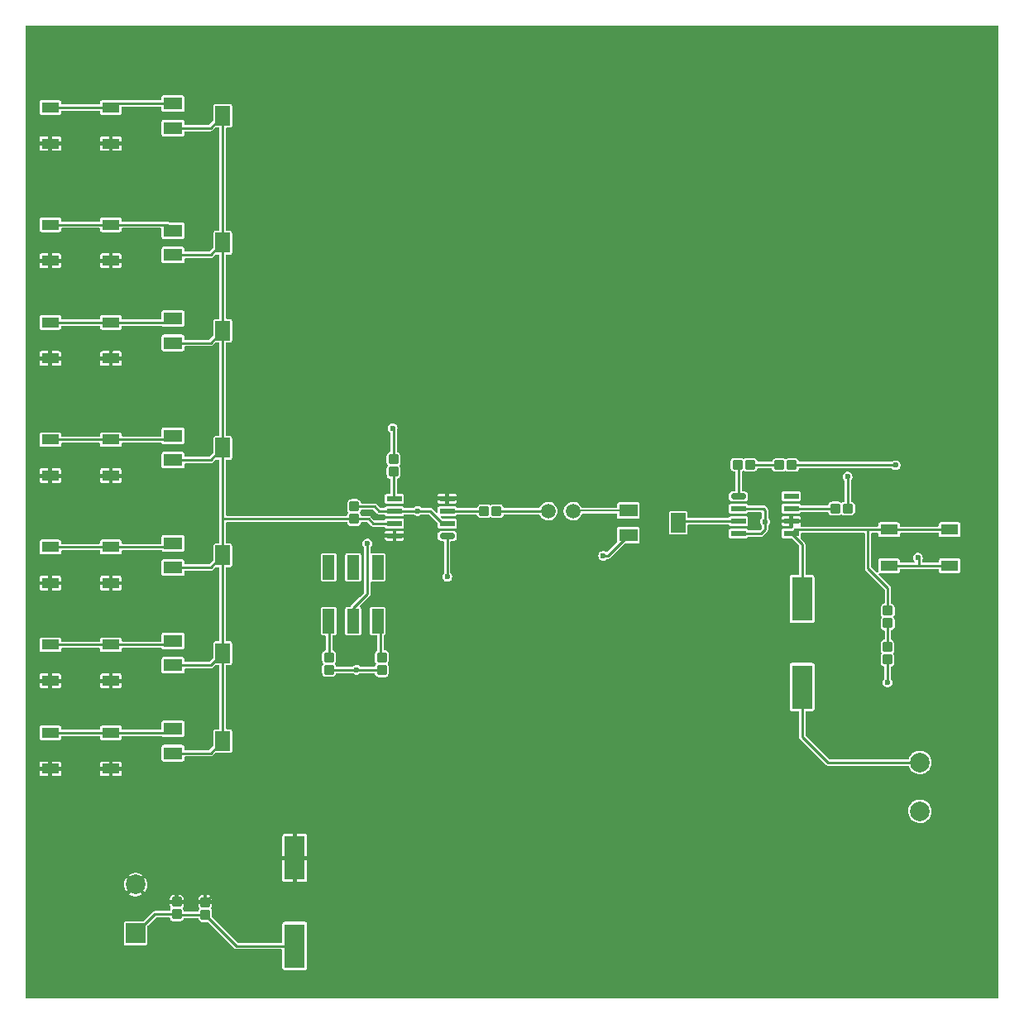
<source format=gbr>
%TF.GenerationSoftware,KiCad,Pcbnew,(5.99.0-10355-gafe0c79a1e)*%
%TF.CreationDate,2021-05-03T14:32:18+02:00*%
%TF.ProjectId,orgel,6f726765-6c2e-46b6-9963-61645f706362,rev?*%
%TF.SameCoordinates,Original*%
%TF.FileFunction,Copper,L1,Top*%
%TF.FilePolarity,Positive*%
%FSLAX46Y46*%
G04 Gerber Fmt 4.6, Leading zero omitted, Abs format (unit mm)*
G04 Created by KiCad (PCBNEW (5.99.0-10355-gafe0c79a1e)) date 2021-05-03 14:32:18*
%MOMM*%
%LPD*%
G01*
G04 APERTURE LIST*
G04 Aperture macros list*
%AMRoundRect*
0 Rectangle with rounded corners*
0 $1 Rounding radius*
0 $2 $3 $4 $5 $6 $7 $8 $9 X,Y pos of 4 corners*
0 Add a 4 corners polygon primitive as box body*
4,1,4,$2,$3,$4,$5,$6,$7,$8,$9,$2,$3,0*
0 Add four circle primitives for the rounded corners*
1,1,$1+$1,$2,$3*
1,1,$1+$1,$4,$5*
1,1,$1+$1,$6,$7*
1,1,$1+$1,$8,$9*
0 Add four rect primitives between the rounded corners*
20,1,$1+$1,$2,$3,$4,$5,0*
20,1,$1+$1,$4,$5,$6,$7,0*
20,1,$1+$1,$6,$7,$8,$9,0*
20,1,$1+$1,$8,$9,$2,$3,0*%
G04 Aperture macros list end*
%TA.AperFunction,SMDPad,CuDef*%
%ADD10R,1.900000X1.300000*%
%TD*%
%TA.AperFunction,SMDPad,CuDef*%
%ADD11R,1.500000X2.000000*%
%TD*%
%TA.AperFunction,SMDPad,CuDef*%
%ADD12R,1.200000X2.500000*%
%TD*%
%TA.AperFunction,SMDPad,CuDef*%
%ADD13R,2.120000X4.510000*%
%TD*%
%TA.AperFunction,SMDPad,CuDef*%
%ADD14R,1.800000X1.100000*%
%TD*%
%TA.AperFunction,SMDPad,CuDef*%
%ADD15RoundRect,0.250000X-0.300000X0.250000X-0.300000X-0.250000X0.300000X-0.250000X0.300000X0.250000X0*%
%TD*%
%TA.AperFunction,SMDPad,CuDef*%
%ADD16RoundRect,0.250000X0.300000X-0.250000X0.300000X0.250000X-0.300000X0.250000X-0.300000X-0.250000X0*%
%TD*%
%TA.AperFunction,SMDPad,CuDef*%
%ADD17RoundRect,0.250000X-0.250000X-0.300000X0.250000X-0.300000X0.250000X0.300000X-0.250000X0.300000X0*%
%TD*%
%TA.AperFunction,SMDPad,CuDef*%
%ADD18RoundRect,0.150000X0.625000X0.150000X-0.625000X0.150000X-0.625000X-0.150000X0.625000X-0.150000X0*%
%TD*%
%TA.AperFunction,SMDPad,CuDef*%
%ADD19R,1.550000X0.600000*%
%TD*%
%TA.AperFunction,SMDPad,CuDef*%
%ADD20RoundRect,0.250000X0.250000X0.300000X-0.250000X0.300000X-0.250000X-0.300000X0.250000X-0.300000X0*%
%TD*%
%TA.AperFunction,ComponentPad*%
%ADD21C,1.500000*%
%TD*%
%TA.AperFunction,SMDPad,CuDef*%
%ADD22RoundRect,0.150000X-0.625000X-0.150000X0.625000X-0.150000X0.625000X0.150000X-0.625000X0.150000X0*%
%TD*%
%TA.AperFunction,ComponentPad*%
%ADD23R,2.000000X2.000000*%
%TD*%
%TA.AperFunction,ComponentPad*%
%ADD24C,2.000000*%
%TD*%
%TA.AperFunction,ViaPad*%
%ADD25C,0.600000*%
%TD*%
%TA.AperFunction,Conductor*%
%ADD26C,0.250000*%
%TD*%
%TA.AperFunction,Conductor*%
%ADD27C,0.200000*%
%TD*%
G04 APERTURE END LIST*
D10*
%TO.P,RV1,1,1*%
%TO.N,Net-(RV1-Pad1)*%
X89450000Y-107750000D03*
D11*
%TO.P,RV1,2,2*%
%TO.N,Net-(R1-Pad1)*%
X94550000Y-109000000D03*
D10*
%TO.P,RV1,3,3*%
X89450000Y-110250000D03*
%TD*%
D12*
%TO.P,SW7,1,A*%
%TO.N,unconnected-(SW7-Pad1)*%
X110400000Y-91225000D03*
%TO.P,SW7,2,B*%
%TO.N,unconnected-(SW7-Pad2)*%
X107900000Y-91225000D03*
%TO.P,SW7,3,C*%
%TO.N,unconnected-(SW7-Pad3)*%
X105400000Y-91225000D03*
%TO.P,SW7,4,A*%
%TO.N,Net-(C2-Pad1)*%
X105400000Y-96725000D03*
%TO.P,SW7,5,B*%
%TO.N,Net-(R1-Pad2)*%
X107900000Y-96725000D03*
%TO.P,SW7,6,C*%
%TO.N,Net-(C1-Pad1)*%
X110400000Y-96725000D03*
%TD*%
D13*
%TO.P,C9,1*%
%TO.N,Net-(C7-Pad2)*%
X153850000Y-94475000D03*
%TO.P,C9,2*%
%TO.N,Net-(C9-Pad2)*%
X153850000Y-103475000D03*
%TD*%
D14*
%TO.P,SW2,1*%
%TO.N,VCC*%
X83100000Y-102850000D03*
X76900000Y-102850000D03*
%TO.P,SW2,2*%
%TO.N,Net-(RV2-Pad1)*%
X76900000Y-99150000D03*
X83100000Y-99150000D03*
%TD*%
D15*
%TO.P,R2,1*%
%TO.N,Net-(C6-Pad1)*%
X148540000Y-80725000D03*
%TO.P,R2,2*%
%TO.N,Net-(R2-Pad2)*%
X147270000Y-80725000D03*
%TD*%
D14*
%TO.P,SW1,1*%
%TO.N,VCC*%
X83100000Y-111850000D03*
X76900000Y-111850000D03*
%TO.P,SW1,2*%
%TO.N,Net-(RV1-Pad1)*%
X83100000Y-108150000D03*
X76900000Y-108150000D03*
%TD*%
D10*
%TO.P,RV6,1,1*%
%TO.N,Net-(RV6-Pad1)*%
X89450000Y-56750000D03*
D11*
%TO.P,RV6,2,2*%
%TO.N,Net-(R1-Pad1)*%
X94550000Y-58000000D03*
D10*
%TO.P,RV6,3,3*%
X89450000Y-59250000D03*
%TD*%
D16*
%TO.P,C8,1*%
%TO.N,Net-(C8-Pad1)*%
X157250000Y-85200000D03*
%TO.P,C8,2*%
%TO.N,GND*%
X158520000Y-85200000D03*
%TD*%
D10*
%TO.P,RV3,1,1*%
%TO.N,Net-(RV3-Pad1)*%
X89450000Y-88750000D03*
D11*
%TO.P,RV3,2,2*%
%TO.N,Net-(R1-Pad1)*%
X94550000Y-90000000D03*
D10*
%TO.P,RV3,3,3*%
X89450000Y-91250000D03*
%TD*%
D14*
%TO.P,SW5,1*%
%TO.N,VCC*%
X83100000Y-69850000D03*
X76900000Y-69850000D03*
%TO.P,SW5,2*%
%TO.N,Net-(RV5-Pad1)*%
X76900000Y-66150000D03*
X83100000Y-66150000D03*
%TD*%
D17*
%TO.P,R3,1*%
%TO.N,Net-(C7-Pad1)*%
X162600000Y-99365000D03*
%TO.P,R3,2*%
%TO.N,GND*%
X162600000Y-100635000D03*
%TD*%
D14*
%TO.P,SW8,1*%
%TO.N,VCC*%
X83100000Y-47850000D03*
X76900000Y-47850000D03*
%TO.P,SW8,2*%
%TO.N,Net-(RV7-Pad1)*%
X83100000Y-44150000D03*
X76900000Y-44150000D03*
%TD*%
D18*
%TO.P,U1,1,GND*%
%TO.N,GND*%
X117522705Y-88000000D03*
D19*
%TO.P,U1,2,TRIG*%
%TO.N,Net-(R1-Pad2)*%
X117522705Y-86730000D03*
%TO.P,U1,3,OUT*%
%TO.N,Net-(C4-Pad1)*%
X117522705Y-85460000D03*
%TO.P,U1,4,RESET*%
%TO.N,VCC*%
X117522705Y-84190000D03*
%TO.P,U1,5,CONT*%
%TO.N,Net-(C3-Pad1)*%
X112122705Y-84190000D03*
%TO.P,U1,6,THRES*%
%TO.N,Net-(R1-Pad2)*%
X112122705Y-85460000D03*
%TO.P,U1,7,DISCH*%
%TO.N,Net-(R1-Pad1)*%
X112122705Y-86730000D03*
%TO.P,U1,8,Vcc*%
%TO.N,VCC*%
X112122705Y-88000000D03*
%TD*%
D20*
%TO.P,C7,1*%
%TO.N,Net-(C7-Pad1)*%
X162625000Y-96945000D03*
%TO.P,C7,2*%
%TO.N,Net-(C7-Pad2)*%
X162625000Y-95675000D03*
%TD*%
D10*
%TO.P,RV4,1,1*%
%TO.N,Net-(RV4-Pad1)*%
X89450000Y-77750000D03*
D11*
%TO.P,RV4,2,2*%
%TO.N,Net-(R1-Pad1)*%
X94550000Y-79000000D03*
D10*
%TO.P,RV4,3,3*%
X89450000Y-80250000D03*
%TD*%
D21*
%TO.P,CON1,1*%
%TO.N,/synth/osc_out*%
X127850000Y-85475000D03*
%TO.P,CON1,2*%
%TO.N,/audio amp/SYNTH_IN*%
X130390000Y-85475000D03*
%TD*%
D14*
%TO.P,SW6,1*%
%TO.N,VCC*%
X76900000Y-59850000D03*
X83100000Y-59850000D03*
%TO.P,SW6,2*%
%TO.N,Net-(RV6-Pad1)*%
X83100000Y-56150000D03*
X76900000Y-56150000D03*
%TD*%
D17*
%TO.P,C11,1*%
%TO.N,VCC*%
X89835000Y-125470000D03*
%TO.P,C11,2*%
%TO.N,GND*%
X89835000Y-126740000D03*
%TD*%
D16*
%TO.P,C6,1*%
%TO.N,Net-(C6-Pad1)*%
X151515000Y-80755000D03*
%TO.P,C6,2*%
%TO.N,Net-(C6-Pad2)*%
X152785000Y-80755000D03*
%TD*%
D22*
%TO.P,U2,1,GAIN*%
%TO.N,Net-(R2-Pad2)*%
X147335000Y-83950000D03*
D19*
%TO.P,U2,2,-INPUT*%
%TO.N,GND*%
X147335000Y-85220000D03*
%TO.P,U2,3,+INPUT*%
%TO.N,Net-(RV9-Pad2)*%
X147335000Y-86490000D03*
%TO.P,U2,4,GND*%
%TO.N,GND*%
X147335000Y-87760000D03*
%TO.P,U2,5,VOUT*%
%TO.N,Net-(C7-Pad2)*%
X152735000Y-87760000D03*
%TO.P,U2,6,VS*%
%TO.N,VCC*%
X152735000Y-86490000D03*
%TO.P,U2,7,BYPASS*%
%TO.N,Net-(C8-Pad1)*%
X152735000Y-85220000D03*
%TO.P,U2,8,GAIN*%
%TO.N,unconnected-(U2-Pad8)*%
X152735000Y-83950000D03*
%TD*%
D14*
%TO.P,SW4,1*%
%TO.N,VCC*%
X83100000Y-81850000D03*
X76900000Y-81850000D03*
%TO.P,SW4,2*%
%TO.N,Net-(RV4-Pad1)*%
X83100000Y-78150000D03*
X76900000Y-78150000D03*
%TD*%
D16*
%TO.P,C4,1*%
%TO.N,Net-(C4-Pad1)*%
X121315000Y-85480000D03*
%TO.P,C4,2*%
%TO.N,/synth/osc_out*%
X122585000Y-85480000D03*
%TD*%
D10*
%TO.P,RV9,1,1*%
%TO.N,/audio amp/SYNTH_IN*%
X136075000Y-85425000D03*
D11*
%TO.P,RV9,2,2*%
%TO.N,Net-(RV9-Pad2)*%
X141175000Y-86675000D03*
D10*
%TO.P,RV9,3,3*%
%TO.N,GND*%
X136075000Y-87925000D03*
%TD*%
D23*
%TO.P,J2,1,Pin_1*%
%TO.N,GND*%
X85630000Y-128700000D03*
D24*
%TO.P,J2,2,Pin_2*%
%TO.N,VCC*%
X85630000Y-123700000D03*
%TD*%
D10*
%TO.P,RV2,1,1*%
%TO.N,Net-(RV2-Pad1)*%
X89450000Y-98750000D03*
D11*
%TO.P,RV2,2,2*%
%TO.N,Net-(R1-Pad1)*%
X94550000Y-100000000D03*
D10*
%TO.P,RV2,3,3*%
X89450000Y-101250000D03*
%TD*%
D24*
%TO.P,J1,1,Pin_1*%
%TO.N,Net-(C9-Pad2)*%
X165900000Y-111190000D03*
%TO.P,J1,2,Pin_2*%
%TO.N,GND*%
X165900000Y-116190000D03*
%TD*%
D20*
%TO.P,C3,1*%
%TO.N,Net-(C3-Pad1)*%
X112025000Y-81420000D03*
%TO.P,C3,2*%
%TO.N,GND*%
X112025000Y-80150000D03*
%TD*%
D14*
%TO.P,SW10,1*%
%TO.N,Net-(C7-Pad2)*%
X162750000Y-87375000D03*
X168950000Y-87375000D03*
%TO.P,SW10,2*%
%TO.N,Net-(C6-Pad2)*%
X162750000Y-91075000D03*
X168950000Y-91075000D03*
%TD*%
D17*
%TO.P,C2,1*%
%TO.N,Net-(C2-Pad1)*%
X105425000Y-100425000D03*
%TO.P,C2,2*%
%TO.N,GND*%
X105425000Y-101695000D03*
%TD*%
D13*
%TO.P,C5,1*%
%TO.N,VCC*%
X101925000Y-120975000D03*
%TO.P,C5,2*%
%TO.N,GND*%
X101925000Y-129975000D03*
%TD*%
D10*
%TO.P,RV5,1,1*%
%TO.N,Net-(RV5-Pad1)*%
X89450000Y-65750000D03*
D11*
%TO.P,RV5,2,2*%
%TO.N,Net-(R1-Pad1)*%
X94550000Y-67000000D03*
D10*
%TO.P,RV5,3,3*%
X89450000Y-68250000D03*
%TD*%
D20*
%TO.P,R1,1*%
%TO.N,Net-(R1-Pad1)*%
X108000000Y-86270000D03*
%TO.P,R1,2*%
%TO.N,Net-(R1-Pad2)*%
X108000000Y-85000000D03*
%TD*%
D10*
%TO.P,RV7,1,1*%
%TO.N,Net-(RV7-Pad1)*%
X89450000Y-43750000D03*
D11*
%TO.P,RV7,2,2*%
%TO.N,Net-(R1-Pad1)*%
X94550000Y-45000000D03*
D10*
%TO.P,RV7,3,3*%
X89450000Y-46250000D03*
%TD*%
D17*
%TO.P,C1,1*%
%TO.N,Net-(C1-Pad1)*%
X110825000Y-100455000D03*
%TO.P,C1,2*%
%TO.N,GND*%
X110825000Y-101725000D03*
%TD*%
%TO.P,C10,1*%
%TO.N,VCC*%
X92755000Y-125510000D03*
%TO.P,C10,2*%
%TO.N,GND*%
X92755000Y-126780000D03*
%TD*%
D14*
%TO.P,SW3,1*%
%TO.N,VCC*%
X83100000Y-92850000D03*
X76900000Y-92850000D03*
%TO.P,SW3,2*%
%TO.N,Net-(RV3-Pad1)*%
X83100000Y-89150000D03*
X76900000Y-89150000D03*
%TD*%
D25*
%TO.N,GND*%
X150050000Y-86550000D03*
X117522705Y-92177295D03*
X133500000Y-90050000D03*
X162600000Y-103000000D03*
X108250000Y-101725000D03*
X111925000Y-76975000D03*
X158500000Y-81950000D03*
%TO.N,Net-(C6-Pad2)*%
X165700000Y-90250000D03*
X163425000Y-80775000D03*
%TO.N,Net-(R1-Pad2)*%
X109350000Y-88800000D03*
X114490000Y-85460000D03*
%TD*%
D26*
%TO.N,Net-(C1-Pad1)*%
X110700000Y-97025000D02*
X110700000Y-100330000D01*
X110700000Y-100330000D02*
X110825000Y-100455000D01*
X110400000Y-96725000D02*
X110700000Y-97025000D01*
%TO.N,GND*%
X117522705Y-92177295D02*
X117522705Y-92202295D01*
X112025000Y-77075000D02*
X111925000Y-76975000D01*
X110825000Y-101725000D02*
X108250000Y-101725000D01*
X162600000Y-100635000D02*
X162600000Y-103000000D01*
X112025000Y-80150000D02*
X112025000Y-77075000D01*
X158520000Y-81970000D02*
X158500000Y-81950000D01*
X101925000Y-129975000D02*
X95950000Y-129975000D01*
X95950000Y-129975000D02*
X92755000Y-126780000D01*
X89835000Y-126740000D02*
X87590000Y-126740000D01*
X89875000Y-126780000D02*
X89835000Y-126740000D01*
X150050000Y-85375000D02*
X150050000Y-86550000D01*
X150050000Y-87350000D02*
X149640000Y-87760000D01*
X92755000Y-126780000D02*
X89875000Y-126780000D01*
X87590000Y-126740000D02*
X85630000Y-128700000D01*
X117522705Y-88000000D02*
X117522705Y-92177295D01*
X149895000Y-85220000D02*
X150050000Y-85375000D01*
X136075000Y-87925000D02*
X133950000Y-90050000D01*
X149640000Y-87760000D02*
X147335000Y-87760000D01*
X150050000Y-86550000D02*
X150050000Y-87350000D01*
X158520000Y-85200000D02*
X158520000Y-81970000D01*
X108250000Y-101725000D02*
X105455000Y-101725000D01*
X147335000Y-85220000D02*
X149895000Y-85220000D01*
X117522705Y-92202295D02*
X117450000Y-92275000D01*
X133950000Y-90050000D02*
X133500000Y-90050000D01*
X105455000Y-101725000D02*
X105425000Y-101695000D01*
%TO.N,Net-(C2-Pad1)*%
X105425000Y-96750000D02*
X105400000Y-96725000D01*
X105425000Y-100425000D02*
X105425000Y-96750000D01*
%TO.N,Net-(C3-Pad1)*%
X112025000Y-84092295D02*
X112122705Y-84190000D01*
X112025000Y-81420000D02*
X112025000Y-84092295D01*
%TO.N,Net-(C4-Pad1)*%
X117542705Y-85480000D02*
X117522705Y-85460000D01*
X121315000Y-85480000D02*
X117542705Y-85480000D01*
%TO.N,/synth/osc_out*%
X122590000Y-85475000D02*
X122585000Y-85480000D01*
X127850000Y-85475000D02*
X122590000Y-85475000D01*
%TO.N,VCC*%
X97290000Y-120975000D02*
X92755000Y-125510000D01*
X101925000Y-120975000D02*
X97290000Y-120975000D01*
%TO.N,Net-(C6-Pad1)*%
X151485000Y-80725000D02*
X151515000Y-80755000D01*
X148540000Y-80725000D02*
X151485000Y-80725000D01*
%TO.N,Net-(C6-Pad2)*%
X152785000Y-80755000D02*
X163405000Y-80755000D01*
X165800000Y-91075000D02*
X165800000Y-90350000D01*
X168950000Y-91075000D02*
X165800000Y-91075000D01*
X163405000Y-80755000D02*
X163425000Y-80775000D01*
X165800000Y-91075000D02*
X162750000Y-91075000D01*
X165800000Y-90350000D02*
X165700000Y-90250000D01*
%TO.N,Net-(C7-Pad1)*%
X162625000Y-96945000D02*
X162625000Y-99340000D01*
X162625000Y-99340000D02*
X162600000Y-99365000D01*
%TO.N,Net-(C7-Pad2)*%
X160600000Y-87375000D02*
X153120000Y-87375000D01*
X153850000Y-94475000D02*
X153850000Y-88875000D01*
X162625000Y-93350000D02*
X160600000Y-91325000D01*
X168950000Y-87375000D02*
X162750000Y-87375000D01*
X153850000Y-88875000D02*
X152735000Y-87760000D01*
X162750000Y-87375000D02*
X160600000Y-87375000D01*
X162625000Y-95675000D02*
X162625000Y-93350000D01*
X160600000Y-91325000D02*
X160600000Y-87375000D01*
X153120000Y-87375000D02*
X152735000Y-87760000D01*
%TO.N,Net-(C8-Pad1)*%
X152735000Y-85220000D02*
X157230000Y-85220000D01*
X157230000Y-85220000D02*
X157250000Y-85200000D01*
%TO.N,Net-(C9-Pad2)*%
X153850000Y-103475000D02*
X153850000Y-108575000D01*
X156465000Y-111190000D02*
X165900000Y-111190000D01*
X153850000Y-108575000D02*
X156465000Y-111190000D01*
D27*
%TO.N,/audio amp/SYNTH_IN*%
X136075000Y-85425000D02*
X130440000Y-85425000D01*
X130440000Y-85425000D02*
X130390000Y-85475000D01*
D26*
%TO.N,Net-(R1-Pad1)*%
X109470000Y-86270000D02*
X109930000Y-86730000D01*
X89450000Y-46250000D02*
X93300000Y-46250000D01*
X89450000Y-80250000D02*
X93300000Y-80250000D01*
X94550000Y-45000000D02*
X94550000Y-86350000D01*
X89450000Y-101250000D02*
X93300000Y-101250000D01*
X89450000Y-110250000D02*
X93300000Y-110250000D01*
X93300000Y-110250000D02*
X94550000Y-109000000D01*
X94550000Y-86350000D02*
X94550000Y-109000000D01*
X93300000Y-101250000D02*
X94550000Y-100000000D01*
X89450000Y-59250000D02*
X93300000Y-59250000D01*
X94630000Y-86270000D02*
X94550000Y-86350000D01*
X93300000Y-59250000D02*
X94550000Y-58000000D01*
X109930000Y-86730000D02*
X112122705Y-86730000D01*
X89450000Y-68250000D02*
X93300000Y-68250000D01*
X93300000Y-46250000D02*
X94550000Y-45000000D01*
X108000000Y-86270000D02*
X94630000Y-86270000D01*
X93300000Y-80250000D02*
X94550000Y-79000000D01*
X108000000Y-86270000D02*
X109470000Y-86270000D01*
X93300000Y-91250000D02*
X94550000Y-90000000D01*
X89450000Y-91250000D02*
X93300000Y-91250000D01*
X93300000Y-68250000D02*
X94550000Y-67000000D01*
%TO.N,Net-(R1-Pad2)*%
X110075000Y-85000000D02*
X110535000Y-85460000D01*
X114490000Y-85460000D02*
X112122705Y-85460000D01*
X108000000Y-85000000D02*
X110075000Y-85000000D01*
X115777705Y-85460000D02*
X114490000Y-85460000D01*
X107900000Y-95400000D02*
X108825000Y-94475000D01*
X117522705Y-86730000D02*
X117047705Y-86730000D01*
X109350000Y-93950000D02*
X109350000Y-88800000D01*
X108825000Y-94475000D02*
X109350000Y-93950000D01*
X110535000Y-85460000D02*
X112122705Y-85460000D01*
X107900000Y-96725000D02*
X107900000Y-95400000D01*
X117047705Y-86730000D02*
X115777705Y-85460000D01*
%TO.N,Net-(R2-Pad2)*%
X147335000Y-83950000D02*
X147335000Y-80790000D01*
X147335000Y-80790000D02*
X147270000Y-80725000D01*
%TO.N,Net-(RV1-Pad1)*%
X76900000Y-108150000D02*
X83100000Y-108150000D01*
X83500000Y-107750000D02*
X83100000Y-108150000D01*
X89050000Y-108150000D02*
X89450000Y-107750000D01*
X83100000Y-108150000D02*
X89050000Y-108150000D01*
%TO.N,Net-(RV2-Pad1)*%
X89050000Y-99150000D02*
X89450000Y-98750000D01*
X76900000Y-99150000D02*
X89050000Y-99150000D01*
%TO.N,Net-(RV3-Pad1)*%
X76900000Y-89150000D02*
X89050000Y-89150000D01*
X89050000Y-89150000D02*
X89450000Y-88750000D01*
%TO.N,Net-(RV4-Pad1)*%
X89050000Y-78150000D02*
X89450000Y-77750000D01*
X76900000Y-78150000D02*
X89050000Y-78150000D01*
%TO.N,Net-(RV5-Pad1)*%
X76900000Y-66150000D02*
X89050000Y-66150000D01*
X89050000Y-66150000D02*
X89450000Y-65750000D01*
%TO.N,Net-(RV6-Pad1)*%
X76900000Y-56150000D02*
X88850000Y-56150000D01*
X88850000Y-56150000D02*
X89450000Y-56750000D01*
%TO.N,Net-(RV7-Pad1)*%
X76900000Y-44150000D02*
X83100000Y-44150000D01*
X83500000Y-43750000D02*
X83100000Y-44150000D01*
X89450000Y-43750000D02*
X83500000Y-43750000D01*
%TO.N,Net-(RV9-Pad2)*%
X147335000Y-86490000D02*
X141360000Y-86490000D01*
X141360000Y-86490000D02*
X141175000Y-86675000D01*
%TD*%
%TA.AperFunction,Conductor*%
%TO.N,VCC*%
G36*
X173929191Y-35768907D02*
G01*
X173965155Y-35818407D01*
X173970000Y-35849000D01*
X173970000Y-135251000D01*
X173951093Y-135309191D01*
X173901593Y-135345155D01*
X173871000Y-135350000D01*
X74469000Y-135350000D01*
X74410809Y-135331093D01*
X74374845Y-135281593D01*
X74370000Y-135251000D01*
X74370000Y-127700000D01*
X84424500Y-127700000D01*
X84424500Y-129700000D01*
X84440143Y-129778641D01*
X84484690Y-129845310D01*
X84551359Y-129889857D01*
X84560922Y-129891759D01*
X84560924Y-129891760D01*
X84586200Y-129896787D01*
X84630000Y-129905500D01*
X86630000Y-129905500D01*
X86673800Y-129896787D01*
X86699076Y-129891760D01*
X86699078Y-129891759D01*
X86708641Y-129889857D01*
X86775310Y-129845310D01*
X86819857Y-129778641D01*
X86835500Y-129700000D01*
X86835500Y-127995835D01*
X86854407Y-127937644D01*
X86864496Y-127925831D01*
X87695830Y-127094496D01*
X87750347Y-127066719D01*
X87765834Y-127065500D01*
X89048105Y-127065500D01*
X89106296Y-127084407D01*
X89142260Y-127133907D01*
X89146004Y-127149779D01*
X89149636Y-127173935D01*
X89152839Y-127180606D01*
X89152840Y-127180608D01*
X89168844Y-127213935D01*
X89208265Y-127296029D01*
X89300202Y-127395486D01*
X89350300Y-127424585D01*
X89410917Y-127459795D01*
X89410920Y-127459796D01*
X89417319Y-127463513D01*
X89425909Y-127465504D01*
X89528246Y-127489225D01*
X89528249Y-127489225D01*
X89533748Y-127490500D01*
X90118258Y-127490500D01*
X90154697Y-127485022D01*
X90211614Y-127476465D01*
X90211616Y-127476464D01*
X90218935Y-127475364D01*
X90225606Y-127472161D01*
X90225608Y-127472160D01*
X90334361Y-127419937D01*
X90341029Y-127416735D01*
X90440486Y-127324798D01*
X90469585Y-127274700D01*
X90504795Y-127214083D01*
X90504796Y-127214080D01*
X90508513Y-127207681D01*
X90514432Y-127182145D01*
X90545991Y-127129726D01*
X90602334Y-127105869D01*
X90610875Y-127105500D01*
X91968105Y-127105500D01*
X92026296Y-127124407D01*
X92062260Y-127173907D01*
X92066004Y-127189779D01*
X92069636Y-127213935D01*
X92072839Y-127220606D01*
X92072840Y-127220608D01*
X92119799Y-127318398D01*
X92128265Y-127336029D01*
X92220202Y-127435486D01*
X92262053Y-127459795D01*
X92330917Y-127499795D01*
X92330920Y-127499796D01*
X92337319Y-127503513D01*
X92357713Y-127508240D01*
X92448246Y-127529225D01*
X92448249Y-127529225D01*
X92453748Y-127530500D01*
X93004165Y-127530500D01*
X93062356Y-127549407D01*
X93074169Y-127559496D01*
X95706907Y-130192234D01*
X95712741Y-130198601D01*
X95737559Y-130228178D01*
X95771214Y-130247608D01*
X95778497Y-130252248D01*
X95803228Y-130269565D01*
X95803230Y-130269566D01*
X95810325Y-130274534D01*
X95818694Y-130276776D01*
X95823994Y-130279248D01*
X95829463Y-130281239D01*
X95836962Y-130285568D01*
X95845489Y-130287072D01*
X95845490Y-130287072D01*
X95861800Y-130289948D01*
X95875233Y-130292317D01*
X95883658Y-130294184D01*
X95921194Y-130304242D01*
X95959656Y-130300877D01*
X95968284Y-130300500D01*
X100560500Y-130300500D01*
X100618691Y-130319407D01*
X100654655Y-130368907D01*
X100659500Y-130399500D01*
X100659500Y-132230000D01*
X100675143Y-132308641D01*
X100719690Y-132375310D01*
X100786359Y-132419857D01*
X100795922Y-132421759D01*
X100795924Y-132421760D01*
X100821200Y-132426787D01*
X100865000Y-132435500D01*
X102985000Y-132435500D01*
X103028800Y-132426787D01*
X103054076Y-132421760D01*
X103054078Y-132421759D01*
X103063641Y-132419857D01*
X103130310Y-132375310D01*
X103174857Y-132308641D01*
X103190500Y-132230000D01*
X103190500Y-127720000D01*
X103174857Y-127641359D01*
X103130310Y-127574690D01*
X103063641Y-127530143D01*
X103054078Y-127528241D01*
X103054076Y-127528240D01*
X103028800Y-127523213D01*
X102985000Y-127514500D01*
X100865000Y-127514500D01*
X100821200Y-127523213D01*
X100795924Y-127528240D01*
X100795922Y-127528241D01*
X100786359Y-127530143D01*
X100719690Y-127574690D01*
X100675143Y-127641359D01*
X100659500Y-127720000D01*
X100659500Y-129550500D01*
X100640593Y-129608691D01*
X100591093Y-129644655D01*
X100560500Y-129649500D01*
X96125835Y-129649500D01*
X96067644Y-129630593D01*
X96055831Y-129620504D01*
X93484496Y-127049169D01*
X93456719Y-126994652D01*
X93455500Y-126979165D01*
X93455500Y-126446742D01*
X93445143Y-126377854D01*
X93441465Y-126353386D01*
X93441464Y-126353384D01*
X93440364Y-126346065D01*
X93427624Y-126319533D01*
X93384937Y-126230639D01*
X93381735Y-126223971D01*
X93371669Y-126213081D01*
X93346051Y-126157517D01*
X93357987Y-126097507D01*
X93360549Y-126093706D01*
X93424330Y-125983899D01*
X93429720Y-125970283D01*
X93453725Y-125866720D01*
X93455000Y-125855571D01*
X93455000Y-125725680D01*
X93450878Y-125712995D01*
X93446757Y-125710000D01*
X92070680Y-125710000D01*
X92057995Y-125714122D01*
X92055000Y-125718243D01*
X92055000Y-125839558D01*
X92055550Y-125846914D01*
X92069014Y-125936471D01*
X92073317Y-125950459D01*
X92125474Y-126059076D01*
X92133701Y-126071182D01*
X92138301Y-126076158D01*
X92163918Y-126131723D01*
X92151982Y-126191733D01*
X92149859Y-126194883D01*
X92149514Y-126195202D01*
X92148704Y-126196597D01*
X92148701Y-126196601D01*
X92085205Y-126305917D01*
X92085204Y-126305920D01*
X92081487Y-126312319D01*
X92068067Y-126370219D01*
X92066297Y-126377854D01*
X92034739Y-126430273D01*
X91978397Y-126454131D01*
X91969854Y-126454500D01*
X90627909Y-126454500D01*
X90569718Y-126435593D01*
X90533754Y-126386093D01*
X90530009Y-126370219D01*
X90527478Y-126353386D01*
X90520364Y-126306065D01*
X90507624Y-126279533D01*
X90464937Y-126190639D01*
X90461735Y-126183971D01*
X90451669Y-126173081D01*
X90426051Y-126117517D01*
X90437987Y-126057507D01*
X90440549Y-126053706D01*
X90504330Y-125943899D01*
X90509720Y-125930283D01*
X90533725Y-125826720D01*
X90535000Y-125815571D01*
X90535000Y-125685680D01*
X90530878Y-125672995D01*
X90526757Y-125670000D01*
X89150680Y-125670000D01*
X89137995Y-125674122D01*
X89135000Y-125678243D01*
X89135000Y-125799558D01*
X89135550Y-125806914D01*
X89149014Y-125896471D01*
X89153317Y-125910459D01*
X89205474Y-126019076D01*
X89213701Y-126031182D01*
X89218301Y-126036158D01*
X89243918Y-126091723D01*
X89231982Y-126151733D01*
X89229859Y-126154883D01*
X89229514Y-126155202D01*
X89228704Y-126156597D01*
X89228701Y-126156601D01*
X89165205Y-126265917D01*
X89165204Y-126265920D01*
X89161487Y-126272319D01*
X89150544Y-126319533D01*
X89146297Y-126337854D01*
X89114739Y-126390273D01*
X89058397Y-126414131D01*
X89049854Y-126414500D01*
X87608297Y-126414500D01*
X87599668Y-126414123D01*
X87599167Y-126414079D01*
X87561195Y-126410757D01*
X87552833Y-126412998D01*
X87552828Y-126412998D01*
X87523648Y-126420817D01*
X87515218Y-126422686D01*
X87508373Y-126423893D01*
X87485489Y-126427928D01*
X87485487Y-126427929D01*
X87476962Y-126429432D01*
X87469464Y-126433761D01*
X87463982Y-126435756D01*
X87458693Y-126438223D01*
X87450325Y-126440465D01*
X87430808Y-126454131D01*
X87418497Y-126462751D01*
X87411216Y-126467390D01*
X87377559Y-126486822D01*
X87371993Y-126493455D01*
X87371991Y-126493457D01*
X87352737Y-126516404D01*
X87346902Y-126522772D01*
X86404169Y-127465504D01*
X86349652Y-127493281D01*
X86334165Y-127494500D01*
X84630000Y-127494500D01*
X84586200Y-127503213D01*
X84560924Y-127508240D01*
X84560922Y-127508241D01*
X84551359Y-127510143D01*
X84484690Y-127554690D01*
X84440143Y-127621359D01*
X84438241Y-127630922D01*
X84438240Y-127630924D01*
X84434262Y-127650924D01*
X84424500Y-127700000D01*
X74370000Y-127700000D01*
X74370000Y-125124429D01*
X89135000Y-125124429D01*
X89135000Y-125254320D01*
X89139122Y-125267005D01*
X89143243Y-125270000D01*
X89619320Y-125270000D01*
X89632005Y-125265878D01*
X89635000Y-125261757D01*
X89635000Y-124735680D01*
X89632583Y-124728243D01*
X90035000Y-124728243D01*
X90035000Y-125254320D01*
X90039122Y-125267005D01*
X90043243Y-125270000D01*
X90519320Y-125270000D01*
X90532005Y-125265878D01*
X90535000Y-125261757D01*
X90535000Y-125164429D01*
X92055000Y-125164429D01*
X92055000Y-125294320D01*
X92059122Y-125307005D01*
X92063243Y-125310000D01*
X92539320Y-125310000D01*
X92552005Y-125305878D01*
X92555000Y-125301757D01*
X92555000Y-124775680D01*
X92552583Y-124768243D01*
X92955000Y-124768243D01*
X92955000Y-125294320D01*
X92959122Y-125307005D01*
X92963243Y-125310000D01*
X93439320Y-125310000D01*
X93452005Y-125305878D01*
X93455000Y-125301757D01*
X93455000Y-125180443D01*
X93454450Y-125173086D01*
X93440986Y-125083529D01*
X93436683Y-125069541D01*
X93384524Y-124960921D01*
X93376302Y-124948821D01*
X93294508Y-124860338D01*
X93283085Y-124851186D01*
X93178899Y-124790670D01*
X93165283Y-124785280D01*
X93061720Y-124761275D01*
X93050571Y-124760000D01*
X92970680Y-124760000D01*
X92957995Y-124764122D01*
X92955000Y-124768243D01*
X92552583Y-124768243D01*
X92550878Y-124762995D01*
X92546757Y-124760000D01*
X92475443Y-124760000D01*
X92468086Y-124760550D01*
X92378529Y-124774014D01*
X92364541Y-124778317D01*
X92255921Y-124830476D01*
X92243821Y-124838698D01*
X92155338Y-124920492D01*
X92146186Y-124931915D01*
X92085670Y-125036101D01*
X92080280Y-125049717D01*
X92056275Y-125153280D01*
X92055000Y-125164429D01*
X90535000Y-125164429D01*
X90535000Y-125140443D01*
X90534450Y-125133086D01*
X90520986Y-125043529D01*
X90516683Y-125029541D01*
X90464524Y-124920921D01*
X90456302Y-124908821D01*
X90374508Y-124820338D01*
X90363085Y-124811186D01*
X90258899Y-124750670D01*
X90245283Y-124745280D01*
X90141720Y-124721275D01*
X90130571Y-124720000D01*
X90050680Y-124720000D01*
X90037995Y-124724122D01*
X90035000Y-124728243D01*
X89632583Y-124728243D01*
X89630878Y-124722995D01*
X89626757Y-124720000D01*
X89555443Y-124720000D01*
X89548086Y-124720550D01*
X89458529Y-124734014D01*
X89444541Y-124738317D01*
X89335921Y-124790476D01*
X89323821Y-124798698D01*
X89235338Y-124880492D01*
X89226186Y-124891915D01*
X89165670Y-124996101D01*
X89160280Y-125009717D01*
X89136275Y-125113280D01*
X89135000Y-125124429D01*
X74370000Y-125124429D01*
X74370000Y-124679200D01*
X84939472Y-124679200D01*
X84939479Y-124679245D01*
X84945002Y-124685460D01*
X85051246Y-124756451D01*
X85059201Y-124760769D01*
X85253456Y-124844228D01*
X85262067Y-124847026D01*
X85468290Y-124893690D01*
X85477249Y-124894869D01*
X85688532Y-124903171D01*
X85697559Y-124902697D01*
X85906808Y-124872358D01*
X85915599Y-124870247D01*
X86115821Y-124802281D01*
X86124079Y-124798604D01*
X86308552Y-124695294D01*
X86315660Y-124690409D01*
X86322710Y-124679236D01*
X86322525Y-124676405D01*
X86320523Y-124673366D01*
X85641086Y-123993929D01*
X85629203Y-123987875D01*
X85624172Y-123988671D01*
X84945526Y-124667317D01*
X84939472Y-124679200D01*
X74370000Y-124679200D01*
X74370000Y-123672984D01*
X84425710Y-123672984D01*
X84439539Y-123883978D01*
X84440952Y-123892899D01*
X84492999Y-124097835D01*
X84496019Y-124106363D01*
X84584538Y-124298376D01*
X84589059Y-124306207D01*
X84642905Y-124382397D01*
X84653592Y-124390377D01*
X84654341Y-124390387D01*
X84660472Y-124386685D01*
X85336071Y-123711086D01*
X85341313Y-123700797D01*
X85917875Y-123700797D01*
X85918671Y-123705828D01*
X86599405Y-124386562D01*
X86611288Y-124392616D01*
X86614089Y-124392173D01*
X86616936Y-124389898D01*
X86620164Y-124386017D01*
X86625294Y-124378552D01*
X86728604Y-124194079D01*
X86732281Y-124185821D01*
X86800247Y-123985599D01*
X86802358Y-123976808D01*
X86832929Y-123765964D01*
X86833426Y-123760140D01*
X86834924Y-123702914D01*
X86834734Y-123697101D01*
X86815237Y-123484924D01*
X86813590Y-123476038D01*
X86756196Y-123272536D01*
X86752955Y-123264093D01*
X86659442Y-123074466D01*
X86654712Y-123066748D01*
X86617660Y-123017129D01*
X86606768Y-123009431D01*
X86605319Y-123009450D01*
X86600226Y-123012617D01*
X85923929Y-123688914D01*
X85917875Y-123700797D01*
X85341313Y-123700797D01*
X85342125Y-123699203D01*
X85341329Y-123694172D01*
X84661991Y-123014834D01*
X84650108Y-123008780D01*
X84647991Y-123009115D01*
X84644261Y-123012176D01*
X84622212Y-123040145D01*
X84617288Y-123047728D01*
X84518835Y-123234855D01*
X84515381Y-123243195D01*
X84452679Y-123445127D01*
X84450798Y-123453977D01*
X84425946Y-123663952D01*
X84425710Y-123672984D01*
X74370000Y-123672984D01*
X74370000Y-122720468D01*
X84937131Y-122720468D01*
X84941827Y-122728984D01*
X85618914Y-123406071D01*
X85630797Y-123412125D01*
X85635828Y-123411329D01*
X86315432Y-122731725D01*
X86321310Y-122720187D01*
X86315217Y-122713509D01*
X86180896Y-122628758D01*
X86172843Y-122624655D01*
X85976451Y-122546303D01*
X85967792Y-122543738D01*
X85760411Y-122502487D01*
X85751418Y-122501542D01*
X85539997Y-122498774D01*
X85530979Y-122499484D01*
X85322595Y-122535291D01*
X85313868Y-122537629D01*
X85115493Y-122610814D01*
X85107331Y-122614707D01*
X84945388Y-122711053D01*
X84937131Y-122720468D01*
X74370000Y-122720468D01*
X74370000Y-121183243D01*
X100660000Y-121183243D01*
X100660000Y-123225142D01*
X100660948Y-123234763D01*
X100673703Y-123298888D01*
X100681022Y-123316557D01*
X100714624Y-123366847D01*
X100728153Y-123380376D01*
X100778443Y-123413978D01*
X100796112Y-123421297D01*
X100860237Y-123434052D01*
X100869858Y-123435000D01*
X101709320Y-123435000D01*
X101722005Y-123430878D01*
X101725000Y-123426757D01*
X101725000Y-121190680D01*
X101722583Y-121183243D01*
X102125000Y-121183243D01*
X102125000Y-123419320D01*
X102129122Y-123432005D01*
X102133243Y-123435000D01*
X102980142Y-123435000D01*
X102989763Y-123434052D01*
X103053888Y-123421297D01*
X103071557Y-123413978D01*
X103121847Y-123380376D01*
X103135376Y-123366847D01*
X103168978Y-123316557D01*
X103176297Y-123298888D01*
X103189052Y-123234763D01*
X103190000Y-123225142D01*
X103190000Y-121190680D01*
X103185878Y-121177995D01*
X103181757Y-121175000D01*
X102140680Y-121175000D01*
X102127995Y-121179122D01*
X102125000Y-121183243D01*
X101722583Y-121183243D01*
X101720878Y-121177995D01*
X101716757Y-121175000D01*
X100675680Y-121175000D01*
X100662995Y-121179122D01*
X100660000Y-121183243D01*
X74370000Y-121183243D01*
X74370000Y-118724858D01*
X100660000Y-118724858D01*
X100660000Y-120759320D01*
X100664122Y-120772005D01*
X100668243Y-120775000D01*
X101709320Y-120775000D01*
X101722005Y-120770878D01*
X101725000Y-120766757D01*
X101725000Y-118530680D01*
X101722583Y-118523243D01*
X102125000Y-118523243D01*
X102125000Y-120759320D01*
X102129122Y-120772005D01*
X102133243Y-120775000D01*
X103174320Y-120775000D01*
X103187005Y-120770878D01*
X103190000Y-120766757D01*
X103190000Y-118724858D01*
X103189052Y-118715237D01*
X103176297Y-118651112D01*
X103168978Y-118633443D01*
X103135376Y-118583153D01*
X103121847Y-118569624D01*
X103071557Y-118536022D01*
X103053888Y-118528703D01*
X102989763Y-118515948D01*
X102980142Y-118515000D01*
X102140680Y-118515000D01*
X102127995Y-118519122D01*
X102125000Y-118523243D01*
X101722583Y-118523243D01*
X101720878Y-118517995D01*
X101716757Y-118515000D01*
X100869858Y-118515000D01*
X100860237Y-118515948D01*
X100796112Y-118528703D01*
X100778443Y-118536022D01*
X100728153Y-118569624D01*
X100714624Y-118583153D01*
X100681022Y-118633443D01*
X100673703Y-118651112D01*
X100660948Y-118715237D01*
X100660000Y-118724858D01*
X74370000Y-118724858D01*
X74370000Y-116158444D01*
X164694913Y-116158444D01*
X164709342Y-116378582D01*
X164763646Y-116592404D01*
X164856006Y-116792750D01*
X164983331Y-116972910D01*
X165141354Y-117126849D01*
X165324785Y-117249414D01*
X165527480Y-117336499D01*
X165742651Y-117385187D01*
X165852871Y-117389518D01*
X165958558Y-117393670D01*
X165958559Y-117393670D01*
X165963091Y-117393848D01*
X166072255Y-117378020D01*
X166176924Y-117362844D01*
X166176928Y-117362843D01*
X166181418Y-117362192D01*
X166198960Y-117356237D01*
X166386024Y-117292738D01*
X166386027Y-117292736D01*
X166390321Y-117291279D01*
X166582803Y-117183484D01*
X166752417Y-117042417D01*
X166893484Y-116872803D01*
X167001279Y-116680321D01*
X167072192Y-116471418D01*
X167085016Y-116382977D01*
X167103428Y-116255990D01*
X167103428Y-116255984D01*
X167103848Y-116253091D01*
X167105500Y-116190000D01*
X167103017Y-116162971D01*
X167085729Y-115974833D01*
X167085314Y-115970315D01*
X167025431Y-115757987D01*
X166927858Y-115560128D01*
X166795861Y-115383363D01*
X166633862Y-115233613D01*
X166608685Y-115217727D01*
X166451123Y-115118313D01*
X166447286Y-115115892D01*
X166242380Y-115034143D01*
X166026009Y-114991104D01*
X165917318Y-114989681D01*
X165809958Y-114988275D01*
X165809953Y-114988275D01*
X165805418Y-114988216D01*
X165800945Y-114988985D01*
X165800940Y-114988985D01*
X165693033Y-115007527D01*
X165587994Y-115025576D01*
X165381019Y-115101933D01*
X165191425Y-115214730D01*
X165188010Y-115217725D01*
X165188007Y-115217727D01*
X165169893Y-115233613D01*
X165025561Y-115360189D01*
X164888983Y-115533438D01*
X164886870Y-115537453D01*
X164886870Y-115537454D01*
X164872796Y-115564205D01*
X164786263Y-115728675D01*
X164720843Y-115939362D01*
X164694913Y-116158444D01*
X74370000Y-116158444D01*
X74370000Y-112058243D01*
X75795000Y-112058243D01*
X75795000Y-112395142D01*
X75795948Y-112404763D01*
X75808703Y-112468888D01*
X75816022Y-112486557D01*
X75849624Y-112536847D01*
X75863153Y-112550376D01*
X75913443Y-112583978D01*
X75931112Y-112591297D01*
X75995237Y-112604052D01*
X76004858Y-112605000D01*
X76684320Y-112605000D01*
X76697005Y-112600878D01*
X76700000Y-112596757D01*
X76700000Y-112065680D01*
X76697583Y-112058243D01*
X77100000Y-112058243D01*
X77100000Y-112589320D01*
X77104122Y-112602005D01*
X77108243Y-112605000D01*
X77795142Y-112605000D01*
X77804763Y-112604052D01*
X77868888Y-112591297D01*
X77886557Y-112583978D01*
X77936847Y-112550376D01*
X77950376Y-112536847D01*
X77983978Y-112486557D01*
X77991297Y-112468888D01*
X78004052Y-112404763D01*
X78005000Y-112395142D01*
X78005000Y-112065680D01*
X78002583Y-112058243D01*
X81995000Y-112058243D01*
X81995000Y-112395142D01*
X81995948Y-112404763D01*
X82008703Y-112468888D01*
X82016022Y-112486557D01*
X82049624Y-112536847D01*
X82063153Y-112550376D01*
X82113443Y-112583978D01*
X82131112Y-112591297D01*
X82195237Y-112604052D01*
X82204858Y-112605000D01*
X82884320Y-112605000D01*
X82897005Y-112600878D01*
X82900000Y-112596757D01*
X82900000Y-112065680D01*
X82897583Y-112058243D01*
X83300000Y-112058243D01*
X83300000Y-112589320D01*
X83304122Y-112602005D01*
X83308243Y-112605000D01*
X83995142Y-112605000D01*
X84004763Y-112604052D01*
X84068888Y-112591297D01*
X84086557Y-112583978D01*
X84136847Y-112550376D01*
X84150376Y-112536847D01*
X84183978Y-112486557D01*
X84191297Y-112468888D01*
X84204052Y-112404763D01*
X84205000Y-112395142D01*
X84205000Y-112065680D01*
X84200878Y-112052995D01*
X84196757Y-112050000D01*
X83315680Y-112050000D01*
X83302995Y-112054122D01*
X83300000Y-112058243D01*
X82897583Y-112058243D01*
X82895878Y-112052995D01*
X82891757Y-112050000D01*
X82010680Y-112050000D01*
X81997995Y-112054122D01*
X81995000Y-112058243D01*
X78002583Y-112058243D01*
X78000878Y-112052995D01*
X77996757Y-112050000D01*
X77115680Y-112050000D01*
X77102995Y-112054122D01*
X77100000Y-112058243D01*
X76697583Y-112058243D01*
X76695878Y-112052995D01*
X76691757Y-112050000D01*
X75810680Y-112050000D01*
X75797995Y-112054122D01*
X75795000Y-112058243D01*
X74370000Y-112058243D01*
X74370000Y-111304858D01*
X75795000Y-111304858D01*
X75795000Y-111634320D01*
X75799122Y-111647005D01*
X75803243Y-111650000D01*
X76684320Y-111650000D01*
X76697005Y-111645878D01*
X76700000Y-111641757D01*
X76700000Y-111110680D01*
X76697583Y-111103243D01*
X77100000Y-111103243D01*
X77100000Y-111634320D01*
X77104122Y-111647005D01*
X77108243Y-111650000D01*
X77989320Y-111650000D01*
X78002005Y-111645878D01*
X78005000Y-111641757D01*
X78005000Y-111304858D01*
X81995000Y-111304858D01*
X81995000Y-111634320D01*
X81999122Y-111647005D01*
X82003243Y-111650000D01*
X82884320Y-111650000D01*
X82897005Y-111645878D01*
X82900000Y-111641757D01*
X82900000Y-111110680D01*
X82897583Y-111103243D01*
X83300000Y-111103243D01*
X83300000Y-111634320D01*
X83304122Y-111647005D01*
X83308243Y-111650000D01*
X84189320Y-111650000D01*
X84202005Y-111645878D01*
X84205000Y-111641757D01*
X84205000Y-111304858D01*
X84204052Y-111295237D01*
X84191297Y-111231112D01*
X84183978Y-111213443D01*
X84150376Y-111163153D01*
X84136847Y-111149624D01*
X84086557Y-111116022D01*
X84068888Y-111108703D01*
X84004763Y-111095948D01*
X83995142Y-111095000D01*
X83315680Y-111095000D01*
X83302995Y-111099122D01*
X83300000Y-111103243D01*
X82897583Y-111103243D01*
X82895878Y-111097995D01*
X82891757Y-111095000D01*
X82204858Y-111095000D01*
X82195237Y-111095948D01*
X82131112Y-111108703D01*
X82113443Y-111116022D01*
X82063153Y-111149624D01*
X82049624Y-111163153D01*
X82016022Y-111213443D01*
X82008703Y-111231112D01*
X81995948Y-111295237D01*
X81995000Y-111304858D01*
X78005000Y-111304858D01*
X78004052Y-111295237D01*
X77991297Y-111231112D01*
X77983978Y-111213443D01*
X77950376Y-111163153D01*
X77936847Y-111149624D01*
X77886557Y-111116022D01*
X77868888Y-111108703D01*
X77804763Y-111095948D01*
X77795142Y-111095000D01*
X77115680Y-111095000D01*
X77102995Y-111099122D01*
X77100000Y-111103243D01*
X76697583Y-111103243D01*
X76695878Y-111097995D01*
X76691757Y-111095000D01*
X76004858Y-111095000D01*
X75995237Y-111095948D01*
X75931112Y-111108703D01*
X75913443Y-111116022D01*
X75863153Y-111149624D01*
X75849624Y-111163153D01*
X75816022Y-111213443D01*
X75808703Y-111231112D01*
X75795948Y-111295237D01*
X75795000Y-111304858D01*
X74370000Y-111304858D01*
X74370000Y-107600000D01*
X75794500Y-107600000D01*
X75794500Y-108700000D01*
X75810143Y-108778641D01*
X75854690Y-108845310D01*
X75921359Y-108889857D01*
X75930922Y-108891759D01*
X75930924Y-108891760D01*
X75956200Y-108896787D01*
X76000000Y-108905500D01*
X77800000Y-108905500D01*
X77843800Y-108896787D01*
X77869076Y-108891760D01*
X77869078Y-108891759D01*
X77878641Y-108889857D01*
X77945310Y-108845310D01*
X77989857Y-108778641D01*
X78005500Y-108700000D01*
X78005500Y-108574500D01*
X78024407Y-108516309D01*
X78073907Y-108480345D01*
X78104500Y-108475500D01*
X81895500Y-108475500D01*
X81953691Y-108494407D01*
X81989655Y-108543907D01*
X81994500Y-108574500D01*
X81994500Y-108700000D01*
X82010143Y-108778641D01*
X82054690Y-108845310D01*
X82121359Y-108889857D01*
X82130922Y-108891759D01*
X82130924Y-108891760D01*
X82156200Y-108896787D01*
X82200000Y-108905500D01*
X84000000Y-108905500D01*
X84043800Y-108896787D01*
X84069076Y-108891760D01*
X84069078Y-108891759D01*
X84078641Y-108889857D01*
X84145310Y-108845310D01*
X84189857Y-108778641D01*
X84205500Y-108700000D01*
X84205500Y-108574500D01*
X84224407Y-108516309D01*
X84273907Y-108480345D01*
X84304500Y-108475500D01*
X88255128Y-108475500D01*
X88313319Y-108494407D01*
X88337443Y-108519498D01*
X88354690Y-108545310D01*
X88421359Y-108589857D01*
X88430922Y-108591759D01*
X88430924Y-108591760D01*
X88456200Y-108596787D01*
X88500000Y-108605500D01*
X90400000Y-108605500D01*
X90443800Y-108596787D01*
X90469076Y-108591760D01*
X90469078Y-108591759D01*
X90478641Y-108589857D01*
X90545310Y-108545310D01*
X90589857Y-108478641D01*
X90605500Y-108400000D01*
X90605500Y-107100000D01*
X90589857Y-107021359D01*
X90545310Y-106954690D01*
X90478641Y-106910143D01*
X90469078Y-106908241D01*
X90469076Y-106908240D01*
X90443800Y-106903213D01*
X90400000Y-106894500D01*
X88500000Y-106894500D01*
X88456200Y-106903213D01*
X88430924Y-106908240D01*
X88430922Y-106908241D01*
X88421359Y-106910143D01*
X88354690Y-106954690D01*
X88310143Y-107021359D01*
X88294500Y-107100000D01*
X88294500Y-107725500D01*
X88275593Y-107783691D01*
X88226093Y-107819655D01*
X88195500Y-107824500D01*
X84304500Y-107824500D01*
X84246309Y-107805593D01*
X84210345Y-107756093D01*
X84205500Y-107725500D01*
X84205500Y-107600000D01*
X84189857Y-107521359D01*
X84145310Y-107454690D01*
X84078641Y-107410143D01*
X84069078Y-107408241D01*
X84069076Y-107408240D01*
X84043800Y-107403213D01*
X84000000Y-107394500D01*
X82200000Y-107394500D01*
X82156200Y-107403213D01*
X82130924Y-107408240D01*
X82130922Y-107408241D01*
X82121359Y-107410143D01*
X82054690Y-107454690D01*
X82010143Y-107521359D01*
X81994500Y-107600000D01*
X81994500Y-107725500D01*
X81975593Y-107783691D01*
X81926093Y-107819655D01*
X81895500Y-107824500D01*
X78104500Y-107824500D01*
X78046309Y-107805593D01*
X78010345Y-107756093D01*
X78005500Y-107725500D01*
X78005500Y-107600000D01*
X77989857Y-107521359D01*
X77945310Y-107454690D01*
X77878641Y-107410143D01*
X77869078Y-107408241D01*
X77869076Y-107408240D01*
X77843800Y-107403213D01*
X77800000Y-107394500D01*
X76000000Y-107394500D01*
X75956200Y-107403213D01*
X75930924Y-107408240D01*
X75930922Y-107408241D01*
X75921359Y-107410143D01*
X75854690Y-107454690D01*
X75810143Y-107521359D01*
X75794500Y-107600000D01*
X74370000Y-107600000D01*
X74370000Y-103058243D01*
X75795000Y-103058243D01*
X75795000Y-103395142D01*
X75795948Y-103404763D01*
X75808703Y-103468888D01*
X75816022Y-103486557D01*
X75849624Y-103536847D01*
X75863153Y-103550376D01*
X75913443Y-103583978D01*
X75931112Y-103591297D01*
X75995237Y-103604052D01*
X76004858Y-103605000D01*
X76684320Y-103605000D01*
X76697005Y-103600878D01*
X76700000Y-103596757D01*
X76700000Y-103065680D01*
X76697583Y-103058243D01*
X77100000Y-103058243D01*
X77100000Y-103589320D01*
X77104122Y-103602005D01*
X77108243Y-103605000D01*
X77795142Y-103605000D01*
X77804763Y-103604052D01*
X77868888Y-103591297D01*
X77886557Y-103583978D01*
X77936847Y-103550376D01*
X77950376Y-103536847D01*
X77983978Y-103486557D01*
X77991297Y-103468888D01*
X78004052Y-103404763D01*
X78005000Y-103395142D01*
X78005000Y-103065680D01*
X78002583Y-103058243D01*
X81995000Y-103058243D01*
X81995000Y-103395142D01*
X81995948Y-103404763D01*
X82008703Y-103468888D01*
X82016022Y-103486557D01*
X82049624Y-103536847D01*
X82063153Y-103550376D01*
X82113443Y-103583978D01*
X82131112Y-103591297D01*
X82195237Y-103604052D01*
X82204858Y-103605000D01*
X82884320Y-103605000D01*
X82897005Y-103600878D01*
X82900000Y-103596757D01*
X82900000Y-103065680D01*
X82897583Y-103058243D01*
X83300000Y-103058243D01*
X83300000Y-103589320D01*
X83304122Y-103602005D01*
X83308243Y-103605000D01*
X83995142Y-103605000D01*
X84004763Y-103604052D01*
X84068888Y-103591297D01*
X84086557Y-103583978D01*
X84136847Y-103550376D01*
X84150376Y-103536847D01*
X84183978Y-103486557D01*
X84191297Y-103468888D01*
X84204052Y-103404763D01*
X84205000Y-103395142D01*
X84205000Y-103065680D01*
X84200878Y-103052995D01*
X84196757Y-103050000D01*
X83315680Y-103050000D01*
X83302995Y-103054122D01*
X83300000Y-103058243D01*
X82897583Y-103058243D01*
X82895878Y-103052995D01*
X82891757Y-103050000D01*
X82010680Y-103050000D01*
X81997995Y-103054122D01*
X81995000Y-103058243D01*
X78002583Y-103058243D01*
X78000878Y-103052995D01*
X77996757Y-103050000D01*
X77115680Y-103050000D01*
X77102995Y-103054122D01*
X77100000Y-103058243D01*
X76697583Y-103058243D01*
X76695878Y-103052995D01*
X76691757Y-103050000D01*
X75810680Y-103050000D01*
X75797995Y-103054122D01*
X75795000Y-103058243D01*
X74370000Y-103058243D01*
X74370000Y-102304858D01*
X75795000Y-102304858D01*
X75795000Y-102634320D01*
X75799122Y-102647005D01*
X75803243Y-102650000D01*
X76684320Y-102650000D01*
X76697005Y-102645878D01*
X76700000Y-102641757D01*
X76700000Y-102110680D01*
X76697583Y-102103243D01*
X77100000Y-102103243D01*
X77100000Y-102634320D01*
X77104122Y-102647005D01*
X77108243Y-102650000D01*
X77989320Y-102650000D01*
X78002005Y-102645878D01*
X78005000Y-102641757D01*
X78005000Y-102304858D01*
X81995000Y-102304858D01*
X81995000Y-102634320D01*
X81999122Y-102647005D01*
X82003243Y-102650000D01*
X82884320Y-102650000D01*
X82897005Y-102645878D01*
X82900000Y-102641757D01*
X82900000Y-102110680D01*
X82897583Y-102103243D01*
X83300000Y-102103243D01*
X83300000Y-102634320D01*
X83304122Y-102647005D01*
X83308243Y-102650000D01*
X84189320Y-102650000D01*
X84202005Y-102645878D01*
X84205000Y-102641757D01*
X84205000Y-102304858D01*
X84204052Y-102295237D01*
X84191297Y-102231112D01*
X84183978Y-102213443D01*
X84150376Y-102163153D01*
X84136847Y-102149624D01*
X84086557Y-102116022D01*
X84068888Y-102108703D01*
X84004763Y-102095948D01*
X83995142Y-102095000D01*
X83315680Y-102095000D01*
X83302995Y-102099122D01*
X83300000Y-102103243D01*
X82897583Y-102103243D01*
X82895878Y-102097995D01*
X82891757Y-102095000D01*
X82204858Y-102095000D01*
X82195237Y-102095948D01*
X82131112Y-102108703D01*
X82113443Y-102116022D01*
X82063153Y-102149624D01*
X82049624Y-102163153D01*
X82016022Y-102213443D01*
X82008703Y-102231112D01*
X81995948Y-102295237D01*
X81995000Y-102304858D01*
X78005000Y-102304858D01*
X78004052Y-102295237D01*
X77991297Y-102231112D01*
X77983978Y-102213443D01*
X77950376Y-102163153D01*
X77936847Y-102149624D01*
X77886557Y-102116022D01*
X77868888Y-102108703D01*
X77804763Y-102095948D01*
X77795142Y-102095000D01*
X77115680Y-102095000D01*
X77102995Y-102099122D01*
X77100000Y-102103243D01*
X76697583Y-102103243D01*
X76695878Y-102097995D01*
X76691757Y-102095000D01*
X76004858Y-102095000D01*
X75995237Y-102095948D01*
X75931112Y-102108703D01*
X75913443Y-102116022D01*
X75863153Y-102149624D01*
X75849624Y-102163153D01*
X75816022Y-102213443D01*
X75808703Y-102231112D01*
X75795948Y-102295237D01*
X75795000Y-102304858D01*
X74370000Y-102304858D01*
X74370000Y-98600000D01*
X75794500Y-98600000D01*
X75794500Y-99700000D01*
X75810143Y-99778641D01*
X75815562Y-99786751D01*
X75846252Y-99832681D01*
X75854690Y-99845310D01*
X75862800Y-99850729D01*
X75884424Y-99865178D01*
X75921359Y-99889857D01*
X75930922Y-99891759D01*
X75930924Y-99891760D01*
X75956200Y-99896787D01*
X76000000Y-99905500D01*
X77800000Y-99905500D01*
X77843800Y-99896787D01*
X77869076Y-99891760D01*
X77869078Y-99891759D01*
X77878641Y-99889857D01*
X77915576Y-99865178D01*
X77937200Y-99850729D01*
X77945310Y-99845310D01*
X77953749Y-99832681D01*
X77984438Y-99786751D01*
X77989857Y-99778641D01*
X78005500Y-99700000D01*
X78005500Y-99574500D01*
X78024407Y-99516309D01*
X78073907Y-99480345D01*
X78104500Y-99475500D01*
X81895500Y-99475500D01*
X81953691Y-99494407D01*
X81989655Y-99543907D01*
X81994500Y-99574500D01*
X81994500Y-99700000D01*
X82010143Y-99778641D01*
X82015562Y-99786751D01*
X82046252Y-99832681D01*
X82054690Y-99845310D01*
X82062800Y-99850729D01*
X82084424Y-99865178D01*
X82121359Y-99889857D01*
X82130922Y-99891759D01*
X82130924Y-99891760D01*
X82156200Y-99896787D01*
X82200000Y-99905500D01*
X84000000Y-99905500D01*
X84043800Y-99896787D01*
X84069076Y-99891760D01*
X84069078Y-99891759D01*
X84078641Y-99889857D01*
X84115576Y-99865178D01*
X84137200Y-99850729D01*
X84145310Y-99845310D01*
X84153749Y-99832681D01*
X84184438Y-99786751D01*
X84189857Y-99778641D01*
X84205500Y-99700000D01*
X84205500Y-99574500D01*
X84224407Y-99516309D01*
X84273907Y-99480345D01*
X84304500Y-99475500D01*
X88255128Y-99475500D01*
X88313319Y-99494407D01*
X88337443Y-99519498D01*
X88354690Y-99545310D01*
X88421359Y-99589857D01*
X88430922Y-99591759D01*
X88430924Y-99591760D01*
X88456200Y-99596787D01*
X88500000Y-99605500D01*
X90400000Y-99605500D01*
X90443800Y-99596787D01*
X90469076Y-99591760D01*
X90469078Y-99591759D01*
X90478641Y-99589857D01*
X90545310Y-99545310D01*
X90589857Y-99478641D01*
X90605500Y-99400000D01*
X90605500Y-98100000D01*
X90589857Y-98021359D01*
X90545310Y-97954690D01*
X90478641Y-97910143D01*
X90469078Y-97908241D01*
X90469076Y-97908240D01*
X90443800Y-97903213D01*
X90400000Y-97894500D01*
X88500000Y-97894500D01*
X88456200Y-97903213D01*
X88430924Y-97908240D01*
X88430922Y-97908241D01*
X88421359Y-97910143D01*
X88354690Y-97954690D01*
X88310143Y-98021359D01*
X88294500Y-98100000D01*
X88294500Y-98725500D01*
X88275593Y-98783691D01*
X88226093Y-98819655D01*
X88195500Y-98824500D01*
X84304500Y-98824500D01*
X84246309Y-98805593D01*
X84210345Y-98756093D01*
X84205500Y-98725500D01*
X84205500Y-98600000D01*
X84189857Y-98521359D01*
X84145310Y-98454690D01*
X84078641Y-98410143D01*
X84069078Y-98408241D01*
X84069076Y-98408240D01*
X84043800Y-98403213D01*
X84000000Y-98394500D01*
X82200000Y-98394500D01*
X82156200Y-98403213D01*
X82130924Y-98408240D01*
X82130922Y-98408241D01*
X82121359Y-98410143D01*
X82054690Y-98454690D01*
X82010143Y-98521359D01*
X81994500Y-98600000D01*
X81994500Y-98725500D01*
X81975593Y-98783691D01*
X81926093Y-98819655D01*
X81895500Y-98824500D01*
X78104500Y-98824500D01*
X78046309Y-98805593D01*
X78010345Y-98756093D01*
X78005500Y-98725500D01*
X78005500Y-98600000D01*
X77989857Y-98521359D01*
X77945310Y-98454690D01*
X77878641Y-98410143D01*
X77869078Y-98408241D01*
X77869076Y-98408240D01*
X77843800Y-98403213D01*
X77800000Y-98394500D01*
X76000000Y-98394500D01*
X75956200Y-98403213D01*
X75930924Y-98408240D01*
X75930922Y-98408241D01*
X75921359Y-98410143D01*
X75854690Y-98454690D01*
X75810143Y-98521359D01*
X75794500Y-98600000D01*
X74370000Y-98600000D01*
X74370000Y-93058243D01*
X75795000Y-93058243D01*
X75795000Y-93395142D01*
X75795948Y-93404763D01*
X75808703Y-93468888D01*
X75816022Y-93486557D01*
X75849624Y-93536847D01*
X75863153Y-93550376D01*
X75913443Y-93583978D01*
X75931112Y-93591297D01*
X75995237Y-93604052D01*
X76004858Y-93605000D01*
X76684320Y-93605000D01*
X76697005Y-93600878D01*
X76700000Y-93596757D01*
X76700000Y-93065680D01*
X76697583Y-93058243D01*
X77100000Y-93058243D01*
X77100000Y-93589320D01*
X77104122Y-93602005D01*
X77108243Y-93605000D01*
X77795142Y-93605000D01*
X77804763Y-93604052D01*
X77868888Y-93591297D01*
X77886557Y-93583978D01*
X77936847Y-93550376D01*
X77950376Y-93536847D01*
X77983978Y-93486557D01*
X77991297Y-93468888D01*
X78004052Y-93404763D01*
X78005000Y-93395142D01*
X78005000Y-93065680D01*
X78002583Y-93058243D01*
X81995000Y-93058243D01*
X81995000Y-93395142D01*
X81995948Y-93404763D01*
X82008703Y-93468888D01*
X82016022Y-93486557D01*
X82049624Y-93536847D01*
X82063153Y-93550376D01*
X82113443Y-93583978D01*
X82131112Y-93591297D01*
X82195237Y-93604052D01*
X82204858Y-93605000D01*
X82884320Y-93605000D01*
X82897005Y-93600878D01*
X82900000Y-93596757D01*
X82900000Y-93065680D01*
X82897583Y-93058243D01*
X83300000Y-93058243D01*
X83300000Y-93589320D01*
X83304122Y-93602005D01*
X83308243Y-93605000D01*
X83995142Y-93605000D01*
X84004763Y-93604052D01*
X84068888Y-93591297D01*
X84086557Y-93583978D01*
X84136847Y-93550376D01*
X84150376Y-93536847D01*
X84183978Y-93486557D01*
X84191297Y-93468888D01*
X84204052Y-93404763D01*
X84205000Y-93395142D01*
X84205000Y-93065680D01*
X84200878Y-93052995D01*
X84196757Y-93050000D01*
X83315680Y-93050000D01*
X83302995Y-93054122D01*
X83300000Y-93058243D01*
X82897583Y-93058243D01*
X82895878Y-93052995D01*
X82891757Y-93050000D01*
X82010680Y-93050000D01*
X81997995Y-93054122D01*
X81995000Y-93058243D01*
X78002583Y-93058243D01*
X78000878Y-93052995D01*
X77996757Y-93050000D01*
X77115680Y-93050000D01*
X77102995Y-93054122D01*
X77100000Y-93058243D01*
X76697583Y-93058243D01*
X76695878Y-93052995D01*
X76691757Y-93050000D01*
X75810680Y-93050000D01*
X75797995Y-93054122D01*
X75795000Y-93058243D01*
X74370000Y-93058243D01*
X74370000Y-92304858D01*
X75795000Y-92304858D01*
X75795000Y-92634320D01*
X75799122Y-92647005D01*
X75803243Y-92650000D01*
X76684320Y-92650000D01*
X76697005Y-92645878D01*
X76700000Y-92641757D01*
X76700000Y-92110680D01*
X76697583Y-92103243D01*
X77100000Y-92103243D01*
X77100000Y-92634320D01*
X77104122Y-92647005D01*
X77108243Y-92650000D01*
X77989320Y-92650000D01*
X78002005Y-92645878D01*
X78005000Y-92641757D01*
X78005000Y-92304858D01*
X81995000Y-92304858D01*
X81995000Y-92634320D01*
X81999122Y-92647005D01*
X82003243Y-92650000D01*
X82884320Y-92650000D01*
X82897005Y-92645878D01*
X82900000Y-92641757D01*
X82900000Y-92110680D01*
X82897583Y-92103243D01*
X83300000Y-92103243D01*
X83300000Y-92634320D01*
X83304122Y-92647005D01*
X83308243Y-92650000D01*
X84189320Y-92650000D01*
X84202005Y-92645878D01*
X84205000Y-92641757D01*
X84205000Y-92304858D01*
X84204052Y-92295237D01*
X84191297Y-92231112D01*
X84183978Y-92213443D01*
X84150376Y-92163153D01*
X84136847Y-92149624D01*
X84086557Y-92116022D01*
X84068888Y-92108703D01*
X84004763Y-92095948D01*
X83995142Y-92095000D01*
X83315680Y-92095000D01*
X83302995Y-92099122D01*
X83300000Y-92103243D01*
X82897583Y-92103243D01*
X82895878Y-92097995D01*
X82891757Y-92095000D01*
X82204858Y-92095000D01*
X82195237Y-92095948D01*
X82131112Y-92108703D01*
X82113443Y-92116022D01*
X82063153Y-92149624D01*
X82049624Y-92163153D01*
X82016022Y-92213443D01*
X82008703Y-92231112D01*
X81995948Y-92295237D01*
X81995000Y-92304858D01*
X78005000Y-92304858D01*
X78004052Y-92295237D01*
X77991297Y-92231112D01*
X77983978Y-92213443D01*
X77950376Y-92163153D01*
X77936847Y-92149624D01*
X77886557Y-92116022D01*
X77868888Y-92108703D01*
X77804763Y-92095948D01*
X77795142Y-92095000D01*
X77115680Y-92095000D01*
X77102995Y-92099122D01*
X77100000Y-92103243D01*
X76697583Y-92103243D01*
X76695878Y-92097995D01*
X76691757Y-92095000D01*
X76004858Y-92095000D01*
X75995237Y-92095948D01*
X75931112Y-92108703D01*
X75913443Y-92116022D01*
X75863153Y-92149624D01*
X75849624Y-92163153D01*
X75816022Y-92213443D01*
X75808703Y-92231112D01*
X75795948Y-92295237D01*
X75795000Y-92304858D01*
X74370000Y-92304858D01*
X74370000Y-88600000D01*
X75794500Y-88600000D01*
X75794500Y-89700000D01*
X75810143Y-89778641D01*
X75854690Y-89845310D01*
X75921359Y-89889857D01*
X75930922Y-89891759D01*
X75930924Y-89891760D01*
X75951351Y-89895823D01*
X76000000Y-89905500D01*
X77800000Y-89905500D01*
X77848649Y-89895823D01*
X77869076Y-89891760D01*
X77869078Y-89891759D01*
X77878641Y-89889857D01*
X77945310Y-89845310D01*
X77989857Y-89778641D01*
X78005500Y-89700000D01*
X78005500Y-89574500D01*
X78024407Y-89516309D01*
X78073907Y-89480345D01*
X78104500Y-89475500D01*
X81895500Y-89475500D01*
X81953691Y-89494407D01*
X81989655Y-89543907D01*
X81994500Y-89574500D01*
X81994500Y-89700000D01*
X82010143Y-89778641D01*
X82054690Y-89845310D01*
X82121359Y-89889857D01*
X82130922Y-89891759D01*
X82130924Y-89891760D01*
X82151351Y-89895823D01*
X82200000Y-89905500D01*
X84000000Y-89905500D01*
X84048649Y-89895823D01*
X84069076Y-89891760D01*
X84069078Y-89891759D01*
X84078641Y-89889857D01*
X84145310Y-89845310D01*
X84189857Y-89778641D01*
X84205500Y-89700000D01*
X84205500Y-89574500D01*
X84224407Y-89516309D01*
X84273907Y-89480345D01*
X84304500Y-89475500D01*
X88255128Y-89475500D01*
X88313319Y-89494407D01*
X88337443Y-89519498D01*
X88354690Y-89545310D01*
X88421359Y-89589857D01*
X88430922Y-89591759D01*
X88430924Y-89591760D01*
X88456200Y-89596787D01*
X88500000Y-89605500D01*
X90400000Y-89605500D01*
X90443800Y-89596787D01*
X90469076Y-89591760D01*
X90469078Y-89591759D01*
X90478641Y-89589857D01*
X90545310Y-89545310D01*
X90589857Y-89478641D01*
X90605500Y-89400000D01*
X90605500Y-88100000D01*
X90596462Y-88054566D01*
X90591760Y-88030924D01*
X90591759Y-88030922D01*
X90589857Y-88021359D01*
X90562414Y-87980288D01*
X90550729Y-87962800D01*
X90545310Y-87954690D01*
X90478641Y-87910143D01*
X90469078Y-87908241D01*
X90469076Y-87908240D01*
X90443800Y-87903213D01*
X90400000Y-87894500D01*
X88500000Y-87894500D01*
X88456200Y-87903213D01*
X88430924Y-87908240D01*
X88430922Y-87908241D01*
X88421359Y-87910143D01*
X88354690Y-87954690D01*
X88349271Y-87962800D01*
X88337586Y-87980288D01*
X88310143Y-88021359D01*
X88308241Y-88030922D01*
X88308240Y-88030924D01*
X88303538Y-88054566D01*
X88294500Y-88100000D01*
X88294500Y-88725500D01*
X88275593Y-88783691D01*
X88226093Y-88819655D01*
X88195500Y-88824500D01*
X84304500Y-88824500D01*
X84246309Y-88805593D01*
X84210345Y-88756093D01*
X84205500Y-88725500D01*
X84205500Y-88600000D01*
X84196787Y-88556200D01*
X84191760Y-88530924D01*
X84191759Y-88530922D01*
X84189857Y-88521359D01*
X84145310Y-88454690D01*
X84078641Y-88410143D01*
X84069078Y-88408241D01*
X84069076Y-88408240D01*
X84043800Y-88403213D01*
X84000000Y-88394500D01*
X82200000Y-88394500D01*
X82156200Y-88403213D01*
X82130924Y-88408240D01*
X82130922Y-88408241D01*
X82121359Y-88410143D01*
X82054690Y-88454690D01*
X82010143Y-88521359D01*
X82008241Y-88530922D01*
X82008240Y-88530924D01*
X82003213Y-88556200D01*
X81994500Y-88600000D01*
X81994500Y-88725500D01*
X81975593Y-88783691D01*
X81926093Y-88819655D01*
X81895500Y-88824500D01*
X78104500Y-88824500D01*
X78046309Y-88805593D01*
X78010345Y-88756093D01*
X78005500Y-88725500D01*
X78005500Y-88600000D01*
X77996787Y-88556200D01*
X77991760Y-88530924D01*
X77991759Y-88530922D01*
X77989857Y-88521359D01*
X77945310Y-88454690D01*
X77878641Y-88410143D01*
X77869078Y-88408241D01*
X77869076Y-88408240D01*
X77843800Y-88403213D01*
X77800000Y-88394500D01*
X76000000Y-88394500D01*
X75956200Y-88403213D01*
X75930924Y-88408240D01*
X75930922Y-88408241D01*
X75921359Y-88410143D01*
X75854690Y-88454690D01*
X75810143Y-88521359D01*
X75808241Y-88530922D01*
X75808240Y-88530924D01*
X75803213Y-88556200D01*
X75794500Y-88600000D01*
X74370000Y-88600000D01*
X74370000Y-82058243D01*
X75795000Y-82058243D01*
X75795000Y-82395142D01*
X75795948Y-82404763D01*
X75808703Y-82468888D01*
X75816022Y-82486557D01*
X75849624Y-82536847D01*
X75863153Y-82550376D01*
X75913443Y-82583978D01*
X75931112Y-82591297D01*
X75995237Y-82604052D01*
X76004858Y-82605000D01*
X76684320Y-82605000D01*
X76697005Y-82600878D01*
X76700000Y-82596757D01*
X76700000Y-82065680D01*
X76697583Y-82058243D01*
X77100000Y-82058243D01*
X77100000Y-82589320D01*
X77104122Y-82602005D01*
X77108243Y-82605000D01*
X77795142Y-82605000D01*
X77804763Y-82604052D01*
X77868888Y-82591297D01*
X77886557Y-82583978D01*
X77936847Y-82550376D01*
X77950376Y-82536847D01*
X77983978Y-82486557D01*
X77991297Y-82468888D01*
X78004052Y-82404763D01*
X78005000Y-82395142D01*
X78005000Y-82065680D01*
X78002583Y-82058243D01*
X81995000Y-82058243D01*
X81995000Y-82395142D01*
X81995948Y-82404763D01*
X82008703Y-82468888D01*
X82016022Y-82486557D01*
X82049624Y-82536847D01*
X82063153Y-82550376D01*
X82113443Y-82583978D01*
X82131112Y-82591297D01*
X82195237Y-82604052D01*
X82204858Y-82605000D01*
X82884320Y-82605000D01*
X82897005Y-82600878D01*
X82900000Y-82596757D01*
X82900000Y-82065680D01*
X82897583Y-82058243D01*
X83300000Y-82058243D01*
X83300000Y-82589320D01*
X83304122Y-82602005D01*
X83308243Y-82605000D01*
X83995142Y-82605000D01*
X84004763Y-82604052D01*
X84068888Y-82591297D01*
X84086557Y-82583978D01*
X84136847Y-82550376D01*
X84150376Y-82536847D01*
X84183978Y-82486557D01*
X84191297Y-82468888D01*
X84204052Y-82404763D01*
X84205000Y-82395142D01*
X84205000Y-82065680D01*
X84200878Y-82052995D01*
X84196757Y-82050000D01*
X83315680Y-82050000D01*
X83302995Y-82054122D01*
X83300000Y-82058243D01*
X82897583Y-82058243D01*
X82895878Y-82052995D01*
X82891757Y-82050000D01*
X82010680Y-82050000D01*
X81997995Y-82054122D01*
X81995000Y-82058243D01*
X78002583Y-82058243D01*
X78000878Y-82052995D01*
X77996757Y-82050000D01*
X77115680Y-82050000D01*
X77102995Y-82054122D01*
X77100000Y-82058243D01*
X76697583Y-82058243D01*
X76695878Y-82052995D01*
X76691757Y-82050000D01*
X75810680Y-82050000D01*
X75797995Y-82054122D01*
X75795000Y-82058243D01*
X74370000Y-82058243D01*
X74370000Y-81304858D01*
X75795000Y-81304858D01*
X75795000Y-81634320D01*
X75799122Y-81647005D01*
X75803243Y-81650000D01*
X76684320Y-81650000D01*
X76697005Y-81645878D01*
X76700000Y-81641757D01*
X76700000Y-81110680D01*
X76697583Y-81103243D01*
X77100000Y-81103243D01*
X77100000Y-81634320D01*
X77104122Y-81647005D01*
X77108243Y-81650000D01*
X77989320Y-81650000D01*
X78002005Y-81645878D01*
X78005000Y-81641757D01*
X78005000Y-81304858D01*
X81995000Y-81304858D01*
X81995000Y-81634320D01*
X81999122Y-81647005D01*
X82003243Y-81650000D01*
X82884320Y-81650000D01*
X82897005Y-81645878D01*
X82900000Y-81641757D01*
X82900000Y-81110680D01*
X82897583Y-81103243D01*
X83300000Y-81103243D01*
X83300000Y-81634320D01*
X83304122Y-81647005D01*
X83308243Y-81650000D01*
X84189320Y-81650000D01*
X84202005Y-81645878D01*
X84205000Y-81641757D01*
X84205000Y-81304858D01*
X84204052Y-81295237D01*
X84191297Y-81231112D01*
X84183978Y-81213443D01*
X84150376Y-81163153D01*
X84136847Y-81149624D01*
X84086557Y-81116022D01*
X84068888Y-81108703D01*
X84004763Y-81095948D01*
X83995142Y-81095000D01*
X83315680Y-81095000D01*
X83302995Y-81099122D01*
X83300000Y-81103243D01*
X82897583Y-81103243D01*
X82895878Y-81097995D01*
X82891757Y-81095000D01*
X82204858Y-81095000D01*
X82195237Y-81095948D01*
X82131112Y-81108703D01*
X82113443Y-81116022D01*
X82063153Y-81149624D01*
X82049624Y-81163153D01*
X82016022Y-81213443D01*
X82008703Y-81231112D01*
X81995948Y-81295237D01*
X81995000Y-81304858D01*
X78005000Y-81304858D01*
X78004052Y-81295237D01*
X77991297Y-81231112D01*
X77983978Y-81213443D01*
X77950376Y-81163153D01*
X77936847Y-81149624D01*
X77886557Y-81116022D01*
X77868888Y-81108703D01*
X77804763Y-81095948D01*
X77795142Y-81095000D01*
X77115680Y-81095000D01*
X77102995Y-81099122D01*
X77100000Y-81103243D01*
X76697583Y-81103243D01*
X76695878Y-81097995D01*
X76691757Y-81095000D01*
X76004858Y-81095000D01*
X75995237Y-81095948D01*
X75931112Y-81108703D01*
X75913443Y-81116022D01*
X75863153Y-81149624D01*
X75849624Y-81163153D01*
X75816022Y-81213443D01*
X75808703Y-81231112D01*
X75795948Y-81295237D01*
X75795000Y-81304858D01*
X74370000Y-81304858D01*
X74370000Y-77600000D01*
X75794500Y-77600000D01*
X75794500Y-78700000D01*
X75810143Y-78778641D01*
X75854690Y-78845310D01*
X75921359Y-78889857D01*
X75930922Y-78891759D01*
X75930924Y-78891760D01*
X75956200Y-78896787D01*
X76000000Y-78905500D01*
X77800000Y-78905500D01*
X77843800Y-78896787D01*
X77869076Y-78891760D01*
X77869078Y-78891759D01*
X77878641Y-78889857D01*
X77945310Y-78845310D01*
X77989857Y-78778641D01*
X78005500Y-78700000D01*
X78005500Y-78574500D01*
X78024407Y-78516309D01*
X78073907Y-78480345D01*
X78104500Y-78475500D01*
X81895500Y-78475500D01*
X81953691Y-78494407D01*
X81989655Y-78543907D01*
X81994500Y-78574500D01*
X81994500Y-78700000D01*
X82010143Y-78778641D01*
X82054690Y-78845310D01*
X82121359Y-78889857D01*
X82130922Y-78891759D01*
X82130924Y-78891760D01*
X82156200Y-78896787D01*
X82200000Y-78905500D01*
X84000000Y-78905500D01*
X84043800Y-78896787D01*
X84069076Y-78891760D01*
X84069078Y-78891759D01*
X84078641Y-78889857D01*
X84145310Y-78845310D01*
X84189857Y-78778641D01*
X84205500Y-78700000D01*
X84205500Y-78574500D01*
X84224407Y-78516309D01*
X84273907Y-78480345D01*
X84304500Y-78475500D01*
X88255128Y-78475500D01*
X88313319Y-78494407D01*
X88337443Y-78519498D01*
X88354690Y-78545310D01*
X88421359Y-78589857D01*
X88430922Y-78591759D01*
X88430924Y-78591760D01*
X88456200Y-78596787D01*
X88500000Y-78605500D01*
X90400000Y-78605500D01*
X90443800Y-78596787D01*
X90469076Y-78591760D01*
X90469078Y-78591759D01*
X90478641Y-78589857D01*
X90545310Y-78545310D01*
X90589857Y-78478641D01*
X90605500Y-78400000D01*
X90605500Y-77100000D01*
X90589857Y-77021359D01*
X90545310Y-76954690D01*
X90478641Y-76910143D01*
X90469078Y-76908241D01*
X90469076Y-76908240D01*
X90443800Y-76903213D01*
X90400000Y-76894500D01*
X88500000Y-76894500D01*
X88456200Y-76903213D01*
X88430924Y-76908240D01*
X88430922Y-76908241D01*
X88421359Y-76910143D01*
X88354690Y-76954690D01*
X88310143Y-77021359D01*
X88294500Y-77100000D01*
X88294500Y-77725500D01*
X88275593Y-77783691D01*
X88226093Y-77819655D01*
X88195500Y-77824500D01*
X84304500Y-77824500D01*
X84246309Y-77805593D01*
X84210345Y-77756093D01*
X84205500Y-77725500D01*
X84205500Y-77600000D01*
X84189857Y-77521359D01*
X84145310Y-77454690D01*
X84078641Y-77410143D01*
X84069078Y-77408241D01*
X84069076Y-77408240D01*
X84043800Y-77403213D01*
X84000000Y-77394500D01*
X82200000Y-77394500D01*
X82156200Y-77403213D01*
X82130924Y-77408240D01*
X82130922Y-77408241D01*
X82121359Y-77410143D01*
X82054690Y-77454690D01*
X82010143Y-77521359D01*
X81994500Y-77600000D01*
X81994500Y-77725500D01*
X81975593Y-77783691D01*
X81926093Y-77819655D01*
X81895500Y-77824500D01*
X78104500Y-77824500D01*
X78046309Y-77805593D01*
X78010345Y-77756093D01*
X78005500Y-77725500D01*
X78005500Y-77600000D01*
X77989857Y-77521359D01*
X77945310Y-77454690D01*
X77878641Y-77410143D01*
X77869078Y-77408241D01*
X77869076Y-77408240D01*
X77843800Y-77403213D01*
X77800000Y-77394500D01*
X76000000Y-77394500D01*
X75956200Y-77403213D01*
X75930924Y-77408240D01*
X75930922Y-77408241D01*
X75921359Y-77410143D01*
X75854690Y-77454690D01*
X75810143Y-77521359D01*
X75794500Y-77600000D01*
X74370000Y-77600000D01*
X74370000Y-70058243D01*
X75795000Y-70058243D01*
X75795000Y-70395142D01*
X75795948Y-70404763D01*
X75808703Y-70468888D01*
X75816022Y-70486557D01*
X75849624Y-70536847D01*
X75863153Y-70550376D01*
X75913443Y-70583978D01*
X75931112Y-70591297D01*
X75995237Y-70604052D01*
X76004858Y-70605000D01*
X76684320Y-70605000D01*
X76697005Y-70600878D01*
X76700000Y-70596757D01*
X76700000Y-70065680D01*
X76697583Y-70058243D01*
X77100000Y-70058243D01*
X77100000Y-70589320D01*
X77104122Y-70602005D01*
X77108243Y-70605000D01*
X77795142Y-70605000D01*
X77804763Y-70604052D01*
X77868888Y-70591297D01*
X77886557Y-70583978D01*
X77936847Y-70550376D01*
X77950376Y-70536847D01*
X77983978Y-70486557D01*
X77991297Y-70468888D01*
X78004052Y-70404763D01*
X78005000Y-70395142D01*
X78005000Y-70065680D01*
X78002583Y-70058243D01*
X81995000Y-70058243D01*
X81995000Y-70395142D01*
X81995948Y-70404763D01*
X82008703Y-70468888D01*
X82016022Y-70486557D01*
X82049624Y-70536847D01*
X82063153Y-70550376D01*
X82113443Y-70583978D01*
X82131112Y-70591297D01*
X82195237Y-70604052D01*
X82204858Y-70605000D01*
X82884320Y-70605000D01*
X82897005Y-70600878D01*
X82900000Y-70596757D01*
X82900000Y-70065680D01*
X82897583Y-70058243D01*
X83300000Y-70058243D01*
X83300000Y-70589320D01*
X83304122Y-70602005D01*
X83308243Y-70605000D01*
X83995142Y-70605000D01*
X84004763Y-70604052D01*
X84068888Y-70591297D01*
X84086557Y-70583978D01*
X84136847Y-70550376D01*
X84150376Y-70536847D01*
X84183978Y-70486557D01*
X84191297Y-70468888D01*
X84204052Y-70404763D01*
X84205000Y-70395142D01*
X84205000Y-70065680D01*
X84200878Y-70052995D01*
X84196757Y-70050000D01*
X83315680Y-70050000D01*
X83302995Y-70054122D01*
X83300000Y-70058243D01*
X82897583Y-70058243D01*
X82895878Y-70052995D01*
X82891757Y-70050000D01*
X82010680Y-70050000D01*
X81997995Y-70054122D01*
X81995000Y-70058243D01*
X78002583Y-70058243D01*
X78000878Y-70052995D01*
X77996757Y-70050000D01*
X77115680Y-70050000D01*
X77102995Y-70054122D01*
X77100000Y-70058243D01*
X76697583Y-70058243D01*
X76695878Y-70052995D01*
X76691757Y-70050000D01*
X75810680Y-70050000D01*
X75797995Y-70054122D01*
X75795000Y-70058243D01*
X74370000Y-70058243D01*
X74370000Y-69304858D01*
X75795000Y-69304858D01*
X75795000Y-69634320D01*
X75799122Y-69647005D01*
X75803243Y-69650000D01*
X76684320Y-69650000D01*
X76697005Y-69645878D01*
X76700000Y-69641757D01*
X76700000Y-69110680D01*
X76697583Y-69103243D01*
X77100000Y-69103243D01*
X77100000Y-69634320D01*
X77104122Y-69647005D01*
X77108243Y-69650000D01*
X77989320Y-69650000D01*
X78002005Y-69645878D01*
X78005000Y-69641757D01*
X78005000Y-69304858D01*
X81995000Y-69304858D01*
X81995000Y-69634320D01*
X81999122Y-69647005D01*
X82003243Y-69650000D01*
X82884320Y-69650000D01*
X82897005Y-69645878D01*
X82900000Y-69641757D01*
X82900000Y-69110680D01*
X82897583Y-69103243D01*
X83300000Y-69103243D01*
X83300000Y-69634320D01*
X83304122Y-69647005D01*
X83308243Y-69650000D01*
X84189320Y-69650000D01*
X84202005Y-69645878D01*
X84205000Y-69641757D01*
X84205000Y-69304858D01*
X84204052Y-69295237D01*
X84191297Y-69231112D01*
X84183978Y-69213443D01*
X84150376Y-69163153D01*
X84136847Y-69149624D01*
X84086557Y-69116022D01*
X84068888Y-69108703D01*
X84004763Y-69095948D01*
X83995142Y-69095000D01*
X83315680Y-69095000D01*
X83302995Y-69099122D01*
X83300000Y-69103243D01*
X82897583Y-69103243D01*
X82895878Y-69097995D01*
X82891757Y-69095000D01*
X82204858Y-69095000D01*
X82195237Y-69095948D01*
X82131112Y-69108703D01*
X82113443Y-69116022D01*
X82063153Y-69149624D01*
X82049624Y-69163153D01*
X82016022Y-69213443D01*
X82008703Y-69231112D01*
X81995948Y-69295237D01*
X81995000Y-69304858D01*
X78005000Y-69304858D01*
X78004052Y-69295237D01*
X77991297Y-69231112D01*
X77983978Y-69213443D01*
X77950376Y-69163153D01*
X77936847Y-69149624D01*
X77886557Y-69116022D01*
X77868888Y-69108703D01*
X77804763Y-69095948D01*
X77795142Y-69095000D01*
X77115680Y-69095000D01*
X77102995Y-69099122D01*
X77100000Y-69103243D01*
X76697583Y-69103243D01*
X76695878Y-69097995D01*
X76691757Y-69095000D01*
X76004858Y-69095000D01*
X75995237Y-69095948D01*
X75931112Y-69108703D01*
X75913443Y-69116022D01*
X75863153Y-69149624D01*
X75849624Y-69163153D01*
X75816022Y-69213443D01*
X75808703Y-69231112D01*
X75795948Y-69295237D01*
X75795000Y-69304858D01*
X74370000Y-69304858D01*
X74370000Y-65600000D01*
X75794500Y-65600000D01*
X75794500Y-66700000D01*
X75810143Y-66778641D01*
X75854690Y-66845310D01*
X75921359Y-66889857D01*
X75930922Y-66891759D01*
X75930924Y-66891760D01*
X75956200Y-66896787D01*
X76000000Y-66905500D01*
X77800000Y-66905500D01*
X77843800Y-66896787D01*
X77869076Y-66891760D01*
X77869078Y-66891759D01*
X77878641Y-66889857D01*
X77945310Y-66845310D01*
X77989857Y-66778641D01*
X78005500Y-66700000D01*
X78005500Y-66574500D01*
X78024407Y-66516309D01*
X78073907Y-66480345D01*
X78104500Y-66475500D01*
X81895500Y-66475500D01*
X81953691Y-66494407D01*
X81989655Y-66543907D01*
X81994500Y-66574500D01*
X81994500Y-66700000D01*
X82010143Y-66778641D01*
X82054690Y-66845310D01*
X82121359Y-66889857D01*
X82130922Y-66891759D01*
X82130924Y-66891760D01*
X82156200Y-66896787D01*
X82200000Y-66905500D01*
X84000000Y-66905500D01*
X84043800Y-66896787D01*
X84069076Y-66891760D01*
X84069078Y-66891759D01*
X84078641Y-66889857D01*
X84145310Y-66845310D01*
X84189857Y-66778641D01*
X84205500Y-66700000D01*
X84205500Y-66574500D01*
X84224407Y-66516309D01*
X84273907Y-66480345D01*
X84304500Y-66475500D01*
X88255128Y-66475500D01*
X88313319Y-66494407D01*
X88337443Y-66519498D01*
X88354690Y-66545310D01*
X88421359Y-66589857D01*
X88430922Y-66591759D01*
X88430924Y-66591760D01*
X88456200Y-66596787D01*
X88500000Y-66605500D01*
X90400000Y-66605500D01*
X90443800Y-66596787D01*
X90469076Y-66591760D01*
X90469078Y-66591759D01*
X90478641Y-66589857D01*
X90545310Y-66545310D01*
X90589857Y-66478641D01*
X90605500Y-66400000D01*
X90605500Y-65100000D01*
X90589857Y-65021359D01*
X90545310Y-64954690D01*
X90478641Y-64910143D01*
X90469078Y-64908241D01*
X90469076Y-64908240D01*
X90443800Y-64903213D01*
X90400000Y-64894500D01*
X88500000Y-64894500D01*
X88456200Y-64903213D01*
X88430924Y-64908240D01*
X88430922Y-64908241D01*
X88421359Y-64910143D01*
X88354690Y-64954690D01*
X88310143Y-65021359D01*
X88294500Y-65100000D01*
X88294500Y-65725500D01*
X88275593Y-65783691D01*
X88226093Y-65819655D01*
X88195500Y-65824500D01*
X84304500Y-65824500D01*
X84246309Y-65805593D01*
X84210345Y-65756093D01*
X84205500Y-65725500D01*
X84205500Y-65600000D01*
X84189857Y-65521359D01*
X84145310Y-65454690D01*
X84078641Y-65410143D01*
X84069078Y-65408241D01*
X84069076Y-65408240D01*
X84043800Y-65403213D01*
X84000000Y-65394500D01*
X82200000Y-65394500D01*
X82156200Y-65403213D01*
X82130924Y-65408240D01*
X82130922Y-65408241D01*
X82121359Y-65410143D01*
X82054690Y-65454690D01*
X82010143Y-65521359D01*
X81994500Y-65600000D01*
X81994500Y-65725500D01*
X81975593Y-65783691D01*
X81926093Y-65819655D01*
X81895500Y-65824500D01*
X78104500Y-65824500D01*
X78046309Y-65805593D01*
X78010345Y-65756093D01*
X78005500Y-65725500D01*
X78005500Y-65600000D01*
X77989857Y-65521359D01*
X77945310Y-65454690D01*
X77878641Y-65410143D01*
X77869078Y-65408241D01*
X77869076Y-65408240D01*
X77843800Y-65403213D01*
X77800000Y-65394500D01*
X76000000Y-65394500D01*
X75956200Y-65403213D01*
X75930924Y-65408240D01*
X75930922Y-65408241D01*
X75921359Y-65410143D01*
X75854690Y-65454690D01*
X75810143Y-65521359D01*
X75794500Y-65600000D01*
X74370000Y-65600000D01*
X74370000Y-60058243D01*
X75795000Y-60058243D01*
X75795000Y-60395142D01*
X75795948Y-60404763D01*
X75808703Y-60468888D01*
X75816022Y-60486557D01*
X75849624Y-60536847D01*
X75863153Y-60550376D01*
X75913443Y-60583978D01*
X75931112Y-60591297D01*
X75995237Y-60604052D01*
X76004858Y-60605000D01*
X76684320Y-60605000D01*
X76697005Y-60600878D01*
X76700000Y-60596757D01*
X76700000Y-60065680D01*
X76697583Y-60058243D01*
X77100000Y-60058243D01*
X77100000Y-60589320D01*
X77104122Y-60602005D01*
X77108243Y-60605000D01*
X77795142Y-60605000D01*
X77804763Y-60604052D01*
X77868888Y-60591297D01*
X77886557Y-60583978D01*
X77936847Y-60550376D01*
X77950376Y-60536847D01*
X77983978Y-60486557D01*
X77991297Y-60468888D01*
X78004052Y-60404763D01*
X78005000Y-60395142D01*
X78005000Y-60065680D01*
X78002583Y-60058243D01*
X81995000Y-60058243D01*
X81995000Y-60395142D01*
X81995948Y-60404763D01*
X82008703Y-60468888D01*
X82016022Y-60486557D01*
X82049624Y-60536847D01*
X82063153Y-60550376D01*
X82113443Y-60583978D01*
X82131112Y-60591297D01*
X82195237Y-60604052D01*
X82204858Y-60605000D01*
X82884320Y-60605000D01*
X82897005Y-60600878D01*
X82900000Y-60596757D01*
X82900000Y-60065680D01*
X82897583Y-60058243D01*
X83300000Y-60058243D01*
X83300000Y-60589320D01*
X83304122Y-60602005D01*
X83308243Y-60605000D01*
X83995142Y-60605000D01*
X84004763Y-60604052D01*
X84068888Y-60591297D01*
X84086557Y-60583978D01*
X84136847Y-60550376D01*
X84150376Y-60536847D01*
X84183978Y-60486557D01*
X84191297Y-60468888D01*
X84204052Y-60404763D01*
X84205000Y-60395142D01*
X84205000Y-60065680D01*
X84200878Y-60052995D01*
X84196757Y-60050000D01*
X83315680Y-60050000D01*
X83302995Y-60054122D01*
X83300000Y-60058243D01*
X82897583Y-60058243D01*
X82895878Y-60052995D01*
X82891757Y-60050000D01*
X82010680Y-60050000D01*
X81997995Y-60054122D01*
X81995000Y-60058243D01*
X78002583Y-60058243D01*
X78000878Y-60052995D01*
X77996757Y-60050000D01*
X77115680Y-60050000D01*
X77102995Y-60054122D01*
X77100000Y-60058243D01*
X76697583Y-60058243D01*
X76695878Y-60052995D01*
X76691757Y-60050000D01*
X75810680Y-60050000D01*
X75797995Y-60054122D01*
X75795000Y-60058243D01*
X74370000Y-60058243D01*
X74370000Y-59304858D01*
X75795000Y-59304858D01*
X75795000Y-59634320D01*
X75799122Y-59647005D01*
X75803243Y-59650000D01*
X76684320Y-59650000D01*
X76697005Y-59645878D01*
X76700000Y-59641757D01*
X76700000Y-59110680D01*
X76697583Y-59103243D01*
X77100000Y-59103243D01*
X77100000Y-59634320D01*
X77104122Y-59647005D01*
X77108243Y-59650000D01*
X77989320Y-59650000D01*
X78002005Y-59645878D01*
X78005000Y-59641757D01*
X78005000Y-59304858D01*
X81995000Y-59304858D01*
X81995000Y-59634320D01*
X81999122Y-59647005D01*
X82003243Y-59650000D01*
X82884320Y-59650000D01*
X82897005Y-59645878D01*
X82900000Y-59641757D01*
X82900000Y-59110680D01*
X82897583Y-59103243D01*
X83300000Y-59103243D01*
X83300000Y-59634320D01*
X83304122Y-59647005D01*
X83308243Y-59650000D01*
X84189320Y-59650000D01*
X84202005Y-59645878D01*
X84205000Y-59641757D01*
X84205000Y-59304858D01*
X84204052Y-59295237D01*
X84191297Y-59231112D01*
X84183978Y-59213443D01*
X84150376Y-59163153D01*
X84136847Y-59149624D01*
X84086557Y-59116022D01*
X84068888Y-59108703D01*
X84004763Y-59095948D01*
X83995142Y-59095000D01*
X83315680Y-59095000D01*
X83302995Y-59099122D01*
X83300000Y-59103243D01*
X82897583Y-59103243D01*
X82895878Y-59097995D01*
X82891757Y-59095000D01*
X82204858Y-59095000D01*
X82195237Y-59095948D01*
X82131112Y-59108703D01*
X82113443Y-59116022D01*
X82063153Y-59149624D01*
X82049624Y-59163153D01*
X82016022Y-59213443D01*
X82008703Y-59231112D01*
X81995948Y-59295237D01*
X81995000Y-59304858D01*
X78005000Y-59304858D01*
X78004052Y-59295237D01*
X77991297Y-59231112D01*
X77983978Y-59213443D01*
X77950376Y-59163153D01*
X77936847Y-59149624D01*
X77886557Y-59116022D01*
X77868888Y-59108703D01*
X77804763Y-59095948D01*
X77795142Y-59095000D01*
X77115680Y-59095000D01*
X77102995Y-59099122D01*
X77100000Y-59103243D01*
X76697583Y-59103243D01*
X76695878Y-59097995D01*
X76691757Y-59095000D01*
X76004858Y-59095000D01*
X75995237Y-59095948D01*
X75931112Y-59108703D01*
X75913443Y-59116022D01*
X75863153Y-59149624D01*
X75849624Y-59163153D01*
X75816022Y-59213443D01*
X75808703Y-59231112D01*
X75795948Y-59295237D01*
X75795000Y-59304858D01*
X74370000Y-59304858D01*
X74370000Y-55600000D01*
X75794500Y-55600000D01*
X75794500Y-56700000D01*
X75810143Y-56778641D01*
X75854690Y-56845310D01*
X75862800Y-56850729D01*
X75888025Y-56867584D01*
X75921359Y-56889857D01*
X75930922Y-56891759D01*
X75930924Y-56891760D01*
X75956200Y-56896787D01*
X76000000Y-56905500D01*
X77800000Y-56905500D01*
X77843800Y-56896787D01*
X77869076Y-56891760D01*
X77869078Y-56891759D01*
X77878641Y-56889857D01*
X77911976Y-56867583D01*
X77937200Y-56850729D01*
X77945310Y-56845310D01*
X77989857Y-56778641D01*
X78005500Y-56700000D01*
X78005500Y-56574500D01*
X78024407Y-56516309D01*
X78073907Y-56480345D01*
X78104500Y-56475500D01*
X81895500Y-56475500D01*
X81953691Y-56494407D01*
X81989655Y-56543907D01*
X81994500Y-56574500D01*
X81994500Y-56700000D01*
X82010143Y-56778641D01*
X82054690Y-56845310D01*
X82062800Y-56850729D01*
X82088025Y-56867584D01*
X82121359Y-56889857D01*
X82130922Y-56891759D01*
X82130924Y-56891760D01*
X82156200Y-56896787D01*
X82200000Y-56905500D01*
X84000000Y-56905500D01*
X84043800Y-56896787D01*
X84069076Y-56891760D01*
X84069078Y-56891759D01*
X84078641Y-56889857D01*
X84111976Y-56867583D01*
X84137200Y-56850729D01*
X84145310Y-56845310D01*
X84189857Y-56778641D01*
X84205500Y-56700000D01*
X84205500Y-56574500D01*
X84224407Y-56516309D01*
X84273907Y-56480345D01*
X84304500Y-56475500D01*
X88195500Y-56475500D01*
X88253691Y-56494407D01*
X88289655Y-56543907D01*
X88294500Y-56574500D01*
X88294500Y-57400000D01*
X88310143Y-57478641D01*
X88354690Y-57545310D01*
X88421359Y-57589857D01*
X88430922Y-57591759D01*
X88430924Y-57591760D01*
X88456200Y-57596787D01*
X88500000Y-57605500D01*
X90400000Y-57605500D01*
X90443800Y-57596787D01*
X90469076Y-57591760D01*
X90469078Y-57591759D01*
X90478641Y-57589857D01*
X90545310Y-57545310D01*
X90589857Y-57478641D01*
X90605500Y-57400000D01*
X90605500Y-56100000D01*
X90589857Y-56021359D01*
X90545310Y-55954690D01*
X90478641Y-55910143D01*
X90469078Y-55908241D01*
X90469076Y-55908240D01*
X90443800Y-55903213D01*
X90400000Y-55894500D01*
X89084945Y-55894500D01*
X89035450Y-55881239D01*
X89028777Y-55877386D01*
X89021513Y-55872758D01*
X88996772Y-55855434D01*
X88996771Y-55855433D01*
X88989675Y-55850465D01*
X88981306Y-55848223D01*
X88976017Y-55845757D01*
X88970539Y-55843763D01*
X88963038Y-55839432D01*
X88954510Y-55837928D01*
X88954509Y-55837928D01*
X88924774Y-55832685D01*
X88916342Y-55830816D01*
X88887168Y-55822999D01*
X88887169Y-55822999D01*
X88878805Y-55820758D01*
X88840383Y-55824120D01*
X88840344Y-55824123D01*
X88831715Y-55824500D01*
X84304500Y-55824500D01*
X84246309Y-55805593D01*
X84210345Y-55756093D01*
X84205500Y-55725500D01*
X84205500Y-55600000D01*
X84189857Y-55521359D01*
X84145310Y-55454690D01*
X84078641Y-55410143D01*
X84069078Y-55408241D01*
X84069076Y-55408240D01*
X84043800Y-55403213D01*
X84000000Y-55394500D01*
X82200000Y-55394500D01*
X82156200Y-55403213D01*
X82130924Y-55408240D01*
X82130922Y-55408241D01*
X82121359Y-55410143D01*
X82054690Y-55454690D01*
X82010143Y-55521359D01*
X81994500Y-55600000D01*
X81994500Y-55725500D01*
X81975593Y-55783691D01*
X81926093Y-55819655D01*
X81895500Y-55824500D01*
X78104500Y-55824500D01*
X78046309Y-55805593D01*
X78010345Y-55756093D01*
X78005500Y-55725500D01*
X78005500Y-55600000D01*
X77989857Y-55521359D01*
X77945310Y-55454690D01*
X77878641Y-55410143D01*
X77869078Y-55408241D01*
X77869076Y-55408240D01*
X77843800Y-55403213D01*
X77800000Y-55394500D01*
X76000000Y-55394500D01*
X75956200Y-55403213D01*
X75930924Y-55408240D01*
X75930922Y-55408241D01*
X75921359Y-55410143D01*
X75854690Y-55454690D01*
X75810143Y-55521359D01*
X75794500Y-55600000D01*
X74370000Y-55600000D01*
X74370000Y-48058243D01*
X75795000Y-48058243D01*
X75795000Y-48395142D01*
X75795948Y-48404763D01*
X75808703Y-48468888D01*
X75816022Y-48486557D01*
X75849624Y-48536847D01*
X75863153Y-48550376D01*
X75913443Y-48583978D01*
X75931112Y-48591297D01*
X75995237Y-48604052D01*
X76004858Y-48605000D01*
X76684320Y-48605000D01*
X76697005Y-48600878D01*
X76700000Y-48596757D01*
X76700000Y-48065680D01*
X76697583Y-48058243D01*
X77100000Y-48058243D01*
X77100000Y-48589320D01*
X77104122Y-48602005D01*
X77108243Y-48605000D01*
X77795142Y-48605000D01*
X77804763Y-48604052D01*
X77868888Y-48591297D01*
X77886557Y-48583978D01*
X77936847Y-48550376D01*
X77950376Y-48536847D01*
X77983978Y-48486557D01*
X77991297Y-48468888D01*
X78004052Y-48404763D01*
X78005000Y-48395142D01*
X78005000Y-48065680D01*
X78002583Y-48058243D01*
X81995000Y-48058243D01*
X81995000Y-48395142D01*
X81995948Y-48404763D01*
X82008703Y-48468888D01*
X82016022Y-48486557D01*
X82049624Y-48536847D01*
X82063153Y-48550376D01*
X82113443Y-48583978D01*
X82131112Y-48591297D01*
X82195237Y-48604052D01*
X82204858Y-48605000D01*
X82884320Y-48605000D01*
X82897005Y-48600878D01*
X82900000Y-48596757D01*
X82900000Y-48065680D01*
X82897583Y-48058243D01*
X83300000Y-48058243D01*
X83300000Y-48589320D01*
X83304122Y-48602005D01*
X83308243Y-48605000D01*
X83995142Y-48605000D01*
X84004763Y-48604052D01*
X84068888Y-48591297D01*
X84086557Y-48583978D01*
X84136847Y-48550376D01*
X84150376Y-48536847D01*
X84183978Y-48486557D01*
X84191297Y-48468888D01*
X84204052Y-48404763D01*
X84205000Y-48395142D01*
X84205000Y-48065680D01*
X84200878Y-48052995D01*
X84196757Y-48050000D01*
X83315680Y-48050000D01*
X83302995Y-48054122D01*
X83300000Y-48058243D01*
X82897583Y-48058243D01*
X82895878Y-48052995D01*
X82891757Y-48050000D01*
X82010680Y-48050000D01*
X81997995Y-48054122D01*
X81995000Y-48058243D01*
X78002583Y-48058243D01*
X78000878Y-48052995D01*
X77996757Y-48050000D01*
X77115680Y-48050000D01*
X77102995Y-48054122D01*
X77100000Y-48058243D01*
X76697583Y-48058243D01*
X76695878Y-48052995D01*
X76691757Y-48050000D01*
X75810680Y-48050000D01*
X75797995Y-48054122D01*
X75795000Y-48058243D01*
X74370000Y-48058243D01*
X74370000Y-47304858D01*
X75795000Y-47304858D01*
X75795000Y-47634320D01*
X75799122Y-47647005D01*
X75803243Y-47650000D01*
X76684320Y-47650000D01*
X76697005Y-47645878D01*
X76700000Y-47641757D01*
X76700000Y-47110680D01*
X76697583Y-47103243D01*
X77100000Y-47103243D01*
X77100000Y-47634320D01*
X77104122Y-47647005D01*
X77108243Y-47650000D01*
X77989320Y-47650000D01*
X78002005Y-47645878D01*
X78005000Y-47641757D01*
X78005000Y-47304858D01*
X81995000Y-47304858D01*
X81995000Y-47634320D01*
X81999122Y-47647005D01*
X82003243Y-47650000D01*
X82884320Y-47650000D01*
X82897005Y-47645878D01*
X82900000Y-47641757D01*
X82900000Y-47110680D01*
X82897583Y-47103243D01*
X83300000Y-47103243D01*
X83300000Y-47634320D01*
X83304122Y-47647005D01*
X83308243Y-47650000D01*
X84189320Y-47650000D01*
X84202005Y-47645878D01*
X84205000Y-47641757D01*
X84205000Y-47304858D01*
X84204052Y-47295237D01*
X84191297Y-47231112D01*
X84183978Y-47213443D01*
X84150376Y-47163153D01*
X84136847Y-47149624D01*
X84086557Y-47116022D01*
X84068888Y-47108703D01*
X84004763Y-47095948D01*
X83995142Y-47095000D01*
X83315680Y-47095000D01*
X83302995Y-47099122D01*
X83300000Y-47103243D01*
X82897583Y-47103243D01*
X82895878Y-47097995D01*
X82891757Y-47095000D01*
X82204858Y-47095000D01*
X82195237Y-47095948D01*
X82131112Y-47108703D01*
X82113443Y-47116022D01*
X82063153Y-47149624D01*
X82049624Y-47163153D01*
X82016022Y-47213443D01*
X82008703Y-47231112D01*
X81995948Y-47295237D01*
X81995000Y-47304858D01*
X78005000Y-47304858D01*
X78004052Y-47295237D01*
X77991297Y-47231112D01*
X77983978Y-47213443D01*
X77950376Y-47163153D01*
X77936847Y-47149624D01*
X77886557Y-47116022D01*
X77868888Y-47108703D01*
X77804763Y-47095948D01*
X77795142Y-47095000D01*
X77115680Y-47095000D01*
X77102995Y-47099122D01*
X77100000Y-47103243D01*
X76697583Y-47103243D01*
X76695878Y-47097995D01*
X76691757Y-47095000D01*
X76004858Y-47095000D01*
X75995237Y-47095948D01*
X75931112Y-47108703D01*
X75913443Y-47116022D01*
X75863153Y-47149624D01*
X75849624Y-47163153D01*
X75816022Y-47213443D01*
X75808703Y-47231112D01*
X75795948Y-47295237D01*
X75795000Y-47304858D01*
X74370000Y-47304858D01*
X74370000Y-45600000D01*
X88294500Y-45600000D01*
X88294500Y-46900000D01*
X88310143Y-46978641D01*
X88354690Y-47045310D01*
X88421359Y-47089857D01*
X88430922Y-47091759D01*
X88430924Y-47091760D01*
X88451980Y-47095948D01*
X88500000Y-47105500D01*
X90400000Y-47105500D01*
X90448020Y-47095948D01*
X90469076Y-47091760D01*
X90469078Y-47091759D01*
X90478641Y-47089857D01*
X90545310Y-47045310D01*
X90589857Y-46978641D01*
X90605500Y-46900000D01*
X90605500Y-46674500D01*
X90624407Y-46616309D01*
X90673907Y-46580345D01*
X90704500Y-46575500D01*
X93281715Y-46575500D01*
X93290344Y-46575877D01*
X93328805Y-46579242D01*
X93366342Y-46569184D01*
X93374774Y-46567315D01*
X93404509Y-46562072D01*
X93404510Y-46562072D01*
X93413038Y-46560568D01*
X93420539Y-46556237D01*
X93426017Y-46554243D01*
X93431306Y-46551777D01*
X93439675Y-46549535D01*
X93446772Y-46544566D01*
X93471514Y-46527242D01*
X93478796Y-46522603D01*
X93504941Y-46507508D01*
X93504940Y-46507508D01*
X93512441Y-46503178D01*
X93537259Y-46473601D01*
X93543093Y-46467234D01*
X93775831Y-46234496D01*
X93830348Y-46206719D01*
X93845835Y-46205500D01*
X94125500Y-46205500D01*
X94183691Y-46224407D01*
X94219655Y-46273907D01*
X94224500Y-46304500D01*
X94224500Y-56695500D01*
X94205593Y-56753691D01*
X94156093Y-56789655D01*
X94125500Y-56794500D01*
X93800000Y-56794500D01*
X93756200Y-56803213D01*
X93730924Y-56808240D01*
X93730922Y-56808241D01*
X93721359Y-56810143D01*
X93713249Y-56815562D01*
X93680866Y-56837200D01*
X93654690Y-56854690D01*
X93610143Y-56921359D01*
X93594500Y-57000000D01*
X93594500Y-58454165D01*
X93575593Y-58512356D01*
X93565504Y-58524169D01*
X93194169Y-58895504D01*
X93139652Y-58923281D01*
X93124165Y-58924500D01*
X90704500Y-58924500D01*
X90646309Y-58905593D01*
X90610345Y-58856093D01*
X90605500Y-58825500D01*
X90605500Y-58600000D01*
X90589857Y-58521359D01*
X90545310Y-58454690D01*
X90478641Y-58410143D01*
X90469078Y-58408241D01*
X90469076Y-58408240D01*
X90443800Y-58403213D01*
X90400000Y-58394500D01*
X88500000Y-58394500D01*
X88456200Y-58403213D01*
X88430924Y-58408240D01*
X88430922Y-58408241D01*
X88421359Y-58410143D01*
X88354690Y-58454690D01*
X88310143Y-58521359D01*
X88294500Y-58600000D01*
X88294500Y-59900000D01*
X88310143Y-59978641D01*
X88354690Y-60045310D01*
X88362800Y-60050729D01*
X88385176Y-60065680D01*
X88421359Y-60089857D01*
X88430922Y-60091759D01*
X88430924Y-60091760D01*
X88456200Y-60096787D01*
X88500000Y-60105500D01*
X90400000Y-60105500D01*
X90443800Y-60096787D01*
X90469076Y-60091760D01*
X90469078Y-60091759D01*
X90478641Y-60089857D01*
X90514824Y-60065680D01*
X90537200Y-60050729D01*
X90545310Y-60045310D01*
X90589857Y-59978641D01*
X90605500Y-59900000D01*
X90605500Y-59674500D01*
X90624407Y-59616309D01*
X90673907Y-59580345D01*
X90704500Y-59575500D01*
X93281715Y-59575500D01*
X93290344Y-59575877D01*
X93328805Y-59579242D01*
X93366342Y-59569184D01*
X93374774Y-59567315D01*
X93404509Y-59562072D01*
X93404510Y-59562072D01*
X93413038Y-59560568D01*
X93420539Y-59556237D01*
X93426017Y-59554243D01*
X93431306Y-59551777D01*
X93439675Y-59549535D01*
X93446772Y-59544566D01*
X93471514Y-59527242D01*
X93478796Y-59522603D01*
X93504941Y-59507508D01*
X93504940Y-59507508D01*
X93512441Y-59503178D01*
X93537259Y-59473601D01*
X93543093Y-59467234D01*
X93775831Y-59234496D01*
X93830348Y-59206719D01*
X93845835Y-59205500D01*
X94125500Y-59205500D01*
X94183691Y-59224407D01*
X94219655Y-59273907D01*
X94224500Y-59304500D01*
X94224500Y-65695500D01*
X94205593Y-65753691D01*
X94156093Y-65789655D01*
X94125500Y-65794500D01*
X93800000Y-65794500D01*
X93756200Y-65803213D01*
X93730924Y-65808240D01*
X93730922Y-65808241D01*
X93721359Y-65810143D01*
X93654690Y-65854690D01*
X93610143Y-65921359D01*
X93594500Y-66000000D01*
X93594500Y-67454165D01*
X93575593Y-67512356D01*
X93565504Y-67524169D01*
X93194169Y-67895504D01*
X93139652Y-67923281D01*
X93124165Y-67924500D01*
X90704500Y-67924500D01*
X90646309Y-67905593D01*
X90610345Y-67856093D01*
X90605500Y-67825500D01*
X90605500Y-67600000D01*
X90589857Y-67521359D01*
X90545310Y-67454690D01*
X90478641Y-67410143D01*
X90469078Y-67408241D01*
X90469076Y-67408240D01*
X90443800Y-67403213D01*
X90400000Y-67394500D01*
X88500000Y-67394500D01*
X88456200Y-67403213D01*
X88430924Y-67408240D01*
X88430922Y-67408241D01*
X88421359Y-67410143D01*
X88354690Y-67454690D01*
X88310143Y-67521359D01*
X88294500Y-67600000D01*
X88294500Y-68900000D01*
X88310143Y-68978641D01*
X88354690Y-69045310D01*
X88421359Y-69089857D01*
X88430922Y-69091759D01*
X88430924Y-69091760D01*
X88451980Y-69095948D01*
X88500000Y-69105500D01*
X90400000Y-69105500D01*
X90448020Y-69095948D01*
X90469076Y-69091760D01*
X90469078Y-69091759D01*
X90478641Y-69089857D01*
X90545310Y-69045310D01*
X90589857Y-68978641D01*
X90605500Y-68900000D01*
X90605500Y-68674500D01*
X90624407Y-68616309D01*
X90673907Y-68580345D01*
X90704500Y-68575500D01*
X93281715Y-68575500D01*
X93290344Y-68575877D01*
X93328805Y-68579242D01*
X93366342Y-68569184D01*
X93374774Y-68567315D01*
X93404509Y-68562072D01*
X93404510Y-68562072D01*
X93413038Y-68560568D01*
X93420539Y-68556237D01*
X93426017Y-68554243D01*
X93431306Y-68551777D01*
X93439675Y-68549535D01*
X93446772Y-68544566D01*
X93471514Y-68527242D01*
X93478796Y-68522603D01*
X93504941Y-68507508D01*
X93504940Y-68507508D01*
X93512441Y-68503178D01*
X93537259Y-68473601D01*
X93543093Y-68467234D01*
X93775831Y-68234496D01*
X93830348Y-68206719D01*
X93845835Y-68205500D01*
X94125500Y-68205500D01*
X94183691Y-68224407D01*
X94219655Y-68273907D01*
X94224500Y-68304500D01*
X94224500Y-77695500D01*
X94205593Y-77753691D01*
X94156093Y-77789655D01*
X94125500Y-77794500D01*
X93800000Y-77794500D01*
X93756200Y-77803213D01*
X93730924Y-77808240D01*
X93730922Y-77808241D01*
X93721359Y-77810143D01*
X93654690Y-77854690D01*
X93610143Y-77921359D01*
X93594500Y-78000000D01*
X93594500Y-79454165D01*
X93575593Y-79512356D01*
X93565504Y-79524169D01*
X93194169Y-79895504D01*
X93139652Y-79923281D01*
X93124165Y-79924500D01*
X90704500Y-79924500D01*
X90646309Y-79905593D01*
X90610345Y-79856093D01*
X90605500Y-79825500D01*
X90605500Y-79600000D01*
X90589857Y-79521359D01*
X90561077Y-79478287D01*
X90550729Y-79462800D01*
X90545310Y-79454690D01*
X90478641Y-79410143D01*
X90469078Y-79408241D01*
X90469076Y-79408240D01*
X90443800Y-79403213D01*
X90400000Y-79394500D01*
X88500000Y-79394500D01*
X88456200Y-79403213D01*
X88430924Y-79408240D01*
X88430922Y-79408241D01*
X88421359Y-79410143D01*
X88354690Y-79454690D01*
X88349271Y-79462800D01*
X88338923Y-79478287D01*
X88310143Y-79521359D01*
X88294500Y-79600000D01*
X88294500Y-80900000D01*
X88310143Y-80978641D01*
X88354690Y-81045310D01*
X88421359Y-81089857D01*
X88430922Y-81091759D01*
X88430924Y-81091760D01*
X88451980Y-81095948D01*
X88500000Y-81105500D01*
X90400000Y-81105500D01*
X90448020Y-81095948D01*
X90469076Y-81091760D01*
X90469078Y-81091759D01*
X90478641Y-81089857D01*
X90545310Y-81045310D01*
X90589857Y-80978641D01*
X90605500Y-80900000D01*
X90605500Y-80674500D01*
X90624407Y-80616309D01*
X90673907Y-80580345D01*
X90704500Y-80575500D01*
X93281715Y-80575500D01*
X93290344Y-80575877D01*
X93328805Y-80579242D01*
X93366342Y-80569184D01*
X93374774Y-80567315D01*
X93404509Y-80562072D01*
X93404510Y-80562072D01*
X93413038Y-80560568D01*
X93420539Y-80556237D01*
X93426017Y-80554243D01*
X93431306Y-80551777D01*
X93439675Y-80549535D01*
X93446772Y-80544566D01*
X93471514Y-80527242D01*
X93478796Y-80522603D01*
X93512441Y-80503178D01*
X93537259Y-80473601D01*
X93543093Y-80467234D01*
X93775831Y-80234496D01*
X93830348Y-80206719D01*
X93845835Y-80205500D01*
X94125500Y-80205500D01*
X94183691Y-80224407D01*
X94219655Y-80273907D01*
X94224500Y-80304500D01*
X94224500Y-86294196D01*
X94223189Y-86304151D01*
X94223754Y-86304200D01*
X94222999Y-86312831D01*
X94220758Y-86321195D01*
X94223343Y-86350743D01*
X94224123Y-86359656D01*
X94224500Y-86368285D01*
X94224500Y-88695500D01*
X94205593Y-88753691D01*
X94156093Y-88789655D01*
X94125500Y-88794500D01*
X93800000Y-88794500D01*
X93756200Y-88803213D01*
X93730924Y-88808240D01*
X93730922Y-88808241D01*
X93721359Y-88810143D01*
X93654690Y-88854690D01*
X93610143Y-88921359D01*
X93594500Y-89000000D01*
X93594500Y-90454165D01*
X93575593Y-90512356D01*
X93565504Y-90524169D01*
X93194169Y-90895504D01*
X93139652Y-90923281D01*
X93124165Y-90924500D01*
X90704500Y-90924500D01*
X90646309Y-90905593D01*
X90610345Y-90856093D01*
X90605500Y-90825500D01*
X90605500Y-90600000D01*
X90589857Y-90521359D01*
X90545310Y-90454690D01*
X90478641Y-90410143D01*
X90469078Y-90408241D01*
X90469076Y-90408240D01*
X90443800Y-90403213D01*
X90400000Y-90394500D01*
X88500000Y-90394500D01*
X88456200Y-90403213D01*
X88430924Y-90408240D01*
X88430922Y-90408241D01*
X88421359Y-90410143D01*
X88354690Y-90454690D01*
X88310143Y-90521359D01*
X88294500Y-90600000D01*
X88294500Y-91900000D01*
X88310143Y-91978641D01*
X88354690Y-92045310D01*
X88421359Y-92089857D01*
X88430922Y-92091759D01*
X88430924Y-92091760D01*
X88451980Y-92095948D01*
X88500000Y-92105500D01*
X90400000Y-92105500D01*
X90448020Y-92095948D01*
X90469076Y-92091760D01*
X90469078Y-92091759D01*
X90478641Y-92089857D01*
X90545310Y-92045310D01*
X90589857Y-91978641D01*
X90605500Y-91900000D01*
X90605500Y-91674500D01*
X90624407Y-91616309D01*
X90673907Y-91580345D01*
X90704500Y-91575500D01*
X93281715Y-91575500D01*
X93290344Y-91575877D01*
X93328805Y-91579242D01*
X93366342Y-91569184D01*
X93374774Y-91567315D01*
X93404509Y-91562072D01*
X93404510Y-91562072D01*
X93413038Y-91560568D01*
X93420539Y-91556237D01*
X93426017Y-91554243D01*
X93431306Y-91551777D01*
X93439675Y-91549535D01*
X93446772Y-91544566D01*
X93471514Y-91527242D01*
X93478796Y-91522603D01*
X93504941Y-91507508D01*
X93504940Y-91507508D01*
X93512441Y-91503178D01*
X93537259Y-91473601D01*
X93543093Y-91467234D01*
X93775831Y-91234496D01*
X93830348Y-91206719D01*
X93845835Y-91205500D01*
X94125500Y-91205500D01*
X94183691Y-91224407D01*
X94219655Y-91273907D01*
X94224500Y-91304500D01*
X94224500Y-98695500D01*
X94205593Y-98753691D01*
X94156093Y-98789655D01*
X94125500Y-98794500D01*
X93800000Y-98794500D01*
X93756200Y-98803213D01*
X93730924Y-98808240D01*
X93730922Y-98808241D01*
X93721359Y-98810143D01*
X93654690Y-98854690D01*
X93610143Y-98921359D01*
X93594500Y-99000000D01*
X93594500Y-100454165D01*
X93575593Y-100512356D01*
X93565504Y-100524169D01*
X93194169Y-100895504D01*
X93139652Y-100923281D01*
X93124165Y-100924500D01*
X90704500Y-100924500D01*
X90646309Y-100905593D01*
X90610345Y-100856093D01*
X90605500Y-100825500D01*
X90605500Y-100600000D01*
X90589857Y-100521359D01*
X90545310Y-100454690D01*
X90478641Y-100410143D01*
X90469078Y-100408241D01*
X90469076Y-100408240D01*
X90443800Y-100403213D01*
X90400000Y-100394500D01*
X88500000Y-100394500D01*
X88456200Y-100403213D01*
X88430924Y-100408240D01*
X88430922Y-100408241D01*
X88421359Y-100410143D01*
X88354690Y-100454690D01*
X88310143Y-100521359D01*
X88294500Y-100600000D01*
X88294500Y-101900000D01*
X88310143Y-101978641D01*
X88354690Y-102045310D01*
X88421359Y-102089857D01*
X88430922Y-102091759D01*
X88430924Y-102091760D01*
X88451980Y-102095948D01*
X88500000Y-102105500D01*
X90400000Y-102105500D01*
X90448020Y-102095948D01*
X90469076Y-102091760D01*
X90469078Y-102091759D01*
X90478641Y-102089857D01*
X90545310Y-102045310D01*
X90589857Y-101978641D01*
X90605500Y-101900000D01*
X90605500Y-101674500D01*
X90624407Y-101616309D01*
X90673907Y-101580345D01*
X90704500Y-101575500D01*
X93281715Y-101575500D01*
X93290344Y-101575877D01*
X93328805Y-101579242D01*
X93366342Y-101569184D01*
X93374774Y-101567315D01*
X93404509Y-101562072D01*
X93404510Y-101562072D01*
X93413038Y-101560568D01*
X93420539Y-101556237D01*
X93426017Y-101554243D01*
X93431306Y-101551777D01*
X93439675Y-101549535D01*
X93446772Y-101544566D01*
X93471514Y-101527242D01*
X93478796Y-101522603D01*
X93504941Y-101507508D01*
X93504940Y-101507508D01*
X93512441Y-101503178D01*
X93537259Y-101473601D01*
X93543093Y-101467234D01*
X93775831Y-101234496D01*
X93830348Y-101206719D01*
X93845835Y-101205500D01*
X94125500Y-101205500D01*
X94183691Y-101224407D01*
X94219655Y-101273907D01*
X94224500Y-101304500D01*
X94224500Y-107695500D01*
X94205593Y-107753691D01*
X94156093Y-107789655D01*
X94125500Y-107794500D01*
X93800000Y-107794500D01*
X93756200Y-107803213D01*
X93730924Y-107808240D01*
X93730922Y-107808241D01*
X93721359Y-107810143D01*
X93654690Y-107854690D01*
X93610143Y-107921359D01*
X93594500Y-108000000D01*
X93594500Y-109454165D01*
X93575593Y-109512356D01*
X93565504Y-109524169D01*
X93194169Y-109895504D01*
X93139652Y-109923281D01*
X93124165Y-109924500D01*
X90704500Y-109924500D01*
X90646309Y-109905593D01*
X90610345Y-109856093D01*
X90605500Y-109825500D01*
X90605500Y-109600000D01*
X90589857Y-109521359D01*
X90545310Y-109454690D01*
X90478641Y-109410143D01*
X90469078Y-109408241D01*
X90469076Y-109408240D01*
X90443800Y-109403213D01*
X90400000Y-109394500D01*
X88500000Y-109394500D01*
X88456200Y-109403213D01*
X88430924Y-109408240D01*
X88430922Y-109408241D01*
X88421359Y-109410143D01*
X88354690Y-109454690D01*
X88310143Y-109521359D01*
X88294500Y-109600000D01*
X88294500Y-110900000D01*
X88310143Y-110978641D01*
X88354690Y-111045310D01*
X88421359Y-111089857D01*
X88430922Y-111091759D01*
X88430924Y-111091760D01*
X88451980Y-111095948D01*
X88500000Y-111105500D01*
X90400000Y-111105500D01*
X90448020Y-111095948D01*
X90469076Y-111091760D01*
X90469078Y-111091759D01*
X90478641Y-111089857D01*
X90545310Y-111045310D01*
X90589857Y-110978641D01*
X90605500Y-110900000D01*
X90605500Y-110674500D01*
X90624407Y-110616309D01*
X90673907Y-110580345D01*
X90704500Y-110575500D01*
X93281715Y-110575500D01*
X93290344Y-110575877D01*
X93328805Y-110579242D01*
X93366342Y-110569184D01*
X93374774Y-110567315D01*
X93404509Y-110562072D01*
X93404510Y-110562072D01*
X93413038Y-110560568D01*
X93420539Y-110556237D01*
X93426017Y-110554243D01*
X93431306Y-110551777D01*
X93439675Y-110549535D01*
X93456929Y-110537454D01*
X93471514Y-110527242D01*
X93478796Y-110522603D01*
X93504941Y-110507508D01*
X93504940Y-110507508D01*
X93512441Y-110503178D01*
X93537259Y-110473601D01*
X93543093Y-110467234D01*
X93775831Y-110234496D01*
X93830348Y-110206719D01*
X93845835Y-110205500D01*
X95300000Y-110205500D01*
X95343800Y-110196787D01*
X95369076Y-110191760D01*
X95369078Y-110191759D01*
X95378641Y-110189857D01*
X95445310Y-110145310D01*
X95489857Y-110078641D01*
X95505500Y-110000000D01*
X95505500Y-108000000D01*
X95489857Y-107921359D01*
X95445310Y-107854690D01*
X95378641Y-107810143D01*
X95369078Y-107808241D01*
X95369076Y-107808240D01*
X95343800Y-107803213D01*
X95300000Y-107794500D01*
X94974500Y-107794500D01*
X94916309Y-107775593D01*
X94880345Y-107726093D01*
X94875500Y-107695500D01*
X94875500Y-101304500D01*
X94894407Y-101246309D01*
X94943907Y-101210345D01*
X94974500Y-101205500D01*
X95300000Y-101205500D01*
X95345441Y-101196461D01*
X95369076Y-101191760D01*
X95369078Y-101191759D01*
X95378641Y-101189857D01*
X95445310Y-101145310D01*
X95489857Y-101078641D01*
X95493312Y-101061275D01*
X95496972Y-101042874D01*
X95505500Y-101000000D01*
X95505500Y-99000000D01*
X95489857Y-98921359D01*
X95445310Y-98854690D01*
X95378641Y-98810143D01*
X95369078Y-98808241D01*
X95369076Y-98808240D01*
X95343800Y-98803213D01*
X95300000Y-98794500D01*
X94974500Y-98794500D01*
X94916309Y-98775593D01*
X94880345Y-98726093D01*
X94875500Y-98695500D01*
X94875500Y-95475000D01*
X104594500Y-95475000D01*
X104594500Y-97975000D01*
X104610143Y-98053641D01*
X104654690Y-98120310D01*
X104721359Y-98164857D01*
X104730922Y-98166759D01*
X104730924Y-98166760D01*
X104756200Y-98171787D01*
X104800000Y-98180500D01*
X105000500Y-98180500D01*
X105058691Y-98199407D01*
X105094655Y-98248907D01*
X105099500Y-98279500D01*
X105099500Y-99599688D01*
X105080593Y-99657879D01*
X105039808Y-99687018D01*
X105041065Y-99689636D01*
X105023885Y-99697886D01*
X104918971Y-99748265D01*
X104819514Y-99840202D01*
X104805959Y-99863539D01*
X104755205Y-99950917D01*
X104755204Y-99950920D01*
X104751487Y-99957319D01*
X104749815Y-99964533D01*
X104729758Y-100051065D01*
X104724500Y-100073748D01*
X104724500Y-100758258D01*
X104728454Y-100784559D01*
X104731716Y-100806252D01*
X104739636Y-100858935D01*
X104742839Y-100865606D01*
X104742840Y-100865608D01*
X104771120Y-100924500D01*
X104798265Y-100981029D01*
X104803287Y-100986461D01*
X104803287Y-100986462D01*
X104807991Y-100991551D01*
X104833605Y-101047117D01*
X104821667Y-101107126D01*
X104819727Y-101110005D01*
X104819514Y-101110202D01*
X104819013Y-101111065D01*
X104755205Y-101220917D01*
X104755204Y-101220920D01*
X104751487Y-101227319D01*
X104749815Y-101234533D01*
X104736846Y-101290486D01*
X104724500Y-101343748D01*
X104724500Y-102028258D01*
X104727064Y-102045310D01*
X104737695Y-102116022D01*
X104739636Y-102128935D01*
X104742839Y-102135606D01*
X104742840Y-102135608D01*
X104785284Y-102223997D01*
X104798265Y-102251029D01*
X104890202Y-102350486D01*
X104932494Y-102375051D01*
X105000917Y-102414795D01*
X105000920Y-102414796D01*
X105007319Y-102418513D01*
X105044624Y-102427160D01*
X105118246Y-102444225D01*
X105118249Y-102444225D01*
X105123748Y-102445500D01*
X105708258Y-102445500D01*
X105744697Y-102440022D01*
X105801614Y-102431465D01*
X105801616Y-102431464D01*
X105808935Y-102430364D01*
X105815606Y-102427161D01*
X105815608Y-102427160D01*
X105924361Y-102374937D01*
X105931029Y-102371735D01*
X106030486Y-102279798D01*
X106081088Y-102192681D01*
X106094795Y-102169083D01*
X106094796Y-102169080D01*
X106098513Y-102162681D01*
X106101078Y-102151615D01*
X106106750Y-102127145D01*
X106138309Y-102074726D01*
X106194652Y-102050869D01*
X106203193Y-102050500D01*
X107823802Y-102050500D01*
X107881993Y-102069407D01*
X107899585Y-102085798D01*
X107908529Y-102096439D01*
X107908532Y-102096441D01*
X107913068Y-102101838D01*
X107918939Y-102105746D01*
X107918940Y-102105747D01*
X107923381Y-102108703D01*
X108032377Y-102181257D01*
X108039104Y-102183359D01*
X108039107Y-102183360D01*
X108162448Y-102221894D01*
X108162449Y-102221894D01*
X108169180Y-102223997D01*
X108240831Y-102225311D01*
X108305427Y-102226495D01*
X108305429Y-102226495D01*
X108312481Y-102226624D01*
X108319284Y-102224769D01*
X108319286Y-102224769D01*
X108366065Y-102212015D01*
X108450758Y-102188925D01*
X108572897Y-102113931D01*
X108600837Y-102083063D01*
X108653904Y-102052610D01*
X108674234Y-102050500D01*
X110038105Y-102050500D01*
X110096296Y-102069407D01*
X110132260Y-102118907D01*
X110136004Y-102134779D01*
X110139636Y-102158935D01*
X110142839Y-102165606D01*
X110142840Y-102165608D01*
X110194601Y-102273398D01*
X110198265Y-102281029D01*
X110290202Y-102380486D01*
X110340300Y-102409585D01*
X110400917Y-102444795D01*
X110400920Y-102444796D01*
X110407319Y-102448513D01*
X110444624Y-102457160D01*
X110518246Y-102474225D01*
X110518249Y-102474225D01*
X110523748Y-102475500D01*
X111108258Y-102475500D01*
X111144697Y-102470022D01*
X111201614Y-102461465D01*
X111201616Y-102461464D01*
X111208935Y-102460364D01*
X111215606Y-102457161D01*
X111215608Y-102457160D01*
X111324361Y-102404937D01*
X111331029Y-102401735D01*
X111430486Y-102309798D01*
X111468495Y-102244361D01*
X111494795Y-102199083D01*
X111494796Y-102199080D01*
X111498513Y-102192681D01*
X111516282Y-102116022D01*
X111524225Y-102081754D01*
X111524225Y-102081751D01*
X111525500Y-102076252D01*
X111525500Y-101391742D01*
X111518522Y-101345328D01*
X111511465Y-101298386D01*
X111511464Y-101298384D01*
X111510364Y-101291065D01*
X111497624Y-101264533D01*
X111476239Y-101220000D01*
X152584500Y-101220000D01*
X152584500Y-105730000D01*
X152600143Y-105808641D01*
X152644690Y-105875310D01*
X152711359Y-105919857D01*
X152720922Y-105921759D01*
X152720924Y-105921760D01*
X152746200Y-105926787D01*
X152790000Y-105935500D01*
X153425500Y-105935500D01*
X153483691Y-105954407D01*
X153519655Y-106003907D01*
X153524500Y-106034500D01*
X153524500Y-108556715D01*
X153524123Y-108565344D01*
X153520758Y-108603805D01*
X153522999Y-108612168D01*
X153530816Y-108641342D01*
X153532685Y-108649774D01*
X153539432Y-108688038D01*
X153543763Y-108695539D01*
X153545757Y-108701017D01*
X153548223Y-108706306D01*
X153550465Y-108714675D01*
X153555433Y-108721771D01*
X153555434Y-108721772D01*
X153572758Y-108746514D01*
X153577396Y-108753795D01*
X153596822Y-108787441D01*
X153626398Y-108812258D01*
X153632766Y-108818093D01*
X156221907Y-111407234D01*
X156227741Y-111413601D01*
X156252559Y-111443178D01*
X156286214Y-111462608D01*
X156293497Y-111467248D01*
X156318228Y-111484565D01*
X156318230Y-111484566D01*
X156325325Y-111489534D01*
X156333694Y-111491776D01*
X156338994Y-111494248D01*
X156344463Y-111496239D01*
X156351962Y-111500568D01*
X156360489Y-111502072D01*
X156360490Y-111502072D01*
X156376800Y-111504948D01*
X156390233Y-111507317D01*
X156398658Y-111509184D01*
X156436194Y-111519242D01*
X156474656Y-111515877D01*
X156483284Y-111515500D01*
X164667115Y-111515500D01*
X164725306Y-111534407D01*
X164761270Y-111583907D01*
X164762124Y-111586860D01*
X164762527Y-111587999D01*
X164763646Y-111592404D01*
X164856006Y-111792750D01*
X164983331Y-111972910D01*
X165141354Y-112126849D01*
X165324785Y-112249414D01*
X165527480Y-112336499D01*
X165742651Y-112385187D01*
X165852871Y-112389518D01*
X165958558Y-112393670D01*
X165958559Y-112393670D01*
X165963091Y-112393848D01*
X166072254Y-112378020D01*
X166176924Y-112362844D01*
X166176928Y-112362843D01*
X166181418Y-112362192D01*
X166198960Y-112356237D01*
X166386024Y-112292738D01*
X166386027Y-112292736D01*
X166390321Y-112291279D01*
X166582803Y-112183484D01*
X166739698Y-112052995D01*
X166748923Y-112045323D01*
X166752417Y-112042417D01*
X166893484Y-111872803D01*
X167001279Y-111680321D01*
X167012589Y-111647005D01*
X167070733Y-111475716D01*
X167072192Y-111471418D01*
X167073470Y-111462608D01*
X167103428Y-111255990D01*
X167103428Y-111255984D01*
X167103848Y-111253091D01*
X167105500Y-111190000D01*
X167098703Y-111116022D01*
X167085729Y-110974833D01*
X167085314Y-110970315D01*
X167025431Y-110757987D01*
X166984260Y-110674500D01*
X166929869Y-110564205D01*
X166929867Y-110564201D01*
X166927858Y-110560128D01*
X166795861Y-110383363D01*
X166633862Y-110233613D01*
X166608685Y-110217727D01*
X166451123Y-110118313D01*
X166447286Y-110115892D01*
X166242380Y-110034143D01*
X166026009Y-109991104D01*
X165917318Y-109989681D01*
X165809958Y-109988275D01*
X165809953Y-109988275D01*
X165805418Y-109988216D01*
X165800945Y-109988985D01*
X165800940Y-109988985D01*
X165709119Y-110004763D01*
X165587994Y-110025576D01*
X165381019Y-110101933D01*
X165191425Y-110214730D01*
X165188010Y-110217725D01*
X165188007Y-110217727D01*
X165169893Y-110233613D01*
X165025561Y-110360189D01*
X164888983Y-110533438D01*
X164886870Y-110537453D01*
X164886870Y-110537454D01*
X164866655Y-110575877D01*
X164786263Y-110728675D01*
X164784918Y-110733007D01*
X164765713Y-110794857D01*
X164730401Y-110844824D01*
X164671166Y-110864500D01*
X156640835Y-110864500D01*
X156582644Y-110845593D01*
X156570831Y-110835504D01*
X154204496Y-108469169D01*
X154176719Y-108414652D01*
X154175500Y-108399165D01*
X154175500Y-106034500D01*
X154194407Y-105976309D01*
X154243907Y-105940345D01*
X154274500Y-105935500D01*
X154910000Y-105935500D01*
X154953800Y-105926787D01*
X154979076Y-105921760D01*
X154979078Y-105921759D01*
X154988641Y-105919857D01*
X155055310Y-105875310D01*
X155099857Y-105808641D01*
X155115500Y-105730000D01*
X155115500Y-101220000D01*
X155106676Y-101175639D01*
X155101760Y-101150924D01*
X155101759Y-101150922D01*
X155099857Y-101141359D01*
X155055310Y-101074690D01*
X155035741Y-101061614D01*
X154996751Y-101035562D01*
X154988641Y-101030143D01*
X154979078Y-101028241D01*
X154979076Y-101028240D01*
X154953800Y-101023213D01*
X154910000Y-101014500D01*
X152790000Y-101014500D01*
X152746200Y-101023213D01*
X152720924Y-101028240D01*
X152720922Y-101028241D01*
X152711359Y-101030143D01*
X152703249Y-101035562D01*
X152664260Y-101061614D01*
X152644690Y-101074690D01*
X152600143Y-101141359D01*
X152598241Y-101150922D01*
X152598240Y-101150924D01*
X152593324Y-101175639D01*
X152584500Y-101220000D01*
X111476239Y-101220000D01*
X111454937Y-101175639D01*
X111451735Y-101168971D01*
X111442009Y-101158449D01*
X111416395Y-101102883D01*
X111428333Y-101042874D01*
X111430273Y-101039995D01*
X111430486Y-101039798D01*
X111472040Y-100968258D01*
X111494795Y-100929083D01*
X111494796Y-100929080D01*
X111498513Y-100922681D01*
X111513289Y-100858935D01*
X111524225Y-100811754D01*
X111524225Y-100811751D01*
X111525500Y-100806252D01*
X111525500Y-100121742D01*
X111519070Y-100078971D01*
X111511465Y-100028386D01*
X111511464Y-100028384D01*
X111510364Y-100021065D01*
X111499637Y-99998725D01*
X111454937Y-99905639D01*
X111451735Y-99898971D01*
X111359798Y-99799514D01*
X111301750Y-99765797D01*
X111249083Y-99735205D01*
X111249080Y-99735204D01*
X111242681Y-99731487D01*
X111200690Y-99721754D01*
X111131754Y-99705775D01*
X111131751Y-99705775D01*
X111126252Y-99704500D01*
X111120606Y-99704500D01*
X111115001Y-99703859D01*
X111115271Y-99701501D01*
X111066309Y-99685593D01*
X111030345Y-99636093D01*
X111025500Y-99605500D01*
X111025500Y-98250959D01*
X111044407Y-98192768D01*
X111079045Y-98165462D01*
X111078641Y-98164857D01*
X111086331Y-98159719D01*
X111086334Y-98159717D01*
X111145310Y-98120310D01*
X111189857Y-98053641D01*
X111205500Y-97975000D01*
X111205500Y-95475000D01*
X111189857Y-95396359D01*
X111145310Y-95329690D01*
X111078641Y-95285143D01*
X111069078Y-95283241D01*
X111069076Y-95283240D01*
X111043800Y-95278213D01*
X111000000Y-95269500D01*
X109800000Y-95269500D01*
X109756200Y-95278213D01*
X109730924Y-95283240D01*
X109730922Y-95283241D01*
X109721359Y-95285143D01*
X109654690Y-95329690D01*
X109610143Y-95396359D01*
X109594500Y-95475000D01*
X109594500Y-97975000D01*
X109610143Y-98053641D01*
X109654690Y-98120310D01*
X109721359Y-98164857D01*
X109730922Y-98166759D01*
X109730924Y-98166760D01*
X109756200Y-98171787D01*
X109800000Y-98180500D01*
X110275500Y-98180500D01*
X110333691Y-98199407D01*
X110369655Y-98248907D01*
X110374500Y-98279500D01*
X110374500Y-99689440D01*
X110355593Y-99747631D01*
X110331147Y-99771321D01*
X110325645Y-99775060D01*
X110318971Y-99778265D01*
X110219514Y-99870202D01*
X110206992Y-99891760D01*
X110155205Y-99980917D01*
X110155204Y-99980920D01*
X110151487Y-99987319D01*
X110149815Y-99994533D01*
X110128131Y-100088085D01*
X110124500Y-100103748D01*
X110124500Y-100788258D01*
X110139636Y-100888935D01*
X110142839Y-100895606D01*
X110142840Y-100895608D01*
X110183859Y-100981029D01*
X110198265Y-101011029D01*
X110203287Y-101016461D01*
X110203287Y-101016462D01*
X110207991Y-101021551D01*
X110233605Y-101077117D01*
X110221667Y-101137126D01*
X110219727Y-101140005D01*
X110219514Y-101140202D01*
X110213286Y-101150924D01*
X110155205Y-101250917D01*
X110155204Y-101250920D01*
X110151487Y-101257319D01*
X110149448Y-101266118D01*
X110136297Y-101322854D01*
X110104739Y-101375273D01*
X110048397Y-101399131D01*
X110039854Y-101399500D01*
X108675439Y-101399500D01*
X108617248Y-101380593D01*
X108600446Y-101365129D01*
X108582303Y-101344074D01*
X108462033Y-101266118D01*
X108455275Y-101264097D01*
X108455273Y-101264096D01*
X108331479Y-101227074D01*
X108324718Y-101225052D01*
X108238694Y-101224527D01*
X108188448Y-101224220D01*
X108181396Y-101224177D01*
X108174620Y-101226114D01*
X108174617Y-101226114D01*
X108050369Y-101261624D01*
X108050367Y-101261625D01*
X108043589Y-101263562D01*
X108037625Y-101267325D01*
X107975199Y-101306713D01*
X107922375Y-101340042D01*
X107917708Y-101345326D01*
X107917706Y-101345328D01*
X107899420Y-101366034D01*
X107846729Y-101397134D01*
X107825216Y-101399500D01*
X106216405Y-101399500D01*
X106158214Y-101380593D01*
X106122250Y-101331093D01*
X106118505Y-101315218D01*
X106118463Y-101314937D01*
X106110364Y-101261065D01*
X106103279Y-101246309D01*
X106054937Y-101145639D01*
X106051735Y-101138971D01*
X106042009Y-101128449D01*
X106016395Y-101072883D01*
X106028333Y-101012874D01*
X106030273Y-101009995D01*
X106030486Y-101009798D01*
X106085278Y-100915467D01*
X106094795Y-100899083D01*
X106094796Y-100899080D01*
X106098513Y-100892681D01*
X106117271Y-100811754D01*
X106124225Y-100781754D01*
X106124225Y-100781751D01*
X106125500Y-100776252D01*
X106125500Y-100091742D01*
X106110364Y-99991065D01*
X106097624Y-99964533D01*
X106054937Y-99875639D01*
X106051735Y-99868971D01*
X105959798Y-99769514D01*
X105858379Y-99710605D01*
X105849079Y-99705203D01*
X105849078Y-99705202D01*
X105842681Y-99701487D01*
X105827146Y-99697886D01*
X105774727Y-99666328D01*
X105750869Y-99609986D01*
X105750500Y-99601443D01*
X105750500Y-98279500D01*
X105769407Y-98221309D01*
X105818907Y-98185345D01*
X105849500Y-98180500D01*
X106000000Y-98180500D01*
X106043800Y-98171787D01*
X106069076Y-98166760D01*
X106069078Y-98166759D01*
X106078641Y-98164857D01*
X106145310Y-98120310D01*
X106189857Y-98053641D01*
X106205500Y-97975000D01*
X106205500Y-95475000D01*
X107094500Y-95475000D01*
X107094500Y-97975000D01*
X107110143Y-98053641D01*
X107154690Y-98120310D01*
X107221359Y-98164857D01*
X107230922Y-98166759D01*
X107230924Y-98166760D01*
X107256200Y-98171787D01*
X107300000Y-98180500D01*
X108500000Y-98180500D01*
X108543800Y-98171787D01*
X108569076Y-98166760D01*
X108569078Y-98166759D01*
X108578641Y-98164857D01*
X108645310Y-98120310D01*
X108689857Y-98053641D01*
X108705500Y-97975000D01*
X108705500Y-95475000D01*
X108689857Y-95396359D01*
X108645310Y-95329690D01*
X108616924Y-95310723D01*
X108579045Y-95262673D01*
X108576643Y-95201535D01*
X108601921Y-95158406D01*
X109035110Y-94725216D01*
X109035113Y-94725214D01*
X109567234Y-94193093D01*
X109573602Y-94187258D01*
X109603178Y-94162441D01*
X109622604Y-94128795D01*
X109627242Y-94121514D01*
X109644566Y-94096772D01*
X109644567Y-94096771D01*
X109649535Y-94089675D01*
X109651777Y-94081306D01*
X109654243Y-94076017D01*
X109656237Y-94070539D01*
X109660568Y-94063038D01*
X109667315Y-94024774D01*
X109669184Y-94016342D01*
X109677001Y-93987168D01*
X109679242Y-93978805D01*
X109675877Y-93940344D01*
X109675500Y-93931715D01*
X109675500Y-92776368D01*
X109694407Y-92718177D01*
X109743907Y-92682213D01*
X109790349Y-92679473D01*
X109790388Y-92679075D01*
X109792901Y-92679322D01*
X109793807Y-92679269D01*
X109795229Y-92679552D01*
X109795239Y-92679553D01*
X109800000Y-92680500D01*
X111000000Y-92680500D01*
X111043800Y-92671787D01*
X111069076Y-92666760D01*
X111069078Y-92666759D01*
X111078641Y-92664857D01*
X111145310Y-92620310D01*
X111189857Y-92553641D01*
X111205500Y-92475000D01*
X111205500Y-89975000D01*
X111189857Y-89896359D01*
X111145310Y-89829690D01*
X111078641Y-89785143D01*
X111069078Y-89783241D01*
X111069076Y-89783240D01*
X111043800Y-89778213D01*
X111000000Y-89769500D01*
X109800000Y-89769500D01*
X109795239Y-89770447D01*
X109795229Y-89770448D01*
X109793807Y-89770731D01*
X109793149Y-89770653D01*
X109790388Y-89770925D01*
X109790328Y-89770319D01*
X109733046Y-89763535D01*
X109688119Y-89721999D01*
X109675500Y-89673632D01*
X109675500Y-89224206D01*
X109694407Y-89166015D01*
X109701103Y-89157769D01*
X109764346Y-89087900D01*
X109764346Y-89087899D01*
X109769078Y-89082672D01*
X109831570Y-88953689D01*
X109834557Y-88935939D01*
X109854715Y-88816120D01*
X109854715Y-88816117D01*
X109855349Y-88812350D01*
X109855400Y-88808240D01*
X109855453Y-88803826D01*
X109855500Y-88800000D01*
X109848250Y-88749371D01*
X109836182Y-88665106D01*
X109835182Y-88658123D01*
X109830942Y-88648796D01*
X109778780Y-88534073D01*
X109778780Y-88534072D01*
X109775860Y-88527651D01*
X109682303Y-88419074D01*
X109562033Y-88341118D01*
X109555275Y-88339097D01*
X109555273Y-88339096D01*
X109431479Y-88302074D01*
X109424718Y-88300052D01*
X109338694Y-88299527D01*
X109288448Y-88299220D01*
X109281396Y-88299177D01*
X109274620Y-88301114D01*
X109274617Y-88301114D01*
X109150369Y-88336624D01*
X109150367Y-88336625D01*
X109143589Y-88338562D01*
X109022375Y-88415042D01*
X108927499Y-88522469D01*
X108866588Y-88652206D01*
X108844538Y-88793824D01*
X108845453Y-88800822D01*
X108861215Y-88921359D01*
X108863121Y-88935939D01*
X108865962Y-88942395D01*
X108865962Y-88942396D01*
X108913677Y-89050835D01*
X108920845Y-89067126D01*
X108925382Y-89072523D01*
X108925383Y-89072525D01*
X109001283Y-89162818D01*
X109024253Y-89219528D01*
X109024500Y-89226520D01*
X109024500Y-93774165D01*
X109005593Y-93832356D01*
X108995504Y-93844169D01*
X108574786Y-94264887D01*
X108574784Y-94264890D01*
X107682767Y-95156906D01*
X107676399Y-95162740D01*
X107653459Y-95181989D01*
X107653456Y-95181992D01*
X107646822Y-95187559D01*
X107631248Y-95214533D01*
X107628092Y-95220000D01*
X107582623Y-95260941D01*
X107542356Y-95269500D01*
X107300000Y-95269500D01*
X107256200Y-95278213D01*
X107230924Y-95283240D01*
X107230922Y-95283241D01*
X107221359Y-95285143D01*
X107154690Y-95329690D01*
X107110143Y-95396359D01*
X107094500Y-95475000D01*
X106205500Y-95475000D01*
X106189857Y-95396359D01*
X106145310Y-95329690D01*
X106078641Y-95285143D01*
X106069078Y-95283241D01*
X106069076Y-95283240D01*
X106043800Y-95278213D01*
X106000000Y-95269500D01*
X104800000Y-95269500D01*
X104756200Y-95278213D01*
X104730924Y-95283240D01*
X104730922Y-95283241D01*
X104721359Y-95285143D01*
X104654690Y-95329690D01*
X104610143Y-95396359D01*
X104594500Y-95475000D01*
X94875500Y-95475000D01*
X94875500Y-91304500D01*
X94894407Y-91246309D01*
X94943907Y-91210345D01*
X94974500Y-91205500D01*
X95300000Y-91205500D01*
X95343800Y-91196787D01*
X95369076Y-91191760D01*
X95369078Y-91191759D01*
X95378641Y-91189857D01*
X95445310Y-91145310D01*
X95489857Y-91078641D01*
X95505500Y-91000000D01*
X95505500Y-89975000D01*
X104594500Y-89975000D01*
X104594500Y-92475000D01*
X104610143Y-92553641D01*
X104654690Y-92620310D01*
X104721359Y-92664857D01*
X104730922Y-92666759D01*
X104730924Y-92666760D01*
X104756200Y-92671787D01*
X104800000Y-92680500D01*
X106000000Y-92680500D01*
X106043800Y-92671787D01*
X106069076Y-92666760D01*
X106069078Y-92666759D01*
X106078641Y-92664857D01*
X106145310Y-92620310D01*
X106189857Y-92553641D01*
X106205500Y-92475000D01*
X106205500Y-89975000D01*
X107094500Y-89975000D01*
X107094500Y-92475000D01*
X107110143Y-92553641D01*
X107154690Y-92620310D01*
X107221359Y-92664857D01*
X107230922Y-92666759D01*
X107230924Y-92666760D01*
X107256200Y-92671787D01*
X107300000Y-92680500D01*
X108500000Y-92680500D01*
X108543800Y-92671787D01*
X108569076Y-92666760D01*
X108569078Y-92666759D01*
X108578641Y-92664857D01*
X108645310Y-92620310D01*
X108689857Y-92553641D01*
X108705500Y-92475000D01*
X108705500Y-89975000D01*
X108689857Y-89896359D01*
X108645310Y-89829690D01*
X108578641Y-89785143D01*
X108569078Y-89783241D01*
X108569076Y-89783240D01*
X108543800Y-89778213D01*
X108500000Y-89769500D01*
X107300000Y-89769500D01*
X107256200Y-89778213D01*
X107230924Y-89783240D01*
X107230922Y-89783241D01*
X107221359Y-89785143D01*
X107154690Y-89829690D01*
X107110143Y-89896359D01*
X107094500Y-89975000D01*
X106205500Y-89975000D01*
X106189857Y-89896359D01*
X106145310Y-89829690D01*
X106078641Y-89785143D01*
X106069078Y-89783241D01*
X106069076Y-89783240D01*
X106043800Y-89778213D01*
X106000000Y-89769500D01*
X104800000Y-89769500D01*
X104756200Y-89778213D01*
X104730924Y-89783240D01*
X104730922Y-89783241D01*
X104721359Y-89785143D01*
X104654690Y-89829690D01*
X104610143Y-89896359D01*
X104594500Y-89975000D01*
X95505500Y-89975000D01*
X95505500Y-89000000D01*
X95489857Y-88921359D01*
X95445310Y-88854690D01*
X95378641Y-88810143D01*
X95369078Y-88808241D01*
X95369076Y-88808240D01*
X95343800Y-88803213D01*
X95300000Y-88794500D01*
X94974500Y-88794500D01*
X94916309Y-88775593D01*
X94880345Y-88726093D01*
X94875500Y-88695500D01*
X94875500Y-88208243D01*
X111142705Y-88208243D01*
X111142705Y-88295142D01*
X111143653Y-88304763D01*
X111156408Y-88368888D01*
X111163727Y-88386557D01*
X111197329Y-88436847D01*
X111210858Y-88450376D01*
X111261148Y-88483978D01*
X111278817Y-88491297D01*
X111342942Y-88504052D01*
X111352563Y-88505000D01*
X111907025Y-88505000D01*
X111919710Y-88500878D01*
X111922705Y-88496757D01*
X111922705Y-88215680D01*
X111920288Y-88208243D01*
X112322705Y-88208243D01*
X112322705Y-88489320D01*
X112326827Y-88502005D01*
X112330948Y-88505000D01*
X112892847Y-88505000D01*
X112902468Y-88504052D01*
X112966593Y-88491297D01*
X112984262Y-88483978D01*
X113034552Y-88450376D01*
X113048081Y-88436847D01*
X113081683Y-88386557D01*
X113089002Y-88368888D01*
X113101757Y-88304763D01*
X113102705Y-88295142D01*
X113102705Y-88215680D01*
X113098583Y-88202995D01*
X113094462Y-88200000D01*
X112338385Y-88200000D01*
X112325700Y-88204122D01*
X112322705Y-88208243D01*
X111920288Y-88208243D01*
X111918583Y-88202995D01*
X111914462Y-88200000D01*
X111158385Y-88200000D01*
X111145700Y-88204122D01*
X111142705Y-88208243D01*
X94875500Y-88208243D01*
X94875500Y-87810422D01*
X116547205Y-87810422D01*
X116547205Y-88180039D01*
X116561372Y-88265153D01*
X116616805Y-88367888D01*
X116702527Y-88447130D01*
X116710010Y-88450438D01*
X116710013Y-88450440D01*
X116767809Y-88475990D01*
X116809296Y-88494331D01*
X116858127Y-88500500D01*
X117098205Y-88500500D01*
X117156396Y-88519407D01*
X117192360Y-88568907D01*
X117197205Y-88599500D01*
X117197205Y-91752472D01*
X117178298Y-91810663D01*
X117172409Y-91818006D01*
X117104874Y-91894476D01*
X117100204Y-91899764D01*
X117039293Y-92029501D01*
X117017243Y-92171119D01*
X117035826Y-92313234D01*
X117038667Y-92319690D01*
X117038667Y-92319691D01*
X117040575Y-92324026D01*
X117093550Y-92444421D01*
X117185773Y-92554133D01*
X117191644Y-92558041D01*
X117191645Y-92558042D01*
X117197217Y-92561751D01*
X117305082Y-92633552D01*
X117311809Y-92635654D01*
X117311812Y-92635655D01*
X117435153Y-92674189D01*
X117435154Y-92674189D01*
X117441885Y-92676292D01*
X117513535Y-92677605D01*
X117578132Y-92678790D01*
X117578134Y-92678790D01*
X117585186Y-92678919D01*
X117591989Y-92677064D01*
X117591991Y-92677064D01*
X117638770Y-92664310D01*
X117723463Y-92641220D01*
X117845602Y-92566226D01*
X117856548Y-92554133D01*
X117937051Y-92465195D01*
X117937051Y-92465194D01*
X117941783Y-92459967D01*
X118004275Y-92330984D01*
X118007262Y-92313234D01*
X118027420Y-92193415D01*
X118027420Y-92193412D01*
X118028054Y-92189645D01*
X118028205Y-92177295D01*
X118007887Y-92035418D01*
X118004624Y-92028240D01*
X117951485Y-91911368D01*
X117951485Y-91911367D01*
X117948565Y-91904946D01*
X117872206Y-91816328D01*
X117848545Y-91759903D01*
X117848205Y-91751704D01*
X117848205Y-90043824D01*
X132994538Y-90043824D01*
X133013121Y-90185939D01*
X133015962Y-90192395D01*
X133015962Y-90192396D01*
X133064708Y-90303178D01*
X133070845Y-90317126D01*
X133075382Y-90322523D01*
X133075383Y-90322525D01*
X133118881Y-90374271D01*
X133163068Y-90426838D01*
X133168939Y-90430746D01*
X133168940Y-90430747D01*
X133180210Y-90438249D01*
X133282377Y-90506257D01*
X133289104Y-90508359D01*
X133289107Y-90508360D01*
X133412448Y-90546894D01*
X133412449Y-90546894D01*
X133419180Y-90548997D01*
X133490831Y-90550311D01*
X133555427Y-90551495D01*
X133555429Y-90551495D01*
X133562481Y-90551624D01*
X133569284Y-90549769D01*
X133569286Y-90549769D01*
X133638407Y-90530924D01*
X133700758Y-90513925D01*
X133822897Y-90438931D01*
X133850837Y-90408063D01*
X133903904Y-90377610D01*
X133924234Y-90375500D01*
X133931715Y-90375500D01*
X133940344Y-90375877D01*
X133978805Y-90379242D01*
X134016342Y-90369184D01*
X134024774Y-90367315D01*
X134054509Y-90362072D01*
X134054510Y-90362072D01*
X134063038Y-90360568D01*
X134070539Y-90356237D01*
X134076017Y-90354243D01*
X134081306Y-90351777D01*
X134089675Y-90349535D01*
X134102490Y-90340562D01*
X134121514Y-90327242D01*
X134128796Y-90322603D01*
X134132529Y-90320448D01*
X134162441Y-90303178D01*
X134187259Y-90273601D01*
X134193093Y-90267234D01*
X134916420Y-89543907D01*
X135650830Y-88809496D01*
X135705347Y-88781719D01*
X135720834Y-88780500D01*
X137025000Y-88780500D01*
X137075318Y-88770491D01*
X137094076Y-88766760D01*
X137094078Y-88766759D01*
X137103641Y-88764857D01*
X137170310Y-88720310D01*
X137181552Y-88703486D01*
X137209438Y-88661751D01*
X137214857Y-88653641D01*
X137230500Y-88575000D01*
X137230500Y-87275000D01*
X137221787Y-87231200D01*
X137216760Y-87205924D01*
X137216759Y-87205922D01*
X137214857Y-87196359D01*
X137170310Y-87129690D01*
X137150744Y-87116616D01*
X137111751Y-87090562D01*
X137103641Y-87085143D01*
X137094078Y-87083241D01*
X137094076Y-87083240D01*
X137068800Y-87078213D01*
X137025000Y-87069500D01*
X135125000Y-87069500D01*
X135081200Y-87078213D01*
X135055924Y-87083240D01*
X135055922Y-87083241D01*
X135046359Y-87085143D01*
X135038249Y-87090562D01*
X134999257Y-87116616D01*
X134979690Y-87129690D01*
X134935143Y-87196359D01*
X134933241Y-87205922D01*
X134933240Y-87205924D01*
X134928213Y-87231200D01*
X134919500Y-87275000D01*
X134919500Y-88575000D01*
X134918103Y-88575000D01*
X134906277Y-88628863D01*
X134890877Y-88648796D01*
X133912176Y-89627497D01*
X133857659Y-89655274D01*
X133797227Y-89645703D01*
X133788325Y-89640568D01*
X133717954Y-89594956D01*
X133717955Y-89594956D01*
X133712033Y-89591118D01*
X133705275Y-89589097D01*
X133705273Y-89589096D01*
X133581479Y-89552074D01*
X133574718Y-89550052D01*
X133488694Y-89549527D01*
X133438448Y-89549220D01*
X133431396Y-89549177D01*
X133424620Y-89551114D01*
X133424617Y-89551114D01*
X133300369Y-89586624D01*
X133300367Y-89586625D01*
X133293589Y-89588562D01*
X133172375Y-89665042D01*
X133077499Y-89772469D01*
X133016588Y-89902206D01*
X132994538Y-90043824D01*
X117848205Y-90043824D01*
X117848205Y-88599500D01*
X117867112Y-88541309D01*
X117916612Y-88505345D01*
X117947205Y-88500500D01*
X118177744Y-88500500D01*
X118262858Y-88486333D01*
X118365593Y-88430900D01*
X118444835Y-88345178D01*
X118448143Y-88337695D01*
X118448145Y-88337692D01*
X118480213Y-88265153D01*
X118492036Y-88238409D01*
X118498205Y-88189578D01*
X118498205Y-87819961D01*
X118484038Y-87734847D01*
X118428605Y-87632112D01*
X118342883Y-87552870D01*
X118335400Y-87549562D01*
X118335397Y-87549560D01*
X118262998Y-87517554D01*
X118236114Y-87505669D01*
X118187283Y-87499500D01*
X116867666Y-87499500D01*
X116782552Y-87513667D01*
X116679817Y-87569100D01*
X116600575Y-87654822D01*
X116597267Y-87662305D01*
X116597265Y-87662308D01*
X116572023Y-87719407D01*
X116553374Y-87761591D01*
X116547205Y-87810422D01*
X94875500Y-87810422D01*
X94875500Y-87704858D01*
X111142705Y-87704858D01*
X111142705Y-87784320D01*
X111146827Y-87797005D01*
X111150948Y-87800000D01*
X111907025Y-87800000D01*
X111919710Y-87795878D01*
X111922705Y-87791757D01*
X111922705Y-87510680D01*
X111920288Y-87503243D01*
X112322705Y-87503243D01*
X112322705Y-87784320D01*
X112326827Y-87797005D01*
X112330948Y-87800000D01*
X113087025Y-87800000D01*
X113099710Y-87795878D01*
X113102705Y-87791757D01*
X113102705Y-87704858D01*
X113101757Y-87695237D01*
X113089002Y-87631112D01*
X113081683Y-87613443D01*
X113048081Y-87563153D01*
X113034552Y-87549624D01*
X112984262Y-87516022D01*
X112966593Y-87508703D01*
X112902468Y-87495948D01*
X112892847Y-87495000D01*
X112338385Y-87495000D01*
X112325700Y-87499122D01*
X112322705Y-87503243D01*
X111920288Y-87503243D01*
X111918583Y-87497995D01*
X111914462Y-87495000D01*
X111352563Y-87495000D01*
X111342942Y-87495948D01*
X111278817Y-87508703D01*
X111261148Y-87516022D01*
X111210858Y-87549624D01*
X111197329Y-87563153D01*
X111163727Y-87613443D01*
X111156408Y-87631112D01*
X111143653Y-87695237D01*
X111142705Y-87704858D01*
X94875500Y-87704858D01*
X94875500Y-86694500D01*
X94894407Y-86636309D01*
X94943907Y-86600345D01*
X94974500Y-86595500D01*
X107213105Y-86595500D01*
X107271296Y-86614407D01*
X107307260Y-86663907D01*
X107311004Y-86679779D01*
X107314636Y-86703935D01*
X107317839Y-86710606D01*
X107317840Y-86710608D01*
X107331113Y-86738249D01*
X107373265Y-86826029D01*
X107465202Y-86925486D01*
X107508267Y-86950500D01*
X107575917Y-86989795D01*
X107575920Y-86989796D01*
X107582319Y-86993513D01*
X107619624Y-87002160D01*
X107693246Y-87019225D01*
X107693249Y-87019225D01*
X107698748Y-87020500D01*
X108283258Y-87020500D01*
X108319697Y-87015022D01*
X108376614Y-87006465D01*
X108376616Y-87006464D01*
X108383935Y-87005364D01*
X108390606Y-87002161D01*
X108390608Y-87002160D01*
X108499361Y-86949937D01*
X108506029Y-86946735D01*
X108605486Y-86854798D01*
X108643124Y-86790000D01*
X108669795Y-86744083D01*
X108669796Y-86744080D01*
X108673513Y-86737681D01*
X108688704Y-86672145D01*
X108720261Y-86619727D01*
X108776603Y-86595869D01*
X108785146Y-86595500D01*
X109294165Y-86595500D01*
X109352356Y-86614407D01*
X109364169Y-86624496D01*
X109686907Y-86947234D01*
X109692741Y-86953601D01*
X109717559Y-86983178D01*
X109725060Y-86987508D01*
X109725059Y-86987508D01*
X109751204Y-87002603D01*
X109758486Y-87007242D01*
X109770790Y-87015856D01*
X109790325Y-87029535D01*
X109798689Y-87031776D01*
X109803974Y-87034241D01*
X109809463Y-87036239D01*
X109816962Y-87040568D01*
X109825491Y-87042072D01*
X109855225Y-87047315D01*
X109863654Y-87049183D01*
X109901194Y-87059242D01*
X109939656Y-87055877D01*
X109948284Y-87055500D01*
X111071746Y-87055500D01*
X111129937Y-87074407D01*
X111157243Y-87109045D01*
X111157848Y-87108641D01*
X111202395Y-87175310D01*
X111269064Y-87219857D01*
X111278627Y-87221759D01*
X111278629Y-87221760D01*
X111303905Y-87226787D01*
X111347705Y-87235500D01*
X112897705Y-87235500D01*
X112941505Y-87226787D01*
X112966781Y-87221760D01*
X112966783Y-87221759D01*
X112976346Y-87219857D01*
X113043015Y-87175310D01*
X113087562Y-87108641D01*
X113103205Y-87030000D01*
X113103205Y-86430000D01*
X113091842Y-86372876D01*
X113089465Y-86360924D01*
X113089464Y-86360922D01*
X113087562Y-86351359D01*
X113056051Y-86304200D01*
X113048434Y-86292800D01*
X113043015Y-86284690D01*
X113032481Y-86277651D01*
X112984456Y-86245562D01*
X112976346Y-86240143D01*
X112966783Y-86238241D01*
X112966781Y-86238240D01*
X112941505Y-86233213D01*
X112897705Y-86224500D01*
X111347705Y-86224500D01*
X111303905Y-86233213D01*
X111278629Y-86238240D01*
X111278627Y-86238241D01*
X111269064Y-86240143D01*
X111260954Y-86245562D01*
X111212930Y-86277651D01*
X111202395Y-86284690D01*
X111196976Y-86292800D01*
X111189359Y-86304200D01*
X111157848Y-86351359D01*
X111156926Y-86350743D01*
X111123475Y-86389911D01*
X111071746Y-86404500D01*
X110105835Y-86404500D01*
X110047644Y-86385593D01*
X110035831Y-86375504D01*
X109713093Y-86052766D01*
X109707258Y-86046398D01*
X109689958Y-86025781D01*
X109682441Y-86016822D01*
X109648795Y-85997396D01*
X109641514Y-85992758D01*
X109616772Y-85975434D01*
X109616771Y-85975433D01*
X109609675Y-85970465D01*
X109601306Y-85968223D01*
X109596017Y-85965757D01*
X109590539Y-85963763D01*
X109583038Y-85959432D01*
X109574510Y-85957928D01*
X109574509Y-85957928D01*
X109544774Y-85952685D01*
X109536342Y-85950816D01*
X109507168Y-85942999D01*
X109507169Y-85942999D01*
X109498805Y-85940758D01*
X109460383Y-85944120D01*
X109460344Y-85944123D01*
X109451715Y-85944500D01*
X108786895Y-85944500D01*
X108728704Y-85925593D01*
X108692740Y-85876093D01*
X108688995Y-85860218D01*
X108685364Y-85836065D01*
X108678473Y-85821713D01*
X108629937Y-85720639D01*
X108626735Y-85713971D01*
X108617009Y-85703449D01*
X108591395Y-85647883D01*
X108603333Y-85587874D01*
X108605273Y-85584995D01*
X108605486Y-85584798D01*
X108643124Y-85520000D01*
X108669795Y-85474083D01*
X108669796Y-85474080D01*
X108673513Y-85467681D01*
X108688704Y-85402145D01*
X108720261Y-85349727D01*
X108776603Y-85325869D01*
X108785146Y-85325500D01*
X109899165Y-85325500D01*
X109957356Y-85344407D01*
X109969169Y-85354496D01*
X110291907Y-85677234D01*
X110297741Y-85683601D01*
X110322559Y-85713178D01*
X110330060Y-85717508D01*
X110330059Y-85717508D01*
X110356204Y-85732603D01*
X110363486Y-85737242D01*
X110374011Y-85744611D01*
X110395325Y-85759535D01*
X110403689Y-85761776D01*
X110408974Y-85764241D01*
X110414463Y-85766239D01*
X110421962Y-85770568D01*
X110430491Y-85772072D01*
X110460225Y-85777315D01*
X110468654Y-85779183D01*
X110506194Y-85789242D01*
X110544656Y-85785877D01*
X110553284Y-85785500D01*
X111071746Y-85785500D01*
X111129937Y-85804407D01*
X111157243Y-85839045D01*
X111157848Y-85838641D01*
X111202395Y-85905310D01*
X111210505Y-85910729D01*
X111218778Y-85916257D01*
X111269064Y-85949857D01*
X111278627Y-85951759D01*
X111278629Y-85951760D01*
X111303905Y-85956787D01*
X111347705Y-85965500D01*
X112897705Y-85965500D01*
X112941505Y-85956787D01*
X112966781Y-85951760D01*
X112966783Y-85951759D01*
X112976346Y-85949857D01*
X113026632Y-85916257D01*
X113034905Y-85910729D01*
X113043015Y-85905310D01*
X113087562Y-85838641D01*
X113088484Y-85839257D01*
X113121935Y-85800089D01*
X113173664Y-85785500D01*
X114063802Y-85785500D01*
X114121993Y-85804407D01*
X114139585Y-85820798D01*
X114148529Y-85831439D01*
X114148532Y-85831441D01*
X114153068Y-85836838D01*
X114158939Y-85840746D01*
X114158940Y-85840747D01*
X114167329Y-85846331D01*
X114272377Y-85916257D01*
X114279104Y-85918359D01*
X114279107Y-85918360D01*
X114402448Y-85956894D01*
X114402449Y-85956894D01*
X114409180Y-85958997D01*
X114480831Y-85960311D01*
X114545427Y-85961495D01*
X114545429Y-85961495D01*
X114552481Y-85961624D01*
X114559284Y-85959769D01*
X114559286Y-85959769D01*
X114606065Y-85947015D01*
X114690758Y-85923925D01*
X114812897Y-85848931D01*
X114821654Y-85839257D01*
X114828730Y-85831439D01*
X114840837Y-85818063D01*
X114893904Y-85787610D01*
X114914234Y-85785500D01*
X115601870Y-85785500D01*
X115660061Y-85804407D01*
X115671874Y-85814496D01*
X116513209Y-86655831D01*
X116540986Y-86710348D01*
X116542205Y-86725835D01*
X116542205Y-87030000D01*
X116557848Y-87108641D01*
X116602395Y-87175310D01*
X116669064Y-87219857D01*
X116678627Y-87221759D01*
X116678629Y-87221760D01*
X116703905Y-87226787D01*
X116747705Y-87235500D01*
X118297705Y-87235500D01*
X118341505Y-87226787D01*
X118366781Y-87221760D01*
X118366783Y-87221759D01*
X118376346Y-87219857D01*
X118443015Y-87175310D01*
X118487562Y-87108641D01*
X118503205Y-87030000D01*
X118503205Y-86430000D01*
X118491842Y-86372876D01*
X118489465Y-86360924D01*
X118489464Y-86360922D01*
X118487562Y-86351359D01*
X118456051Y-86304200D01*
X118448434Y-86292800D01*
X118443015Y-86284690D01*
X118432481Y-86277651D01*
X118384456Y-86245562D01*
X118376346Y-86240143D01*
X118366783Y-86238241D01*
X118366781Y-86238240D01*
X118341505Y-86233213D01*
X118297705Y-86224500D01*
X117043540Y-86224500D01*
X116985349Y-86205593D01*
X116973536Y-86195504D01*
X116912536Y-86134504D01*
X116884759Y-86079987D01*
X116894330Y-86019555D01*
X116937595Y-85976290D01*
X116982540Y-85965500D01*
X118297705Y-85965500D01*
X118341505Y-85956787D01*
X118366781Y-85951760D01*
X118366783Y-85951759D01*
X118376346Y-85949857D01*
X118426632Y-85916257D01*
X118434905Y-85910729D01*
X118443015Y-85905310D01*
X118456343Y-85885364D01*
X118480308Y-85849498D01*
X118528358Y-85811619D01*
X118562623Y-85805500D01*
X120489688Y-85805500D01*
X120547879Y-85824407D01*
X120577018Y-85865192D01*
X120579636Y-85863935D01*
X120624275Y-85956894D01*
X120638265Y-85986029D01*
X120730202Y-86085486D01*
X120773685Y-86110743D01*
X120840917Y-86149795D01*
X120840920Y-86149796D01*
X120847319Y-86153513D01*
X120882860Y-86161751D01*
X120958246Y-86179225D01*
X120958249Y-86179225D01*
X120963748Y-86180500D01*
X121648258Y-86180500D01*
X121687655Y-86174577D01*
X121741614Y-86166465D01*
X121741616Y-86166464D01*
X121748935Y-86165364D01*
X121755606Y-86162161D01*
X121755608Y-86162160D01*
X121864361Y-86109937D01*
X121871029Y-86106735D01*
X121881550Y-86097009D01*
X121937117Y-86071395D01*
X121997126Y-86083333D01*
X122000005Y-86085273D01*
X122000202Y-86085486D01*
X122021316Y-86097750D01*
X122110917Y-86149795D01*
X122110920Y-86149796D01*
X122117319Y-86153513D01*
X122152860Y-86161751D01*
X122228246Y-86179225D01*
X122228249Y-86179225D01*
X122233748Y-86180500D01*
X122918258Y-86180500D01*
X122957655Y-86174577D01*
X123011614Y-86166465D01*
X123011616Y-86166464D01*
X123018935Y-86165364D01*
X123025606Y-86162161D01*
X123025608Y-86162160D01*
X123134361Y-86109937D01*
X123141029Y-86106735D01*
X123240486Y-86014798D01*
X123289332Y-85930704D01*
X123304797Y-85904079D01*
X123304798Y-85904078D01*
X123308513Y-85897681D01*
X123313273Y-85877146D01*
X123344831Y-85824727D01*
X123401174Y-85800869D01*
X123409716Y-85800500D01*
X126889936Y-85800500D01*
X126948127Y-85819407D01*
X126981066Y-85860817D01*
X127012689Y-85935316D01*
X127015534Y-85939440D01*
X127015535Y-85939442D01*
X127119503Y-86090153D01*
X127119507Y-86090157D01*
X127122350Y-86094279D01*
X127125967Y-86097747D01*
X127125969Y-86097750D01*
X127245317Y-86212200D01*
X127261735Y-86227944D01*
X127425151Y-86330853D01*
X127605922Y-86398800D01*
X127610877Y-86399585D01*
X127610878Y-86399585D01*
X127791704Y-86428225D01*
X127791708Y-86428225D01*
X127796663Y-86429010D01*
X127870764Y-86425645D01*
X127984571Y-86420478D01*
X127984576Y-86420477D01*
X127989582Y-86420250D01*
X127994441Y-86419020D01*
X127994444Y-86419020D01*
X128171943Y-86374105D01*
X128176800Y-86372876D01*
X128186297Y-86368285D01*
X128346160Y-86291005D01*
X128346162Y-86291004D01*
X128350669Y-86288825D01*
X128486157Y-86185237D01*
X128500100Y-86174577D01*
X128500101Y-86174576D01*
X128504085Y-86171530D01*
X128630782Y-86025781D01*
X128634291Y-86019555D01*
X128681757Y-85935316D01*
X128725585Y-85857534D01*
X128784620Y-85673660D01*
X128787788Y-85644500D01*
X128796073Y-85568240D01*
X129439060Y-85568240D01*
X129454437Y-85644500D01*
X129473658Y-85739822D01*
X129477232Y-85757549D01*
X129495620Y-85800869D01*
X129542253Y-85910729D01*
X129552689Y-85935316D01*
X129555534Y-85939440D01*
X129555535Y-85939442D01*
X129659503Y-86090153D01*
X129659507Y-86090157D01*
X129662350Y-86094279D01*
X129665967Y-86097747D01*
X129665969Y-86097750D01*
X129785317Y-86212200D01*
X129801735Y-86227944D01*
X129965151Y-86330853D01*
X130145922Y-86398800D01*
X130150877Y-86399585D01*
X130150878Y-86399585D01*
X130331704Y-86428225D01*
X130331708Y-86428225D01*
X130336663Y-86429010D01*
X130410764Y-86425645D01*
X130524571Y-86420478D01*
X130524576Y-86420477D01*
X130529582Y-86420250D01*
X130534441Y-86419020D01*
X130534444Y-86419020D01*
X130711943Y-86374105D01*
X130716800Y-86372876D01*
X130726297Y-86368285D01*
X130886160Y-86291005D01*
X130886162Y-86291004D01*
X130890669Y-86288825D01*
X131026157Y-86185237D01*
X131040100Y-86174577D01*
X131040101Y-86174576D01*
X131044085Y-86171530D01*
X131170782Y-86025781D01*
X131174291Y-86019555D01*
X131221757Y-85935316D01*
X131265585Y-85857534D01*
X131280327Y-85811619D01*
X131285908Y-85794236D01*
X131321699Y-85744611D01*
X131380169Y-85725500D01*
X134820500Y-85725500D01*
X134878691Y-85744407D01*
X134914655Y-85793907D01*
X134919500Y-85824500D01*
X134919500Y-86075000D01*
X134935143Y-86153641D01*
X134979690Y-86220310D01*
X135046359Y-86264857D01*
X135055922Y-86266759D01*
X135055924Y-86266760D01*
X135081200Y-86271787D01*
X135125000Y-86280500D01*
X137025000Y-86280500D01*
X137068800Y-86271787D01*
X137094076Y-86266760D01*
X137094078Y-86266759D01*
X137103641Y-86264857D01*
X137170310Y-86220310D01*
X137214857Y-86153641D01*
X137230500Y-86075000D01*
X137230500Y-85675000D01*
X140219500Y-85675000D01*
X140219500Y-87675000D01*
X140225439Y-87704858D01*
X140233011Y-87742922D01*
X140235143Y-87753641D01*
X140279690Y-87820310D01*
X140346359Y-87864857D01*
X140355922Y-87866759D01*
X140355924Y-87866760D01*
X140381200Y-87871787D01*
X140425000Y-87880500D01*
X141925000Y-87880500D01*
X141968800Y-87871787D01*
X141994076Y-87866760D01*
X141994078Y-87866759D01*
X142003641Y-87864857D01*
X142070310Y-87820310D01*
X142114857Y-87753641D01*
X142116990Y-87742922D01*
X142124561Y-87704858D01*
X142130500Y-87675000D01*
X142130500Y-86914500D01*
X142149407Y-86856309D01*
X142198907Y-86820345D01*
X142229500Y-86815500D01*
X146284041Y-86815500D01*
X146342232Y-86834407D01*
X146369538Y-86869045D01*
X146370143Y-86868641D01*
X146414690Y-86935310D01*
X146481359Y-86979857D01*
X146490922Y-86981759D01*
X146490924Y-86981760D01*
X146516047Y-86986757D01*
X146560000Y-86995500D01*
X148110000Y-86995500D01*
X148153953Y-86986757D01*
X148179076Y-86981760D01*
X148179078Y-86981759D01*
X148188641Y-86979857D01*
X148255310Y-86935310D01*
X148299857Y-86868641D01*
X148315500Y-86790000D01*
X148315500Y-86190000D01*
X148299857Y-86111359D01*
X148255310Y-86044690D01*
X148188641Y-86000143D01*
X148179078Y-85998241D01*
X148179076Y-85998240D01*
X148151515Y-85992758D01*
X148110000Y-85984500D01*
X146560000Y-85984500D01*
X146518485Y-85992758D01*
X146490924Y-85998240D01*
X146490922Y-85998241D01*
X146481359Y-86000143D01*
X146414690Y-86044690D01*
X146370143Y-86111359D01*
X146369221Y-86110743D01*
X146335770Y-86149911D01*
X146284041Y-86164500D01*
X142229500Y-86164500D01*
X142171309Y-86145593D01*
X142135345Y-86096093D01*
X142130500Y-86065500D01*
X142130500Y-85675000D01*
X142118348Y-85613907D01*
X142116760Y-85605924D01*
X142116759Y-85605922D01*
X142114857Y-85596359D01*
X142070310Y-85529690D01*
X142048538Y-85515142D01*
X142011751Y-85490562D01*
X142003641Y-85485143D01*
X141994078Y-85483241D01*
X141994076Y-85483240D01*
X141968800Y-85478213D01*
X141925000Y-85469500D01*
X140425000Y-85469500D01*
X140381200Y-85478213D01*
X140355924Y-85483240D01*
X140355922Y-85483241D01*
X140346359Y-85485143D01*
X140338249Y-85490562D01*
X140301463Y-85515142D01*
X140279690Y-85529690D01*
X140235143Y-85596359D01*
X140233241Y-85605922D01*
X140233240Y-85605924D01*
X140231652Y-85613907D01*
X140219500Y-85675000D01*
X137230500Y-85675000D01*
X137230500Y-84920000D01*
X146354500Y-84920000D01*
X146354500Y-85520000D01*
X146363097Y-85563220D01*
X146367218Y-85583935D01*
X146370143Y-85598641D01*
X146414690Y-85665310D01*
X146422800Y-85670729D01*
X146437108Y-85680289D01*
X146481359Y-85709857D01*
X146490922Y-85711759D01*
X146490924Y-85711760D01*
X146516200Y-85716787D01*
X146560000Y-85725500D01*
X148110000Y-85725500D01*
X148153800Y-85716787D01*
X148179076Y-85711760D01*
X148179078Y-85711759D01*
X148188641Y-85709857D01*
X148232892Y-85680289D01*
X148247200Y-85670729D01*
X148255310Y-85665310D01*
X148299857Y-85598641D01*
X148300779Y-85599257D01*
X148334230Y-85560089D01*
X148385959Y-85545500D01*
X149625500Y-85545500D01*
X149683691Y-85564407D01*
X149719655Y-85613907D01*
X149724500Y-85644500D01*
X149724500Y-86125177D01*
X149705593Y-86183368D01*
X149699704Y-86190711D01*
X149632541Y-86266760D01*
X149627499Y-86272469D01*
X149566588Y-86402206D01*
X149544538Y-86543824D01*
X149545453Y-86550822D01*
X149554663Y-86621252D01*
X149563121Y-86685939D01*
X149565962Y-86692395D01*
X149565962Y-86692396D01*
X149606772Y-86785142D01*
X149620845Y-86817126D01*
X149625382Y-86822523D01*
X149625383Y-86822525D01*
X149701283Y-86912818D01*
X149724253Y-86969528D01*
X149724500Y-86976520D01*
X149724500Y-87174167D01*
X149705593Y-87232358D01*
X149695503Y-87244171D01*
X149534169Y-87405504D01*
X149479653Y-87433281D01*
X149464166Y-87434500D01*
X148385959Y-87434500D01*
X148327768Y-87415593D01*
X148300462Y-87380955D01*
X148299857Y-87381359D01*
X148294719Y-87373669D01*
X148294717Y-87373666D01*
X148255310Y-87314690D01*
X148188641Y-87270143D01*
X148179078Y-87268241D01*
X148179076Y-87268240D01*
X148153800Y-87263213D01*
X148110000Y-87254500D01*
X146560000Y-87254500D01*
X146516200Y-87263213D01*
X146490924Y-87268240D01*
X146490922Y-87268241D01*
X146481359Y-87270143D01*
X146414690Y-87314690D01*
X146370143Y-87381359D01*
X146354500Y-87460000D01*
X146354500Y-88060000D01*
X146363423Y-88104858D01*
X146365791Y-88116760D01*
X146370143Y-88138641D01*
X146414690Y-88205310D01*
X146422800Y-88210729D01*
X146430210Y-88215680D01*
X146481359Y-88249857D01*
X146490922Y-88251759D01*
X146490924Y-88251760D01*
X146516200Y-88256787D01*
X146560000Y-88265500D01*
X148110000Y-88265500D01*
X148153800Y-88256787D01*
X148179076Y-88251760D01*
X148179078Y-88251759D01*
X148188641Y-88249857D01*
X148239790Y-88215680D01*
X148247200Y-88210729D01*
X148255310Y-88205310D01*
X148299857Y-88138641D01*
X148300779Y-88139257D01*
X148334230Y-88100089D01*
X148385959Y-88085500D01*
X149621715Y-88085500D01*
X149630344Y-88085877D01*
X149668805Y-88089242D01*
X149706342Y-88079184D01*
X149714774Y-88077315D01*
X149744509Y-88072072D01*
X149744510Y-88072072D01*
X149753038Y-88070568D01*
X149760539Y-88066237D01*
X149766017Y-88064243D01*
X149771306Y-88061777D01*
X149779675Y-88059535D01*
X149786772Y-88054566D01*
X149811514Y-88037242D01*
X149818796Y-88032603D01*
X149844941Y-88017508D01*
X149844940Y-88017508D01*
X149852441Y-88013178D01*
X149877259Y-87983600D01*
X149883095Y-87977231D01*
X150267227Y-87593099D01*
X150273595Y-87587264D01*
X150288082Y-87575108D01*
X150303178Y-87562441D01*
X150322613Y-87528779D01*
X150327250Y-87521500D01*
X150344567Y-87496769D01*
X150349535Y-87489674D01*
X150351776Y-87481311D01*
X150354240Y-87476027D01*
X150356238Y-87470538D01*
X150360568Y-87463038D01*
X150361104Y-87460000D01*
X151754500Y-87460000D01*
X151754500Y-88060000D01*
X151763423Y-88104858D01*
X151765791Y-88116760D01*
X151770143Y-88138641D01*
X151814690Y-88205310D01*
X151822800Y-88210729D01*
X151830210Y-88215680D01*
X151881359Y-88249857D01*
X151890922Y-88251759D01*
X151890924Y-88251760D01*
X151916200Y-88256787D01*
X151960000Y-88265500D01*
X152739165Y-88265500D01*
X152797356Y-88284407D01*
X152809169Y-88294496D01*
X153495504Y-88980831D01*
X153523281Y-89035348D01*
X153524500Y-89050835D01*
X153524500Y-91915500D01*
X153505593Y-91973691D01*
X153456093Y-92009655D01*
X153425500Y-92014500D01*
X152790000Y-92014500D01*
X152746675Y-92023118D01*
X152720924Y-92028240D01*
X152720922Y-92028241D01*
X152711359Y-92030143D01*
X152644690Y-92074690D01*
X152600143Y-92141359D01*
X152584500Y-92220000D01*
X152584500Y-96730000D01*
X152600143Y-96808641D01*
X152644690Y-96875310D01*
X152711359Y-96919857D01*
X152720922Y-96921759D01*
X152720924Y-96921760D01*
X152746200Y-96926787D01*
X152790000Y-96935500D01*
X154910000Y-96935500D01*
X154953800Y-96926787D01*
X154979076Y-96921760D01*
X154979078Y-96921759D01*
X154988641Y-96919857D01*
X155055310Y-96875310D01*
X155099857Y-96808641D01*
X155115500Y-96730000D01*
X155115500Y-92220000D01*
X155099857Y-92141359D01*
X155055310Y-92074690D01*
X154988641Y-92030143D01*
X154979078Y-92028241D01*
X154979076Y-92028240D01*
X154953325Y-92023118D01*
X154910000Y-92014500D01*
X154274500Y-92014500D01*
X154216309Y-91995593D01*
X154180345Y-91946093D01*
X154175500Y-91915500D01*
X154175500Y-88893285D01*
X154175877Y-88884656D01*
X154178487Y-88854822D01*
X154179242Y-88846195D01*
X154169582Y-88810143D01*
X154169184Y-88808658D01*
X154167315Y-88800226D01*
X154162072Y-88770491D01*
X154162072Y-88770490D01*
X154160568Y-88761962D01*
X154156237Y-88754461D01*
X154154243Y-88748983D01*
X154151777Y-88743694D01*
X154149535Y-88735325D01*
X154133343Y-88712200D01*
X154127242Y-88703486D01*
X154122603Y-88696204D01*
X154107508Y-88670059D01*
X154103178Y-88662559D01*
X154073601Y-88637741D01*
X154067234Y-88631907D01*
X153706883Y-88271556D01*
X153679106Y-88217039D01*
X153688677Y-88156607D01*
X153694400Y-88146843D01*
X153694438Y-88146751D01*
X153699857Y-88138641D01*
X153704210Y-88116760D01*
X153706577Y-88104858D01*
X153715500Y-88060000D01*
X153715500Y-87799500D01*
X153734407Y-87741309D01*
X153783907Y-87705345D01*
X153814500Y-87700500D01*
X160175500Y-87700500D01*
X160233691Y-87719407D01*
X160269655Y-87768907D01*
X160274500Y-87799500D01*
X160274500Y-91306715D01*
X160274123Y-91315344D01*
X160270758Y-91353805D01*
X160272999Y-91362168D01*
X160280816Y-91391342D01*
X160282685Y-91399774D01*
X160289432Y-91438038D01*
X160293763Y-91445539D01*
X160295757Y-91451017D01*
X160298223Y-91456306D01*
X160300465Y-91464675D01*
X160305433Y-91471771D01*
X160305434Y-91471772D01*
X160322758Y-91496514D01*
X160327396Y-91503795D01*
X160346822Y-91537441D01*
X160365720Y-91553298D01*
X160376398Y-91562258D01*
X160382766Y-91568093D01*
X162270504Y-93455831D01*
X162298281Y-93510348D01*
X162299500Y-93525835D01*
X162299500Y-94849688D01*
X162280593Y-94907879D01*
X162239808Y-94937018D01*
X162241065Y-94939636D01*
X162223885Y-94947886D01*
X162118971Y-94998265D01*
X162019514Y-95090202D01*
X162015797Y-95096602D01*
X161955205Y-95200917D01*
X161955204Y-95200920D01*
X161951487Y-95207319D01*
X161949815Y-95214533D01*
X161938657Y-95262673D01*
X161924500Y-95323748D01*
X161924500Y-96008258D01*
X161939636Y-96108935D01*
X161942839Y-96115606D01*
X161942840Y-96115608D01*
X161958915Y-96149083D01*
X161998265Y-96231029D01*
X162003287Y-96236461D01*
X162003287Y-96236462D01*
X162007991Y-96241551D01*
X162033605Y-96297117D01*
X162021667Y-96357126D01*
X162019727Y-96360005D01*
X162019514Y-96360202D01*
X162019013Y-96361065D01*
X161955205Y-96470917D01*
X161955204Y-96470920D01*
X161951487Y-96477319D01*
X161924500Y-96593748D01*
X161924500Y-97278258D01*
X161939636Y-97378935D01*
X161942839Y-97385606D01*
X161942840Y-97385608D01*
X161958915Y-97419083D01*
X161998265Y-97501029D01*
X162090202Y-97600486D01*
X162207319Y-97668513D01*
X162220723Y-97671620D01*
X162222854Y-97672114D01*
X162275273Y-97703672D01*
X162299131Y-97760014D01*
X162299500Y-97768557D01*
X162299500Y-98531996D01*
X162280593Y-98590187D01*
X162229612Y-98626619D01*
X162223381Y-98628536D01*
X162216065Y-98629636D01*
X162093971Y-98688265D01*
X161994514Y-98780202D01*
X161980959Y-98803539D01*
X161930205Y-98890917D01*
X161930204Y-98890920D01*
X161926487Y-98897319D01*
X161924815Y-98904533D01*
X161901561Y-99004858D01*
X161899500Y-99013748D01*
X161899500Y-99698258D01*
X161904244Y-99729815D01*
X161907520Y-99751600D01*
X161914636Y-99798935D01*
X161917839Y-99805606D01*
X161917840Y-99805608D01*
X161948267Y-99868971D01*
X161973265Y-99921029D01*
X161978287Y-99926461D01*
X161978287Y-99926462D01*
X161982991Y-99931551D01*
X162008605Y-99987117D01*
X161996667Y-100047126D01*
X161994727Y-100050005D01*
X161994514Y-100050202D01*
X161994013Y-100051065D01*
X161930205Y-100160917D01*
X161930204Y-100160920D01*
X161926487Y-100167319D01*
X161899500Y-100283748D01*
X161899500Y-100968258D01*
X161903542Y-100995142D01*
X161909619Y-101035562D01*
X161914636Y-101068935D01*
X161917839Y-101075606D01*
X161917840Y-101075608D01*
X161949414Y-101141359D01*
X161973265Y-101191029D01*
X162065202Y-101290486D01*
X162120928Y-101322854D01*
X162150855Y-101340237D01*
X162182319Y-101358513D01*
X162195723Y-101361620D01*
X162197854Y-101362114D01*
X162250273Y-101393672D01*
X162274131Y-101450014D01*
X162274500Y-101458557D01*
X162274500Y-102575177D01*
X162255593Y-102633368D01*
X162249704Y-102640711D01*
X162182169Y-102717181D01*
X162177499Y-102722469D01*
X162116588Y-102852206D01*
X162094538Y-102993824D01*
X162113121Y-103135939D01*
X162115962Y-103142395D01*
X162115962Y-103142396D01*
X162117870Y-103146731D01*
X162170845Y-103267126D01*
X162263068Y-103376838D01*
X162268939Y-103380746D01*
X162268940Y-103380747D01*
X162301581Y-103402474D01*
X162382377Y-103456257D01*
X162389104Y-103458359D01*
X162389107Y-103458360D01*
X162512448Y-103496894D01*
X162512449Y-103496894D01*
X162519180Y-103498997D01*
X162590830Y-103500310D01*
X162655427Y-103501495D01*
X162655429Y-103501495D01*
X162662481Y-103501624D01*
X162669284Y-103499769D01*
X162669286Y-103499769D01*
X162717746Y-103486557D01*
X162800758Y-103463925D01*
X162922897Y-103388931D01*
X163019078Y-103282672D01*
X163081570Y-103153689D01*
X163084557Y-103135939D01*
X163104715Y-103016120D01*
X163104715Y-103016117D01*
X163105349Y-103012350D01*
X163105500Y-103000000D01*
X163085182Y-102858123D01*
X163025860Y-102727651D01*
X162949501Y-102639033D01*
X162925840Y-102582608D01*
X162925500Y-102574409D01*
X162925500Y-101460312D01*
X162944407Y-101402121D01*
X162985192Y-101372982D01*
X162983935Y-101370364D01*
X163099361Y-101314937D01*
X163106029Y-101311735D01*
X163205486Y-101219798D01*
X163245491Y-101150924D01*
X163269795Y-101109083D01*
X163269796Y-101109080D01*
X163273513Y-101102681D01*
X163288289Y-101038935D01*
X163299225Y-100991754D01*
X163299225Y-100991751D01*
X163300500Y-100986252D01*
X163300500Y-100301742D01*
X163285364Y-100201065D01*
X163272624Y-100174533D01*
X163229937Y-100085639D01*
X163226735Y-100078971D01*
X163217009Y-100068449D01*
X163191395Y-100012883D01*
X163203333Y-99952874D01*
X163205273Y-99949995D01*
X163205486Y-99949798D01*
X163252434Y-99868971D01*
X163269795Y-99839083D01*
X163269796Y-99839080D01*
X163273513Y-99832681D01*
X163287736Y-99771321D01*
X163299225Y-99721754D01*
X163299225Y-99721751D01*
X163300500Y-99716252D01*
X163300500Y-99031742D01*
X163285364Y-98931065D01*
X163280704Y-98921359D01*
X163229937Y-98815639D01*
X163226735Y-98808971D01*
X163134798Y-98709514D01*
X163017681Y-98641487D01*
X163012344Y-98640250D01*
X162965912Y-98601838D01*
X162950500Y-98548791D01*
X162950500Y-97770312D01*
X162969407Y-97712121D01*
X163010192Y-97682982D01*
X163008935Y-97680364D01*
X163124361Y-97624937D01*
X163131029Y-97621735D01*
X163230486Y-97529798D01*
X163259585Y-97479700D01*
X163294795Y-97419083D01*
X163294796Y-97419080D01*
X163298513Y-97412681D01*
X163325500Y-97296252D01*
X163325500Y-96611742D01*
X163310364Y-96511065D01*
X163297624Y-96484533D01*
X163254937Y-96395639D01*
X163251735Y-96388971D01*
X163242009Y-96378449D01*
X163216395Y-96322883D01*
X163228333Y-96262874D01*
X163230273Y-96259995D01*
X163230486Y-96259798D01*
X163251299Y-96223966D01*
X163294795Y-96149083D01*
X163294796Y-96149080D01*
X163298513Y-96142681D01*
X163325500Y-96026252D01*
X163325500Y-95341742D01*
X163320022Y-95305303D01*
X163311465Y-95248386D01*
X163311464Y-95248384D01*
X163310364Y-95241065D01*
X163297624Y-95214533D01*
X163254937Y-95125639D01*
X163251735Y-95118971D01*
X163159798Y-95019514D01*
X163042681Y-94951487D01*
X163027146Y-94947886D01*
X162974727Y-94916328D01*
X162950869Y-94859986D01*
X162950500Y-94851443D01*
X162950500Y-93368284D01*
X162950877Y-93359656D01*
X162953487Y-93329821D01*
X162954242Y-93321194D01*
X162944184Y-93283658D01*
X162942316Y-93275230D01*
X162937072Y-93245490D01*
X162937072Y-93245489D01*
X162935568Y-93236962D01*
X162931239Y-93229463D01*
X162929248Y-93223994D01*
X162926776Y-93218694D01*
X162924534Y-93210325D01*
X162902248Y-93178497D01*
X162897608Y-93171214D01*
X162882507Y-93145058D01*
X162878178Y-93137559D01*
X162848601Y-93112741D01*
X162842234Y-93106907D01*
X161726038Y-91990711D01*
X161698261Y-91936194D01*
X161707832Y-91875762D01*
X161751097Y-91832497D01*
X161815356Y-91823609D01*
X161828040Y-91826132D01*
X161850000Y-91830500D01*
X163650000Y-91830500D01*
X163693800Y-91821787D01*
X163719076Y-91816760D01*
X163719078Y-91816759D01*
X163728641Y-91814857D01*
X163795310Y-91770310D01*
X163839857Y-91703641D01*
X163855500Y-91625000D01*
X163855500Y-91499500D01*
X163874407Y-91441309D01*
X163923907Y-91405345D01*
X163954500Y-91400500D01*
X167745500Y-91400500D01*
X167803691Y-91419407D01*
X167839655Y-91468907D01*
X167844500Y-91499500D01*
X167844500Y-91625000D01*
X167860143Y-91703641D01*
X167904690Y-91770310D01*
X167971359Y-91814857D01*
X167980922Y-91816759D01*
X167980924Y-91816760D01*
X168006200Y-91821787D01*
X168050000Y-91830500D01*
X169850000Y-91830500D01*
X169893800Y-91821787D01*
X169919076Y-91816760D01*
X169919078Y-91816759D01*
X169928641Y-91814857D01*
X169995310Y-91770310D01*
X170039857Y-91703641D01*
X170055500Y-91625000D01*
X170055500Y-90525000D01*
X170046787Y-90481200D01*
X170041760Y-90455924D01*
X170041759Y-90455922D01*
X170039857Y-90446359D01*
X170011346Y-90403689D01*
X170000729Y-90387800D01*
X169995310Y-90379690D01*
X169928641Y-90335143D01*
X169919078Y-90333241D01*
X169919076Y-90333240D01*
X169893800Y-90328213D01*
X169850000Y-90319500D01*
X168050000Y-90319500D01*
X168006200Y-90328213D01*
X167980924Y-90333240D01*
X167980922Y-90333241D01*
X167971359Y-90335143D01*
X167904690Y-90379690D01*
X167899271Y-90387800D01*
X167888654Y-90403689D01*
X167860143Y-90446359D01*
X167858241Y-90455922D01*
X167858240Y-90455924D01*
X167853213Y-90481200D01*
X167844500Y-90525000D01*
X167844500Y-90650500D01*
X167825593Y-90708691D01*
X167776093Y-90744655D01*
X167745500Y-90749500D01*
X166224500Y-90749500D01*
X166166309Y-90730593D01*
X166130345Y-90681093D01*
X166125500Y-90650500D01*
X166125500Y-90542137D01*
X166135406Y-90498971D01*
X166178494Y-90410038D01*
X166181570Y-90403689D01*
X166182957Y-90395448D01*
X166204715Y-90266120D01*
X166204715Y-90266117D01*
X166205349Y-90262350D01*
X166205500Y-90250000D01*
X166185182Y-90108123D01*
X166125860Y-89977651D01*
X166032303Y-89869074D01*
X165912033Y-89791118D01*
X165905275Y-89789097D01*
X165905273Y-89789096D01*
X165781479Y-89752074D01*
X165774718Y-89750052D01*
X165688694Y-89749527D01*
X165638448Y-89749220D01*
X165631396Y-89749177D01*
X165624620Y-89751114D01*
X165624617Y-89751114D01*
X165500369Y-89786624D01*
X165500367Y-89786625D01*
X165493589Y-89788562D01*
X165372375Y-89865042D01*
X165277499Y-89972469D01*
X165216588Y-90102206D01*
X165194538Y-90243824D01*
X165213121Y-90385939D01*
X165215962Y-90392395D01*
X165215962Y-90392396D01*
X165262857Y-90498971D01*
X165270845Y-90517126D01*
X165275382Y-90522523D01*
X165275383Y-90522525D01*
X165329411Y-90586798D01*
X165352381Y-90643507D01*
X165337631Y-90702888D01*
X165290795Y-90742259D01*
X165253628Y-90749500D01*
X163954500Y-90749500D01*
X163896309Y-90730593D01*
X163860345Y-90681093D01*
X163855500Y-90650500D01*
X163855500Y-90525000D01*
X163846787Y-90481200D01*
X163841760Y-90455924D01*
X163841759Y-90455922D01*
X163839857Y-90446359D01*
X163811346Y-90403689D01*
X163800729Y-90387800D01*
X163795310Y-90379690D01*
X163728641Y-90335143D01*
X163719078Y-90333241D01*
X163719076Y-90333240D01*
X163693800Y-90328213D01*
X163650000Y-90319500D01*
X161850000Y-90319500D01*
X161806200Y-90328213D01*
X161780924Y-90333240D01*
X161780922Y-90333241D01*
X161771359Y-90335143D01*
X161704690Y-90379690D01*
X161699271Y-90387800D01*
X161688654Y-90403689D01*
X161660143Y-90446359D01*
X161658241Y-90455922D01*
X161658240Y-90455924D01*
X161653213Y-90481200D01*
X161644500Y-90525000D01*
X161644500Y-91625000D01*
X161645448Y-91629764D01*
X161651391Y-91659644D01*
X161644199Y-91720406D01*
X161602666Y-91765335D01*
X161542656Y-91777272D01*
X161484289Y-91748962D01*
X160954496Y-91219169D01*
X160926719Y-91164652D01*
X160925500Y-91149165D01*
X160925500Y-87799500D01*
X160944407Y-87741309D01*
X160993907Y-87705345D01*
X161024500Y-87700500D01*
X161545500Y-87700500D01*
X161603691Y-87719407D01*
X161639655Y-87768907D01*
X161644500Y-87799500D01*
X161644500Y-87925000D01*
X161649328Y-87949271D01*
X161656157Y-87983600D01*
X161660143Y-88003641D01*
X161704690Y-88070310D01*
X161771359Y-88114857D01*
X161780922Y-88116759D01*
X161780924Y-88116760D01*
X161806200Y-88121787D01*
X161850000Y-88130500D01*
X163650000Y-88130500D01*
X163693800Y-88121787D01*
X163719076Y-88116760D01*
X163719078Y-88116759D01*
X163728641Y-88114857D01*
X163795310Y-88070310D01*
X163839857Y-88003641D01*
X163843844Y-87983600D01*
X163850672Y-87949271D01*
X163855500Y-87925000D01*
X163855500Y-87799500D01*
X163874407Y-87741309D01*
X163923907Y-87705345D01*
X163954500Y-87700500D01*
X167745500Y-87700500D01*
X167803691Y-87719407D01*
X167839655Y-87768907D01*
X167844500Y-87799500D01*
X167844500Y-87925000D01*
X167849328Y-87949271D01*
X167856157Y-87983600D01*
X167860143Y-88003641D01*
X167904690Y-88070310D01*
X167971359Y-88114857D01*
X167980922Y-88116759D01*
X167980924Y-88116760D01*
X168006200Y-88121787D01*
X168050000Y-88130500D01*
X169850000Y-88130500D01*
X169893800Y-88121787D01*
X169919076Y-88116760D01*
X169919078Y-88116759D01*
X169928641Y-88114857D01*
X169995310Y-88070310D01*
X170039857Y-88003641D01*
X170043844Y-87983600D01*
X170050672Y-87949271D01*
X170055500Y-87925000D01*
X170055500Y-86825000D01*
X170039857Y-86746359D01*
X170007707Y-86698243D01*
X170000729Y-86687800D01*
X169995310Y-86679690D01*
X169928641Y-86635143D01*
X169919078Y-86633241D01*
X169919076Y-86633240D01*
X169893800Y-86628213D01*
X169850000Y-86619500D01*
X168050000Y-86619500D01*
X168006200Y-86628213D01*
X167980924Y-86633240D01*
X167980922Y-86633241D01*
X167971359Y-86635143D01*
X167904690Y-86679690D01*
X167899271Y-86687800D01*
X167892293Y-86698243D01*
X167860143Y-86746359D01*
X167844500Y-86825000D01*
X167844500Y-86950500D01*
X167825593Y-87008691D01*
X167776093Y-87044655D01*
X167745500Y-87049500D01*
X163954500Y-87049500D01*
X163896309Y-87030593D01*
X163860345Y-86981093D01*
X163855500Y-86950500D01*
X163855500Y-86825000D01*
X163839857Y-86746359D01*
X163807707Y-86698243D01*
X163800729Y-86687800D01*
X163795310Y-86679690D01*
X163728641Y-86635143D01*
X163719078Y-86633241D01*
X163719076Y-86633240D01*
X163693800Y-86628213D01*
X163650000Y-86619500D01*
X161850000Y-86619500D01*
X161806200Y-86628213D01*
X161780924Y-86633240D01*
X161780922Y-86633241D01*
X161771359Y-86635143D01*
X161704690Y-86679690D01*
X161699271Y-86687800D01*
X161692293Y-86698243D01*
X161660143Y-86746359D01*
X161644500Y-86825000D01*
X161644500Y-86950500D01*
X161625593Y-87008691D01*
X161576093Y-87044655D01*
X161545500Y-87049500D01*
X153763638Y-87049500D01*
X153705447Y-87030593D01*
X153669483Y-86981093D01*
X153669483Y-86919907D01*
X153681322Y-86895500D01*
X153693977Y-86876560D01*
X153701297Y-86858888D01*
X153714052Y-86794763D01*
X153715000Y-86785142D01*
X153715000Y-86705680D01*
X153710878Y-86692995D01*
X153706757Y-86690000D01*
X152950680Y-86690000D01*
X152937995Y-86694122D01*
X152935000Y-86698243D01*
X152935000Y-86979320D01*
X152945370Y-87011236D01*
X152945369Y-87072421D01*
X152914910Y-87117578D01*
X152907559Y-87121822D01*
X152894152Y-87137800D01*
X152882742Y-87151398D01*
X152876907Y-87157766D01*
X152809169Y-87225504D01*
X152754652Y-87253281D01*
X152739165Y-87254500D01*
X151960000Y-87254500D01*
X151916200Y-87263213D01*
X151890924Y-87268240D01*
X151890922Y-87268241D01*
X151881359Y-87270143D01*
X151814690Y-87314690D01*
X151770143Y-87381359D01*
X151754500Y-87460000D01*
X150361104Y-87460000D01*
X150367315Y-87424771D01*
X150369185Y-87416340D01*
X150377001Y-87387172D01*
X150379243Y-87378805D01*
X150375877Y-87340332D01*
X150375500Y-87331703D01*
X150375500Y-86974206D01*
X150394407Y-86916015D01*
X150401103Y-86907769D01*
X150412209Y-86895500D01*
X150447683Y-86856309D01*
X150464346Y-86837900D01*
X150464346Y-86837899D01*
X150469078Y-86832672D01*
X150531570Y-86703689D01*
X150532487Y-86698243D01*
X151755000Y-86698243D01*
X151755000Y-86785142D01*
X151755948Y-86794763D01*
X151768703Y-86858888D01*
X151776022Y-86876557D01*
X151809624Y-86926847D01*
X151823153Y-86940376D01*
X151873443Y-86973978D01*
X151891112Y-86981297D01*
X151955237Y-86994052D01*
X151964858Y-86995000D01*
X152519320Y-86995000D01*
X152532005Y-86990878D01*
X152535000Y-86986757D01*
X152535000Y-86705680D01*
X152530878Y-86692995D01*
X152526757Y-86690000D01*
X151770680Y-86690000D01*
X151757995Y-86694122D01*
X151755000Y-86698243D01*
X150532487Y-86698243D01*
X150532761Y-86696615D01*
X150554715Y-86566120D01*
X150554715Y-86566117D01*
X150555349Y-86562350D01*
X150555500Y-86550000D01*
X150535182Y-86408123D01*
X150530944Y-86398800D01*
X150478780Y-86284073D01*
X150478780Y-86284072D01*
X150475860Y-86277651D01*
X150404520Y-86194858D01*
X151755000Y-86194858D01*
X151755000Y-86274320D01*
X151759122Y-86287005D01*
X151763243Y-86290000D01*
X152519320Y-86290000D01*
X152532005Y-86285878D01*
X152535000Y-86281757D01*
X152535000Y-86000680D01*
X152532583Y-85993243D01*
X152935000Y-85993243D01*
X152935000Y-86274320D01*
X152939122Y-86287005D01*
X152943243Y-86290000D01*
X153699320Y-86290000D01*
X153712005Y-86285878D01*
X153715000Y-86281757D01*
X153715000Y-86194858D01*
X153714052Y-86185237D01*
X153701297Y-86121112D01*
X153693978Y-86103443D01*
X153660376Y-86053153D01*
X153646847Y-86039624D01*
X153596557Y-86006022D01*
X153578888Y-85998703D01*
X153514763Y-85985948D01*
X153505142Y-85985000D01*
X152950680Y-85985000D01*
X152937995Y-85989122D01*
X152935000Y-85993243D01*
X152532583Y-85993243D01*
X152530878Y-85987995D01*
X152526757Y-85985000D01*
X151964858Y-85985000D01*
X151955237Y-85985948D01*
X151891112Y-85998703D01*
X151873443Y-86006022D01*
X151823153Y-86039624D01*
X151809624Y-86053153D01*
X151776022Y-86103443D01*
X151768703Y-86121112D01*
X151755948Y-86185237D01*
X151755000Y-86194858D01*
X150404520Y-86194858D01*
X150399501Y-86189033D01*
X150375840Y-86132608D01*
X150375500Y-86124409D01*
X150375500Y-85393285D01*
X150375877Y-85384656D01*
X150378487Y-85354822D01*
X150379242Y-85346195D01*
X150369184Y-85308658D01*
X150367315Y-85300226D01*
X150362072Y-85270491D01*
X150362072Y-85270490D01*
X150360568Y-85261962D01*
X150356237Y-85254461D01*
X150354243Y-85248983D01*
X150351777Y-85243694D01*
X150349535Y-85235325D01*
X150344566Y-85228228D01*
X150327242Y-85203486D01*
X150322603Y-85196204D01*
X150307508Y-85170059D01*
X150303178Y-85162559D01*
X150273601Y-85137741D01*
X150267234Y-85131907D01*
X150138093Y-85002766D01*
X150132258Y-84996398D01*
X150107441Y-84966822D01*
X150073795Y-84947396D01*
X150066514Y-84942758D01*
X150041772Y-84925434D01*
X150041771Y-84925433D01*
X150034675Y-84920465D01*
X150032939Y-84920000D01*
X151754500Y-84920000D01*
X151754500Y-85520000D01*
X151763097Y-85563220D01*
X151767218Y-85583935D01*
X151770143Y-85598641D01*
X151814690Y-85665310D01*
X151822800Y-85670729D01*
X151837108Y-85680289D01*
X151881359Y-85709857D01*
X151890922Y-85711759D01*
X151890924Y-85711760D01*
X151916200Y-85716787D01*
X151960000Y-85725500D01*
X153510000Y-85725500D01*
X153553800Y-85716787D01*
X153579076Y-85711760D01*
X153579078Y-85711759D01*
X153588641Y-85709857D01*
X153632892Y-85680289D01*
X153647200Y-85670729D01*
X153655310Y-85665310D01*
X153699857Y-85598641D01*
X153700779Y-85599257D01*
X153734230Y-85560089D01*
X153785959Y-85545500D01*
X156433896Y-85545500D01*
X156492087Y-85564407D01*
X156523140Y-85601645D01*
X156558365Y-85675000D01*
X156573265Y-85706029D01*
X156665202Y-85805486D01*
X156709883Y-85831439D01*
X156775917Y-85869795D01*
X156775920Y-85869796D01*
X156782319Y-85873513D01*
X156793450Y-85876093D01*
X156893246Y-85899225D01*
X156893249Y-85899225D01*
X156898748Y-85900500D01*
X157583258Y-85900500D01*
X157619697Y-85895022D01*
X157676614Y-85886465D01*
X157676616Y-85886464D01*
X157683935Y-85885364D01*
X157690606Y-85882161D01*
X157690608Y-85882160D01*
X157799361Y-85829937D01*
X157806029Y-85826735D01*
X157812452Y-85820798D01*
X157816551Y-85817009D01*
X157872117Y-85791395D01*
X157932126Y-85803333D01*
X157935005Y-85805273D01*
X157935202Y-85805486D01*
X157956857Y-85818064D01*
X158045917Y-85869795D01*
X158045920Y-85869796D01*
X158052319Y-85873513D01*
X158063450Y-85876093D01*
X158163246Y-85899225D01*
X158163249Y-85899225D01*
X158168748Y-85900500D01*
X158853258Y-85900500D01*
X158889697Y-85895022D01*
X158946614Y-85886465D01*
X158946616Y-85886464D01*
X158953935Y-85885364D01*
X158960606Y-85882161D01*
X158960608Y-85882160D01*
X159069361Y-85829937D01*
X159076029Y-85826735D01*
X159175486Y-85734798D01*
X159208922Y-85677234D01*
X159239795Y-85624083D01*
X159239796Y-85624080D01*
X159243513Y-85617681D01*
X159255861Y-85564407D01*
X159269225Y-85506754D01*
X159269225Y-85506751D01*
X159270500Y-85501252D01*
X159270500Y-84916742D01*
X159260565Y-84850657D01*
X159256465Y-84823386D01*
X159256464Y-84823384D01*
X159255364Y-84816065D01*
X159246613Y-84797840D01*
X159199937Y-84700639D01*
X159196735Y-84693971D01*
X159104798Y-84594514D01*
X159043787Y-84559076D01*
X158994083Y-84530205D01*
X158994080Y-84530204D01*
X158987681Y-84526487D01*
X158922145Y-84511296D01*
X158869727Y-84479739D01*
X158845869Y-84423397D01*
X158845500Y-84414854D01*
X158845500Y-82352111D01*
X158864407Y-82293920D01*
X158871102Y-82285675D01*
X158914346Y-82237900D01*
X158914346Y-82237899D01*
X158919078Y-82232672D01*
X158981570Y-82103689D01*
X158984557Y-82085939D01*
X159004715Y-81966120D01*
X159004715Y-81966117D01*
X159005349Y-81962350D01*
X159005500Y-81950000D01*
X158985182Y-81808123D01*
X158970920Y-81776754D01*
X158928780Y-81684073D01*
X158928780Y-81684072D01*
X158925860Y-81677651D01*
X158832303Y-81569074D01*
X158712033Y-81491118D01*
X158705275Y-81489097D01*
X158705273Y-81489096D01*
X158581479Y-81452074D01*
X158574718Y-81450052D01*
X158488694Y-81449527D01*
X158438448Y-81449220D01*
X158431396Y-81449177D01*
X158424620Y-81451114D01*
X158424617Y-81451114D01*
X158300369Y-81486624D01*
X158300367Y-81486625D01*
X158293589Y-81488562D01*
X158172375Y-81565042D01*
X158077499Y-81672469D01*
X158016588Y-81802206D01*
X157994538Y-81943824D01*
X158013121Y-82085939D01*
X158015962Y-82092395D01*
X158015962Y-82092396D01*
X158053925Y-82178672D01*
X158070845Y-82217126D01*
X158075382Y-82222523D01*
X158075383Y-82222525D01*
X158135397Y-82293920D01*
X158163068Y-82326838D01*
X158163103Y-82326861D01*
X158192264Y-82376963D01*
X158194500Y-82397885D01*
X158194500Y-84413105D01*
X158175593Y-84471296D01*
X158126093Y-84507260D01*
X158110221Y-84511004D01*
X158086065Y-84514636D01*
X158079394Y-84517839D01*
X158079392Y-84517840D01*
X157970639Y-84570063D01*
X157963971Y-84573265D01*
X157958539Y-84578287D01*
X157958538Y-84578287D01*
X157953449Y-84582991D01*
X157897883Y-84608605D01*
X157837874Y-84596667D01*
X157834995Y-84594727D01*
X157834798Y-84594514D01*
X157791733Y-84569500D01*
X157724083Y-84530205D01*
X157724080Y-84530204D01*
X157717681Y-84526487D01*
X157661803Y-84513535D01*
X157606754Y-84500775D01*
X157606751Y-84500775D01*
X157601252Y-84499500D01*
X156916742Y-84499500D01*
X156880303Y-84504978D01*
X156823386Y-84513535D01*
X156823384Y-84513536D01*
X156816065Y-84514636D01*
X156809394Y-84517839D01*
X156809392Y-84517840D01*
X156700639Y-84570063D01*
X156693971Y-84573265D01*
X156594514Y-84665202D01*
X156574032Y-84700465D01*
X156530205Y-84775917D01*
X156530204Y-84775920D01*
X156526487Y-84782319D01*
X156524815Y-84789531D01*
X156524815Y-84789532D01*
X156518250Y-84817855D01*
X156486691Y-84870274D01*
X156430348Y-84894131D01*
X156421807Y-84894500D01*
X153785959Y-84894500D01*
X153727768Y-84875593D01*
X153700462Y-84840955D01*
X153699857Y-84841359D01*
X153694719Y-84833669D01*
X153694717Y-84833666D01*
X153655310Y-84774690D01*
X153588641Y-84730143D01*
X153579078Y-84728241D01*
X153579076Y-84728240D01*
X153544753Y-84721413D01*
X153510000Y-84714500D01*
X151960000Y-84714500D01*
X151925247Y-84721413D01*
X151890924Y-84728240D01*
X151890922Y-84728241D01*
X151881359Y-84730143D01*
X151814690Y-84774690D01*
X151770143Y-84841359D01*
X151768241Y-84850922D01*
X151768240Y-84850924D01*
X151765840Y-84862991D01*
X151754500Y-84920000D01*
X150032939Y-84920000D01*
X150026306Y-84918223D01*
X150021017Y-84915757D01*
X150015539Y-84913763D01*
X150008038Y-84909432D01*
X149999510Y-84907928D01*
X149999509Y-84907928D01*
X149969774Y-84902685D01*
X149961342Y-84900816D01*
X149932168Y-84892999D01*
X149932169Y-84892999D01*
X149923805Y-84890758D01*
X149885383Y-84894120D01*
X149885344Y-84894123D01*
X149876715Y-84894500D01*
X148385959Y-84894500D01*
X148327768Y-84875593D01*
X148300462Y-84840955D01*
X148299857Y-84841359D01*
X148294719Y-84833669D01*
X148294717Y-84833666D01*
X148255310Y-84774690D01*
X148188641Y-84730143D01*
X148179078Y-84728241D01*
X148179076Y-84728240D01*
X148144753Y-84721413D01*
X148110000Y-84714500D01*
X146560000Y-84714500D01*
X146525247Y-84721413D01*
X146490924Y-84728240D01*
X146490922Y-84728241D01*
X146481359Y-84730143D01*
X146414690Y-84774690D01*
X146370143Y-84841359D01*
X146368241Y-84850922D01*
X146368240Y-84850924D01*
X146365840Y-84862991D01*
X146354500Y-84920000D01*
X137230500Y-84920000D01*
X137230500Y-84775000D01*
X137214857Y-84696359D01*
X137170310Y-84629690D01*
X137103641Y-84585143D01*
X137094078Y-84583241D01*
X137094076Y-84583240D01*
X137060477Y-84576557D01*
X137025000Y-84569500D01*
X135125000Y-84569500D01*
X135089523Y-84576557D01*
X135055924Y-84583240D01*
X135055922Y-84583241D01*
X135046359Y-84585143D01*
X134979690Y-84629690D01*
X134935143Y-84696359D01*
X134919500Y-84775000D01*
X134919500Y-85025500D01*
X134900593Y-85083691D01*
X134851093Y-85119655D01*
X134820500Y-85124500D01*
X131340912Y-85124500D01*
X131282721Y-85105593D01*
X131254325Y-85073496D01*
X131177042Y-84934074D01*
X131174608Y-84929683D01*
X131110395Y-84854765D01*
X131052197Y-84786864D01*
X131052195Y-84786862D01*
X131048931Y-84783054D01*
X130974389Y-84725233D01*
X130900298Y-84667761D01*
X130900293Y-84667758D01*
X130896338Y-84664690D01*
X130723061Y-84579427D01*
X130608242Y-84549519D01*
X130541036Y-84532013D01*
X130541032Y-84532012D01*
X130536178Y-84530748D01*
X130531166Y-84530485D01*
X130531164Y-84530485D01*
X130463134Y-84526920D01*
X130343324Y-84520641D01*
X130152377Y-84549519D01*
X129971136Y-84616202D01*
X129966878Y-84618842D01*
X129966876Y-84618843D01*
X129811270Y-84715323D01*
X129807006Y-84717967D01*
X129666691Y-84850657D01*
X129663817Y-84854762D01*
X129663814Y-84854765D01*
X129564642Y-84996398D01*
X129555923Y-85008850D01*
X129553934Y-85013446D01*
X129553933Y-85013448D01*
X129518988Y-85094202D01*
X129479226Y-85186086D01*
X129439734Y-85375123D01*
X129439717Y-85380136D01*
X129439716Y-85380141D01*
X129439554Y-85426614D01*
X129439060Y-85568240D01*
X128796073Y-85568240D01*
X128805197Y-85484251D01*
X128805197Y-85484246D01*
X128805477Y-85481671D01*
X128805500Y-85475000D01*
X128792775Y-85349727D01*
X128786491Y-85287857D01*
X128786490Y-85287853D01*
X128785984Y-85282870D01*
X128728234Y-85098589D01*
X128644427Y-84947397D01*
X128637042Y-84934074D01*
X128634608Y-84929683D01*
X128570395Y-84854765D01*
X128512197Y-84786864D01*
X128512195Y-84786862D01*
X128508931Y-84783054D01*
X128434389Y-84725233D01*
X128360298Y-84667761D01*
X128360293Y-84667758D01*
X128356338Y-84664690D01*
X128183061Y-84579427D01*
X128068242Y-84549519D01*
X128001036Y-84532013D01*
X128001032Y-84532012D01*
X127996178Y-84530748D01*
X127991166Y-84530485D01*
X127991164Y-84530485D01*
X127923134Y-84526920D01*
X127803324Y-84520641D01*
X127612377Y-84549519D01*
X127431136Y-84616202D01*
X127426878Y-84618842D01*
X127426876Y-84618843D01*
X127271270Y-84715323D01*
X127267006Y-84717967D01*
X127126691Y-84850657D01*
X127123817Y-84854762D01*
X127123814Y-84854765D01*
X127024642Y-84996398D01*
X127015923Y-85008850D01*
X126983224Y-85084414D01*
X126980885Y-85089818D01*
X126940422Y-85135713D01*
X126890027Y-85149500D01*
X123408307Y-85149500D01*
X123350116Y-85130593D01*
X123319063Y-85093355D01*
X123264937Y-84980639D01*
X123261735Y-84973971D01*
X123169798Y-84874514D01*
X123112022Y-84840955D01*
X123059083Y-84810205D01*
X123059080Y-84810204D01*
X123052681Y-84806487D01*
X122979533Y-84789532D01*
X122941754Y-84780775D01*
X122941751Y-84780775D01*
X122936252Y-84779500D01*
X122251742Y-84779500D01*
X122228103Y-84783054D01*
X122158386Y-84793535D01*
X122158384Y-84793536D01*
X122151065Y-84794636D01*
X122144394Y-84797839D01*
X122144392Y-84797840D01*
X122070654Y-84833249D01*
X122028971Y-84853265D01*
X122023539Y-84858287D01*
X122023538Y-84858287D01*
X122018449Y-84862991D01*
X121962883Y-84888605D01*
X121902874Y-84876667D01*
X121899995Y-84874727D01*
X121899798Y-84874514D01*
X121842022Y-84840955D01*
X121789083Y-84810205D01*
X121789080Y-84810204D01*
X121782681Y-84806487D01*
X121709533Y-84789532D01*
X121671754Y-84780775D01*
X121671751Y-84780775D01*
X121666252Y-84779500D01*
X120981742Y-84779500D01*
X120958103Y-84783054D01*
X120888386Y-84793535D01*
X120888384Y-84793536D01*
X120881065Y-84794636D01*
X120874394Y-84797839D01*
X120874392Y-84797840D01*
X120800654Y-84833249D01*
X120758971Y-84853265D01*
X120659514Y-84945202D01*
X120591487Y-85062319D01*
X120588953Y-85073253D01*
X120587886Y-85077854D01*
X120556328Y-85130273D01*
X120499986Y-85154131D01*
X120491443Y-85154500D01*
X118581949Y-85154500D01*
X118523758Y-85135593D01*
X118490486Y-85093387D01*
X118489464Y-85090919D01*
X118487562Y-85081359D01*
X118479658Y-85069529D01*
X118448434Y-85022800D01*
X118443015Y-85014690D01*
X118376346Y-84970143D01*
X118366783Y-84968241D01*
X118366781Y-84968240D01*
X118341505Y-84963213D01*
X118297705Y-84954500D01*
X116747705Y-84954500D01*
X116703905Y-84963213D01*
X116678629Y-84968240D01*
X116678627Y-84968241D01*
X116669064Y-84970143D01*
X116602395Y-85014690D01*
X116557848Y-85081359D01*
X116555946Y-85090922D01*
X116555945Y-85090924D01*
X116554115Y-85100124D01*
X116542205Y-85160000D01*
X116542205Y-85525165D01*
X116523298Y-85583356D01*
X116473798Y-85619320D01*
X116412612Y-85619320D01*
X116373201Y-85595169D01*
X116020798Y-85242766D01*
X116014963Y-85236398D01*
X116014063Y-85235325D01*
X115990146Y-85206822D01*
X115956500Y-85187396D01*
X115949219Y-85182758D01*
X115924477Y-85165434D01*
X115924476Y-85165433D01*
X115917380Y-85160465D01*
X115909011Y-85158223D01*
X115903722Y-85155757D01*
X115898244Y-85153763D01*
X115890743Y-85149432D01*
X115882215Y-85147928D01*
X115882214Y-85147928D01*
X115852479Y-85142685D01*
X115844047Y-85140816D01*
X115814873Y-85132999D01*
X115814874Y-85132999D01*
X115806510Y-85130758D01*
X115768088Y-85134120D01*
X115768049Y-85134123D01*
X115759420Y-85134500D01*
X114915439Y-85134500D01*
X114857248Y-85115593D01*
X114840446Y-85100129D01*
X114822303Y-85079074D01*
X114702033Y-85001118D01*
X114695275Y-84999097D01*
X114695273Y-84999096D01*
X114571479Y-84962074D01*
X114564718Y-84960052D01*
X114478694Y-84959527D01*
X114428448Y-84959220D01*
X114421396Y-84959177D01*
X114414620Y-84961114D01*
X114414617Y-84961114D01*
X114290369Y-84996624D01*
X114290367Y-84996625D01*
X114283589Y-84998562D01*
X114162375Y-85075042D01*
X114157708Y-85080326D01*
X114157706Y-85080328D01*
X114139420Y-85101034D01*
X114086729Y-85132134D01*
X114065216Y-85134500D01*
X113173664Y-85134500D01*
X113115473Y-85115593D01*
X113088167Y-85080955D01*
X113087562Y-85081359D01*
X113082424Y-85073669D01*
X113082422Y-85073666D01*
X113043015Y-85014690D01*
X112976346Y-84970143D01*
X112966783Y-84968241D01*
X112966781Y-84968240D01*
X112941505Y-84963213D01*
X112897705Y-84954500D01*
X111347705Y-84954500D01*
X111303905Y-84963213D01*
X111278629Y-84968240D01*
X111278627Y-84968241D01*
X111269064Y-84970143D01*
X111202395Y-85014690D01*
X111157848Y-85081359D01*
X111156926Y-85080743D01*
X111123475Y-85119911D01*
X111071746Y-85134500D01*
X110710835Y-85134500D01*
X110652644Y-85115593D01*
X110640831Y-85105504D01*
X110318093Y-84782766D01*
X110312258Y-84776398D01*
X110306278Y-84769271D01*
X110287441Y-84746822D01*
X110253795Y-84727396D01*
X110246514Y-84722758D01*
X110221772Y-84705434D01*
X110221771Y-84705433D01*
X110214675Y-84700465D01*
X110206306Y-84698223D01*
X110201017Y-84695757D01*
X110195539Y-84693763D01*
X110188038Y-84689432D01*
X110179510Y-84687928D01*
X110179509Y-84687928D01*
X110149774Y-84682685D01*
X110141342Y-84680816D01*
X110112168Y-84672999D01*
X110112169Y-84672999D01*
X110103805Y-84670758D01*
X110067001Y-84673978D01*
X110065344Y-84674123D01*
X110056715Y-84674500D01*
X108786895Y-84674500D01*
X108728704Y-84655593D01*
X108692740Y-84606093D01*
X108688995Y-84590218D01*
X108687946Y-84583240D01*
X108685364Y-84566065D01*
X108672624Y-84539533D01*
X108629937Y-84450639D01*
X108626735Y-84443971D01*
X108534798Y-84344514D01*
X108449860Y-84295178D01*
X108424083Y-84280205D01*
X108424080Y-84280204D01*
X108417681Y-84276487D01*
X108361803Y-84263535D01*
X108306754Y-84250775D01*
X108306751Y-84250775D01*
X108301252Y-84249500D01*
X107716742Y-84249500D01*
X107681735Y-84254763D01*
X107623386Y-84263535D01*
X107623384Y-84263536D01*
X107616065Y-84264636D01*
X107609394Y-84267839D01*
X107609392Y-84267840D01*
X107500639Y-84320063D01*
X107493971Y-84323265D01*
X107394514Y-84415202D01*
X107380959Y-84438539D01*
X107330205Y-84525917D01*
X107330204Y-84525920D01*
X107326487Y-84532319D01*
X107324815Y-84539533D01*
X107301359Y-84640729D01*
X107299500Y-84648748D01*
X107299500Y-85333258D01*
X107300050Y-85336915D01*
X107308525Y-85393285D01*
X107314636Y-85433935D01*
X107317839Y-85440606D01*
X107317840Y-85440608D01*
X107368209Y-85545500D01*
X107373265Y-85556029D01*
X107378287Y-85561461D01*
X107378287Y-85561462D01*
X107382991Y-85566551D01*
X107408605Y-85622117D01*
X107396667Y-85682126D01*
X107394727Y-85685005D01*
X107394514Y-85685202D01*
X107394013Y-85686065D01*
X107330205Y-85795917D01*
X107330204Y-85795920D01*
X107326487Y-85802319D01*
X107315552Y-85849498D01*
X107311297Y-85867854D01*
X107279739Y-85920273D01*
X107223397Y-85944131D01*
X107214854Y-85944500D01*
X94974500Y-85944500D01*
X94916309Y-85925593D01*
X94880345Y-85876093D01*
X94875500Y-85845500D01*
X94875500Y-83890000D01*
X111142205Y-83890000D01*
X111142205Y-84490000D01*
X111157848Y-84568641D01*
X111202395Y-84635310D01*
X111269064Y-84679857D01*
X111278627Y-84681759D01*
X111278629Y-84681760D01*
X111303752Y-84686757D01*
X111347705Y-84695500D01*
X112897705Y-84695500D01*
X112941658Y-84686757D01*
X112966781Y-84681760D01*
X112966783Y-84681759D01*
X112976346Y-84679857D01*
X113043015Y-84635310D01*
X113087562Y-84568641D01*
X113103205Y-84490000D01*
X113103205Y-84398243D01*
X116542705Y-84398243D01*
X116542705Y-84485142D01*
X116543653Y-84494763D01*
X116556408Y-84558888D01*
X116563727Y-84576557D01*
X116597329Y-84626847D01*
X116610858Y-84640376D01*
X116661148Y-84673978D01*
X116678817Y-84681297D01*
X116742942Y-84694052D01*
X116752563Y-84695000D01*
X117307025Y-84695000D01*
X117319710Y-84690878D01*
X117322705Y-84686757D01*
X117322705Y-84405680D01*
X117320288Y-84398243D01*
X117722705Y-84398243D01*
X117722705Y-84679320D01*
X117726827Y-84692005D01*
X117730948Y-84695000D01*
X118292847Y-84695000D01*
X118302468Y-84694052D01*
X118366593Y-84681297D01*
X118384262Y-84673978D01*
X118434552Y-84640376D01*
X118448081Y-84626847D01*
X118481683Y-84576557D01*
X118489002Y-84558888D01*
X118501757Y-84494763D01*
X118502705Y-84485142D01*
X118502705Y-84405680D01*
X118498583Y-84392995D01*
X118494462Y-84390000D01*
X117738385Y-84390000D01*
X117725700Y-84394122D01*
X117722705Y-84398243D01*
X117320288Y-84398243D01*
X117318583Y-84392995D01*
X117314462Y-84390000D01*
X116558385Y-84390000D01*
X116545700Y-84394122D01*
X116542705Y-84398243D01*
X113103205Y-84398243D01*
X113103205Y-83894858D01*
X116542705Y-83894858D01*
X116542705Y-83974320D01*
X116546827Y-83987005D01*
X116550948Y-83990000D01*
X117307025Y-83990000D01*
X117319710Y-83985878D01*
X117322705Y-83981757D01*
X117322705Y-83700680D01*
X117320288Y-83693243D01*
X117722705Y-83693243D01*
X117722705Y-83974320D01*
X117726827Y-83987005D01*
X117730948Y-83990000D01*
X118487025Y-83990000D01*
X118499710Y-83985878D01*
X118502705Y-83981757D01*
X118502705Y-83894858D01*
X118501757Y-83885237D01*
X118489002Y-83821112D01*
X118481683Y-83803443D01*
X118452938Y-83760422D01*
X146359500Y-83760422D01*
X146359500Y-84130039D01*
X146373667Y-84215153D01*
X146429100Y-84317888D01*
X146435108Y-84323441D01*
X146435108Y-84323442D01*
X146453882Y-84340797D01*
X146514822Y-84397130D01*
X146522305Y-84400438D01*
X146522308Y-84400440D01*
X146570178Y-84421602D01*
X146621591Y-84444331D01*
X146670422Y-84450500D01*
X147990039Y-84450500D01*
X148075153Y-84436333D01*
X148177888Y-84380900D01*
X148257130Y-84295178D01*
X148260438Y-84287695D01*
X148260440Y-84287692D01*
X148292508Y-84215153D01*
X148304331Y-84188409D01*
X148310500Y-84139578D01*
X148310500Y-83769961D01*
X148296333Y-83684847D01*
X148277531Y-83650000D01*
X151754500Y-83650000D01*
X151754500Y-84250000D01*
X151758049Y-84267840D01*
X151766572Y-84310687D01*
X151770143Y-84328641D01*
X151775562Y-84336751D01*
X151805062Y-84380900D01*
X151814690Y-84395310D01*
X151881359Y-84439857D01*
X151890922Y-84441759D01*
X151890924Y-84441760D01*
X151908390Y-84445234D01*
X151960000Y-84455500D01*
X153510000Y-84455500D01*
X153561610Y-84445234D01*
X153579076Y-84441760D01*
X153579078Y-84441759D01*
X153588641Y-84439857D01*
X153655310Y-84395310D01*
X153664939Y-84380900D01*
X153694438Y-84336751D01*
X153699857Y-84328641D01*
X153703429Y-84310687D01*
X153711951Y-84267840D01*
X153715500Y-84250000D01*
X153715500Y-83650000D01*
X153705318Y-83598812D01*
X153701760Y-83580924D01*
X153701759Y-83580922D01*
X153699857Y-83571359D01*
X153668953Y-83525108D01*
X153660729Y-83512800D01*
X153655310Y-83504690D01*
X153588641Y-83460143D01*
X153579078Y-83458241D01*
X153579076Y-83458240D01*
X153553800Y-83453213D01*
X153510000Y-83444500D01*
X151960000Y-83444500D01*
X151916200Y-83453213D01*
X151890924Y-83458240D01*
X151890922Y-83458241D01*
X151881359Y-83460143D01*
X151814690Y-83504690D01*
X151809271Y-83512800D01*
X151801047Y-83525108D01*
X151770143Y-83571359D01*
X151768241Y-83580922D01*
X151768240Y-83580924D01*
X151764682Y-83598812D01*
X151754500Y-83650000D01*
X148277531Y-83650000D01*
X148240900Y-83582112D01*
X148220495Y-83563249D01*
X148209671Y-83553243D01*
X148155178Y-83502870D01*
X148147695Y-83499562D01*
X148147692Y-83499560D01*
X148070787Y-83465562D01*
X148048409Y-83455669D01*
X147999578Y-83449500D01*
X147759500Y-83449500D01*
X147701309Y-83430593D01*
X147665345Y-83381093D01*
X147660500Y-83350500D01*
X147660500Y-81493505D01*
X147679407Y-81435314D01*
X147716645Y-81404261D01*
X147819361Y-81354937D01*
X147826029Y-81351735D01*
X147836550Y-81342009D01*
X147892117Y-81316395D01*
X147952126Y-81328333D01*
X147955005Y-81330273D01*
X147955202Y-81330486D01*
X147982591Y-81346395D01*
X148065917Y-81394795D01*
X148065920Y-81394796D01*
X148072319Y-81398513D01*
X148109624Y-81407160D01*
X148183246Y-81424225D01*
X148183249Y-81424225D01*
X148188748Y-81425500D01*
X148873258Y-81425500D01*
X148909697Y-81420022D01*
X148966614Y-81411465D01*
X148966616Y-81411464D01*
X148973935Y-81410364D01*
X148980606Y-81407161D01*
X148980608Y-81407160D01*
X149089361Y-81354937D01*
X149096029Y-81351735D01*
X149195486Y-81259798D01*
X149251622Y-81163153D01*
X149259797Y-81149079D01*
X149259798Y-81149078D01*
X149263513Y-81142681D01*
X149267114Y-81127146D01*
X149298672Y-81074727D01*
X149355014Y-81050869D01*
X149363557Y-81050500D01*
X150681111Y-81050500D01*
X150739302Y-81069407D01*
X150775266Y-81118907D01*
X150777375Y-81127845D01*
X150778536Y-81131620D01*
X150779636Y-81138935D01*
X150782837Y-81145602D01*
X150782838Y-81145604D01*
X150827651Y-81238925D01*
X150838265Y-81261029D01*
X150930202Y-81360486D01*
X150980300Y-81389585D01*
X151040917Y-81424795D01*
X151040920Y-81424796D01*
X151047319Y-81428513D01*
X151076660Y-81435314D01*
X151158246Y-81454225D01*
X151158249Y-81454225D01*
X151163748Y-81455500D01*
X151848258Y-81455500D01*
X151884781Y-81450009D01*
X151941614Y-81441465D01*
X151941616Y-81441464D01*
X151948935Y-81440364D01*
X151955606Y-81437161D01*
X151955608Y-81437160D01*
X152064361Y-81384937D01*
X152071029Y-81381735D01*
X152081550Y-81372009D01*
X152137117Y-81346395D01*
X152197126Y-81358333D01*
X152200005Y-81360273D01*
X152200202Y-81360486D01*
X152228139Y-81376713D01*
X152310917Y-81424795D01*
X152310920Y-81424796D01*
X152317319Y-81428513D01*
X152346660Y-81435314D01*
X152428246Y-81454225D01*
X152428249Y-81454225D01*
X152433748Y-81455500D01*
X153118258Y-81455500D01*
X153154781Y-81450009D01*
X153211614Y-81441465D01*
X153211616Y-81441464D01*
X153218935Y-81440364D01*
X153225606Y-81437161D01*
X153225608Y-81437160D01*
X153334361Y-81384937D01*
X153341029Y-81381735D01*
X153440486Y-81289798D01*
X153508513Y-81172681D01*
X153512114Y-81157146D01*
X153543672Y-81104727D01*
X153600014Y-81080869D01*
X153608557Y-81080500D01*
X162981990Y-81080500D01*
X163040181Y-81099407D01*
X163057773Y-81115798D01*
X163067312Y-81127146D01*
X163088068Y-81151838D01*
X163093939Y-81155746D01*
X163093940Y-81155747D01*
X163105066Y-81163153D01*
X163207377Y-81231257D01*
X163214104Y-81233359D01*
X163214107Y-81233360D01*
X163337448Y-81271894D01*
X163337449Y-81271894D01*
X163344180Y-81273997D01*
X163415831Y-81275311D01*
X163480427Y-81276495D01*
X163480429Y-81276495D01*
X163487481Y-81276624D01*
X163494284Y-81274769D01*
X163494286Y-81274769D01*
X163549197Y-81259798D01*
X163625758Y-81238925D01*
X163747897Y-81163931D01*
X163752632Y-81158700D01*
X163839346Y-81062900D01*
X163839346Y-81062899D01*
X163844078Y-81057672D01*
X163906570Y-80928689D01*
X163910596Y-80904763D01*
X163929715Y-80791120D01*
X163929715Y-80791117D01*
X163930349Y-80787350D01*
X163930500Y-80775000D01*
X163910182Y-80633123D01*
X163902538Y-80616309D01*
X163853780Y-80509073D01*
X163853780Y-80509072D01*
X163850860Y-80502651D01*
X163757303Y-80394074D01*
X163637033Y-80316118D01*
X163630275Y-80314097D01*
X163630273Y-80314096D01*
X163506479Y-80277074D01*
X163499718Y-80275052D01*
X163413694Y-80274527D01*
X163363448Y-80274220D01*
X163356396Y-80274177D01*
X163349620Y-80276114D01*
X163349617Y-80276114D01*
X163225369Y-80311624D01*
X163225367Y-80311625D01*
X163218589Y-80313562D01*
X163097375Y-80390042D01*
X163092081Y-80396036D01*
X163091408Y-80396434D01*
X163087336Y-80399899D01*
X163086734Y-80399192D01*
X163039390Y-80427135D01*
X163017879Y-80429500D01*
X153610312Y-80429500D01*
X153552121Y-80410593D01*
X153522982Y-80369808D01*
X153520364Y-80371065D01*
X153464937Y-80255639D01*
X153461735Y-80248971D01*
X153369798Y-80149514D01*
X153298311Y-80107991D01*
X153259083Y-80085205D01*
X153259080Y-80085204D01*
X153252681Y-80081487D01*
X153196803Y-80068535D01*
X153141754Y-80055775D01*
X153141751Y-80055775D01*
X153136252Y-80054500D01*
X152451742Y-80054500D01*
X152415303Y-80059978D01*
X152358386Y-80068535D01*
X152358384Y-80068536D01*
X152351065Y-80069636D01*
X152344394Y-80072839D01*
X152344392Y-80072840D01*
X152235639Y-80125063D01*
X152228971Y-80128265D01*
X152223539Y-80133287D01*
X152223538Y-80133287D01*
X152218449Y-80137991D01*
X152162883Y-80163605D01*
X152102874Y-80151667D01*
X152099995Y-80149727D01*
X152099798Y-80149514D01*
X152028311Y-80107991D01*
X151989083Y-80085205D01*
X151989080Y-80085204D01*
X151982681Y-80081487D01*
X151926803Y-80068535D01*
X151871754Y-80055775D01*
X151871751Y-80055775D01*
X151866252Y-80054500D01*
X151181742Y-80054500D01*
X151145303Y-80059978D01*
X151088386Y-80068535D01*
X151088384Y-80068536D01*
X151081065Y-80069636D01*
X151074394Y-80072839D01*
X151074392Y-80072840D01*
X150965639Y-80125063D01*
X150958971Y-80128265D01*
X150859514Y-80220202D01*
X150791487Y-80337319D01*
X150791089Y-80339034D01*
X150753820Y-80384087D01*
X150700771Y-80399500D01*
X149365312Y-80399500D01*
X149307121Y-80380593D01*
X149277982Y-80339808D01*
X149275364Y-80341065D01*
X149219937Y-80225639D01*
X149216735Y-80218971D01*
X149124798Y-80119514D01*
X149037963Y-80069076D01*
X149014083Y-80055205D01*
X149014080Y-80055204D01*
X149007681Y-80051487D01*
X148951803Y-80038535D01*
X148896754Y-80025775D01*
X148896751Y-80025775D01*
X148891252Y-80024500D01*
X148206742Y-80024500D01*
X148170303Y-80029978D01*
X148113386Y-80038535D01*
X148113384Y-80038536D01*
X148106065Y-80039636D01*
X148099394Y-80042839D01*
X148099392Y-80042840D01*
X148022393Y-80079815D01*
X147983971Y-80098265D01*
X147978539Y-80103287D01*
X147978538Y-80103287D01*
X147973449Y-80107991D01*
X147917883Y-80133605D01*
X147857874Y-80121667D01*
X147854995Y-80119727D01*
X147854798Y-80119514D01*
X147812703Y-80095063D01*
X147744083Y-80055205D01*
X147744080Y-80055204D01*
X147737681Y-80051487D01*
X147681803Y-80038535D01*
X147626754Y-80025775D01*
X147626751Y-80025775D01*
X147621252Y-80024500D01*
X146936742Y-80024500D01*
X146900303Y-80029978D01*
X146843386Y-80038535D01*
X146843384Y-80038536D01*
X146836065Y-80039636D01*
X146829394Y-80042839D01*
X146829392Y-80042840D01*
X146752393Y-80079815D01*
X146713971Y-80098265D01*
X146614514Y-80190202D01*
X146604920Y-80206719D01*
X146550205Y-80300917D01*
X146550204Y-80300920D01*
X146546487Y-80307319D01*
X146544168Y-80317325D01*
X146525924Y-80396035D01*
X146519500Y-80423748D01*
X146519500Y-81008258D01*
X146520050Y-81011915D01*
X146533204Y-81099407D01*
X146534636Y-81108935D01*
X146537839Y-81115606D01*
X146537840Y-81115608D01*
X146568319Y-81179079D01*
X146593265Y-81231029D01*
X146685202Y-81330486D01*
X146727494Y-81355051D01*
X146795917Y-81394795D01*
X146795920Y-81394796D01*
X146802319Y-81398513D01*
X146918748Y-81425500D01*
X146922414Y-81425500D01*
X146977418Y-81450598D01*
X147007522Y-81503866D01*
X147009500Y-81523557D01*
X147009500Y-83350500D01*
X146990593Y-83408691D01*
X146941093Y-83444655D01*
X146910500Y-83449500D01*
X146679961Y-83449500D01*
X146594847Y-83463667D01*
X146492112Y-83519100D01*
X146412870Y-83604822D01*
X146409562Y-83612305D01*
X146409560Y-83612308D01*
X146395003Y-83645237D01*
X146365669Y-83711591D01*
X146359500Y-83760422D01*
X118452938Y-83760422D01*
X118448081Y-83753153D01*
X118434552Y-83739624D01*
X118384262Y-83706022D01*
X118366593Y-83698703D01*
X118302468Y-83685948D01*
X118292847Y-83685000D01*
X117738385Y-83685000D01*
X117725700Y-83689122D01*
X117722705Y-83693243D01*
X117320288Y-83693243D01*
X117318583Y-83687995D01*
X117314462Y-83685000D01*
X116752563Y-83685000D01*
X116742942Y-83685948D01*
X116678817Y-83698703D01*
X116661148Y-83706022D01*
X116610858Y-83739624D01*
X116597329Y-83753153D01*
X116563727Y-83803443D01*
X116556408Y-83821112D01*
X116543653Y-83885237D01*
X116542705Y-83894858D01*
X113103205Y-83894858D01*
X113103205Y-83890000D01*
X113087562Y-83811359D01*
X113043015Y-83744690D01*
X112976346Y-83700143D01*
X112966783Y-83698241D01*
X112966781Y-83698240D01*
X112940044Y-83692922D01*
X112897705Y-83684500D01*
X112449500Y-83684500D01*
X112391309Y-83665593D01*
X112355345Y-83616093D01*
X112350500Y-83585500D01*
X112350500Y-82245312D01*
X112369407Y-82187121D01*
X112410192Y-82157982D01*
X112408935Y-82155364D01*
X112524361Y-82099937D01*
X112531029Y-82096735D01*
X112630486Y-82004798D01*
X112665903Y-81943824D01*
X112694795Y-81894083D01*
X112694796Y-81894080D01*
X112698513Y-81887681D01*
X112725500Y-81771252D01*
X112725500Y-81086742D01*
X112718052Y-81037200D01*
X112711465Y-80993386D01*
X112711464Y-80993384D01*
X112710364Y-80986065D01*
X112697624Y-80959533D01*
X112654937Y-80870639D01*
X112651735Y-80863971D01*
X112642009Y-80853449D01*
X112616395Y-80797883D01*
X112628333Y-80737874D01*
X112630273Y-80734995D01*
X112630486Y-80734798D01*
X112689544Y-80633123D01*
X112694795Y-80624083D01*
X112694796Y-80624080D01*
X112698513Y-80617681D01*
X112719476Y-80527242D01*
X112724225Y-80506754D01*
X112724225Y-80506751D01*
X112725500Y-80501252D01*
X112725500Y-79816742D01*
X112710364Y-79716065D01*
X112697624Y-79689533D01*
X112654937Y-79600639D01*
X112651735Y-79593971D01*
X112559798Y-79494514D01*
X112442681Y-79426487D01*
X112427146Y-79422886D01*
X112374727Y-79391328D01*
X112350869Y-79334986D01*
X112350500Y-79326443D01*
X112350500Y-77267137D01*
X112360406Y-77223971D01*
X112403494Y-77135038D01*
X112406570Y-77128689D01*
X112409557Y-77110939D01*
X112429715Y-76991120D01*
X112429715Y-76991117D01*
X112430349Y-76987350D01*
X112430500Y-76975000D01*
X112410182Y-76833123D01*
X112350860Y-76702651D01*
X112257303Y-76594074D01*
X112137033Y-76516118D01*
X112130275Y-76514097D01*
X112130273Y-76514096D01*
X112006479Y-76477074D01*
X111999718Y-76475052D01*
X111913694Y-76474527D01*
X111863448Y-76474220D01*
X111856396Y-76474177D01*
X111849620Y-76476114D01*
X111849617Y-76476114D01*
X111725369Y-76511624D01*
X111725367Y-76511625D01*
X111718589Y-76513562D01*
X111597375Y-76590042D01*
X111502499Y-76697469D01*
X111441588Y-76827206D01*
X111419538Y-76968824D01*
X111438121Y-77110939D01*
X111440962Y-77117395D01*
X111440962Y-77117396D01*
X111487857Y-77223971D01*
X111495845Y-77242126D01*
X111588068Y-77351838D01*
X111655359Y-77396631D01*
X111693321Y-77444613D01*
X111699500Y-77479041D01*
X111699500Y-79324688D01*
X111680593Y-79382879D01*
X111639808Y-79412018D01*
X111641065Y-79414636D01*
X111623885Y-79422886D01*
X111518971Y-79473265D01*
X111419514Y-79565202D01*
X111415797Y-79571602D01*
X111355205Y-79675917D01*
X111355204Y-79675920D01*
X111351487Y-79682319D01*
X111324500Y-79798748D01*
X111324500Y-80483258D01*
X111328146Y-80507508D01*
X111338425Y-80575877D01*
X111339636Y-80583935D01*
X111342839Y-80590606D01*
X111342840Y-80590608D01*
X111363256Y-80633123D01*
X111398265Y-80706029D01*
X111403287Y-80711461D01*
X111403287Y-80711462D01*
X111407991Y-80716551D01*
X111433605Y-80772117D01*
X111421667Y-80832126D01*
X111419727Y-80835005D01*
X111419514Y-80835202D01*
X111419013Y-80836065D01*
X111355205Y-80945917D01*
X111355204Y-80945920D01*
X111351487Y-80952319D01*
X111349815Y-80959533D01*
X111325856Y-81062900D01*
X111324500Y-81068748D01*
X111324500Y-81753258D01*
X111329978Y-81789697D01*
X111332749Y-81808123D01*
X111339636Y-81853935D01*
X111342839Y-81860606D01*
X111342840Y-81860608D01*
X111391696Y-81962350D01*
X111398265Y-81976029D01*
X111490202Y-82075486D01*
X111607319Y-82143513D01*
X111620723Y-82146620D01*
X111622854Y-82147114D01*
X111675273Y-82178672D01*
X111699131Y-82235014D01*
X111699500Y-82243557D01*
X111699500Y-83585500D01*
X111680593Y-83643691D01*
X111631093Y-83679655D01*
X111600500Y-83684500D01*
X111347705Y-83684500D01*
X111305366Y-83692922D01*
X111278629Y-83698240D01*
X111278627Y-83698241D01*
X111269064Y-83700143D01*
X111202395Y-83744690D01*
X111157848Y-83811359D01*
X111142205Y-83890000D01*
X94875500Y-83890000D01*
X94875500Y-80304500D01*
X94894407Y-80246309D01*
X94943907Y-80210345D01*
X94974500Y-80205500D01*
X95300000Y-80205500D01*
X95344732Y-80196602D01*
X95369076Y-80191760D01*
X95369078Y-80191759D01*
X95378641Y-80189857D01*
X95445310Y-80145310D01*
X95489857Y-80078641D01*
X95491868Y-80068535D01*
X95500517Y-80025050D01*
X95505500Y-80000000D01*
X95505500Y-78000000D01*
X95489857Y-77921359D01*
X95445310Y-77854690D01*
X95378641Y-77810143D01*
X95369078Y-77808241D01*
X95369076Y-77808240D01*
X95343800Y-77803213D01*
X95300000Y-77794500D01*
X94974500Y-77794500D01*
X94916309Y-77775593D01*
X94880345Y-77726093D01*
X94875500Y-77695500D01*
X94875500Y-68304500D01*
X94894407Y-68246309D01*
X94943907Y-68210345D01*
X94974500Y-68205500D01*
X95300000Y-68205500D01*
X95343800Y-68196787D01*
X95369076Y-68191760D01*
X95369078Y-68191759D01*
X95378641Y-68189857D01*
X95445310Y-68145310D01*
X95489857Y-68078641D01*
X95505500Y-68000000D01*
X95505500Y-66000000D01*
X95489857Y-65921359D01*
X95445310Y-65854690D01*
X95378641Y-65810143D01*
X95369078Y-65808241D01*
X95369076Y-65808240D01*
X95343800Y-65803213D01*
X95300000Y-65794500D01*
X94974500Y-65794500D01*
X94916309Y-65775593D01*
X94880345Y-65726093D01*
X94875500Y-65695500D01*
X94875500Y-59304500D01*
X94894407Y-59246309D01*
X94943907Y-59210345D01*
X94974500Y-59205500D01*
X95300000Y-59205500D01*
X95343800Y-59196787D01*
X95369076Y-59191760D01*
X95369078Y-59191759D01*
X95378641Y-59189857D01*
X95445310Y-59145310D01*
X95489857Y-59078641D01*
X95505500Y-59000000D01*
X95505500Y-57000000D01*
X95489857Y-56921359D01*
X95445310Y-56854690D01*
X95419135Y-56837200D01*
X95386751Y-56815562D01*
X95378641Y-56810143D01*
X95369078Y-56808241D01*
X95369076Y-56808240D01*
X95343800Y-56803213D01*
X95300000Y-56794500D01*
X94974500Y-56794500D01*
X94916309Y-56775593D01*
X94880345Y-56726093D01*
X94875500Y-56695500D01*
X94875500Y-46304500D01*
X94894407Y-46246309D01*
X94943907Y-46210345D01*
X94974500Y-46205500D01*
X95300000Y-46205500D01*
X95343800Y-46196787D01*
X95369076Y-46191760D01*
X95369078Y-46191759D01*
X95378641Y-46189857D01*
X95445310Y-46145310D01*
X95489857Y-46078641D01*
X95505500Y-46000000D01*
X95505500Y-44000000D01*
X95489857Y-43921359D01*
X95445310Y-43854690D01*
X95378641Y-43810143D01*
X95369078Y-43808241D01*
X95369076Y-43808240D01*
X95343800Y-43803213D01*
X95300000Y-43794500D01*
X93800000Y-43794500D01*
X93756200Y-43803213D01*
X93730924Y-43808240D01*
X93730922Y-43808241D01*
X93721359Y-43810143D01*
X93654690Y-43854690D01*
X93610143Y-43921359D01*
X93594500Y-44000000D01*
X93594500Y-45454165D01*
X93575593Y-45512356D01*
X93565504Y-45524169D01*
X93194169Y-45895504D01*
X93139652Y-45923281D01*
X93124165Y-45924500D01*
X90704500Y-45924500D01*
X90646309Y-45905593D01*
X90610345Y-45856093D01*
X90605500Y-45825500D01*
X90605500Y-45600000D01*
X90589857Y-45521359D01*
X90545310Y-45454690D01*
X90478641Y-45410143D01*
X90469078Y-45408241D01*
X90469076Y-45408240D01*
X90443800Y-45403213D01*
X90400000Y-45394500D01*
X88500000Y-45394500D01*
X88456200Y-45403213D01*
X88430924Y-45408240D01*
X88430922Y-45408241D01*
X88421359Y-45410143D01*
X88354690Y-45454690D01*
X88310143Y-45521359D01*
X88294500Y-45600000D01*
X74370000Y-45600000D01*
X74370000Y-43600000D01*
X75794500Y-43600000D01*
X75794500Y-44700000D01*
X75810143Y-44778641D01*
X75854690Y-44845310D01*
X75921359Y-44889857D01*
X75930922Y-44891759D01*
X75930924Y-44891760D01*
X75956200Y-44896787D01*
X76000000Y-44905500D01*
X77800000Y-44905500D01*
X77843800Y-44896787D01*
X77869076Y-44891760D01*
X77869078Y-44891759D01*
X77878641Y-44889857D01*
X77945310Y-44845310D01*
X77989857Y-44778641D01*
X78005500Y-44700000D01*
X78005500Y-44574500D01*
X78024407Y-44516309D01*
X78073907Y-44480345D01*
X78104500Y-44475500D01*
X81895500Y-44475500D01*
X81953691Y-44494407D01*
X81989655Y-44543907D01*
X81994500Y-44574500D01*
X81994500Y-44700000D01*
X82010143Y-44778641D01*
X82054690Y-44845310D01*
X82121359Y-44889857D01*
X82130922Y-44891759D01*
X82130924Y-44891760D01*
X82156200Y-44896787D01*
X82200000Y-44905500D01*
X84000000Y-44905500D01*
X84043800Y-44896787D01*
X84069076Y-44891760D01*
X84069078Y-44891759D01*
X84078641Y-44889857D01*
X84145310Y-44845310D01*
X84189857Y-44778641D01*
X84205500Y-44700000D01*
X84205500Y-44174500D01*
X84224407Y-44116309D01*
X84273907Y-44080345D01*
X84304500Y-44075500D01*
X88195500Y-44075500D01*
X88253691Y-44094407D01*
X88289655Y-44143907D01*
X88294500Y-44174500D01*
X88294500Y-44400000D01*
X88310143Y-44478641D01*
X88354690Y-44545310D01*
X88421359Y-44589857D01*
X88430922Y-44591759D01*
X88430924Y-44591760D01*
X88456200Y-44596787D01*
X88500000Y-44605500D01*
X90400000Y-44605500D01*
X90443800Y-44596787D01*
X90469076Y-44591760D01*
X90469078Y-44591759D01*
X90478641Y-44589857D01*
X90545310Y-44545310D01*
X90589857Y-44478641D01*
X90605500Y-44400000D01*
X90605500Y-43100000D01*
X90589857Y-43021359D01*
X90545310Y-42954690D01*
X90478641Y-42910143D01*
X90469078Y-42908241D01*
X90469076Y-42908240D01*
X90443800Y-42903213D01*
X90400000Y-42894500D01*
X88500000Y-42894500D01*
X88456200Y-42903213D01*
X88430924Y-42908240D01*
X88430922Y-42908241D01*
X88421359Y-42910143D01*
X88354690Y-42954690D01*
X88310143Y-43021359D01*
X88294500Y-43100000D01*
X88294500Y-43325500D01*
X88275593Y-43383691D01*
X88226093Y-43419655D01*
X88195500Y-43424500D01*
X84128024Y-43424500D01*
X84090138Y-43416964D01*
X84086748Y-43415560D01*
X84078641Y-43410143D01*
X84000000Y-43394500D01*
X82200000Y-43394500D01*
X82156200Y-43403213D01*
X82130924Y-43408240D01*
X82130922Y-43408241D01*
X82121359Y-43410143D01*
X82054690Y-43454690D01*
X82010143Y-43521359D01*
X81994500Y-43600000D01*
X81994500Y-43725500D01*
X81975593Y-43783691D01*
X81926093Y-43819655D01*
X81895500Y-43824500D01*
X78104500Y-43824500D01*
X78046309Y-43805593D01*
X78010345Y-43756093D01*
X78005500Y-43725500D01*
X78005500Y-43600000D01*
X77989857Y-43521359D01*
X77945310Y-43454690D01*
X77878641Y-43410143D01*
X77869078Y-43408241D01*
X77869076Y-43408240D01*
X77843800Y-43403213D01*
X77800000Y-43394500D01*
X76000000Y-43394500D01*
X75956200Y-43403213D01*
X75930924Y-43408240D01*
X75930922Y-43408241D01*
X75921359Y-43410143D01*
X75854690Y-43454690D01*
X75810143Y-43521359D01*
X75794500Y-43600000D01*
X74370000Y-43600000D01*
X74370000Y-35849000D01*
X74388907Y-35790809D01*
X74438407Y-35754845D01*
X74469000Y-35750000D01*
X173871000Y-35750000D01*
X173929191Y-35768907D01*
G37*
%TD.AperFunction*%
%TD*%
M02*

</source>
